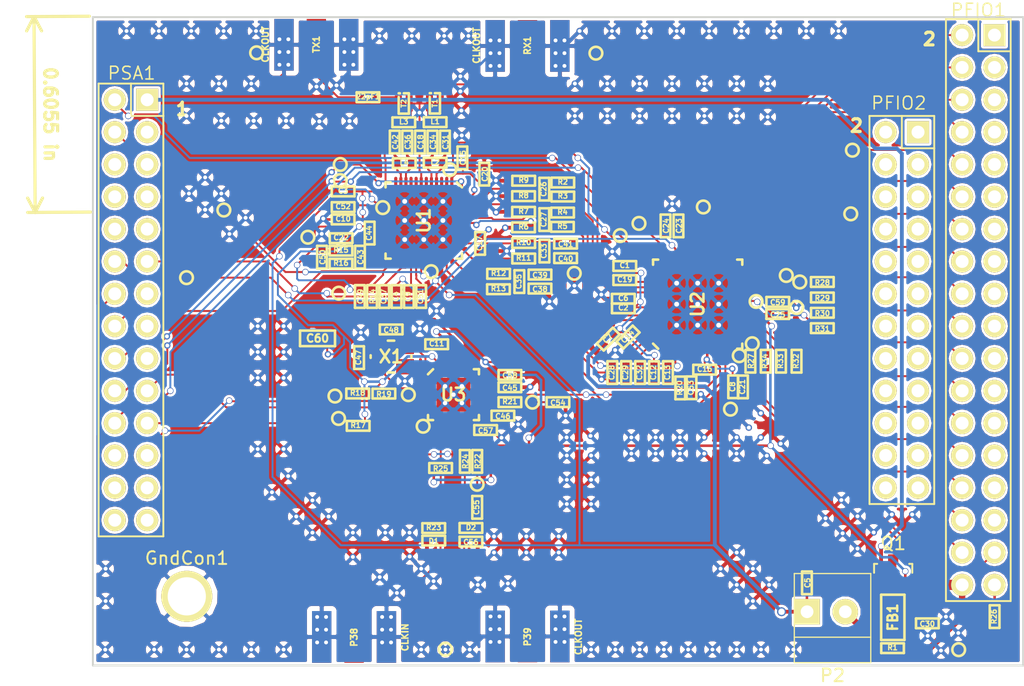
<source format=kicad_pcb>
(kicad_pcb (version 4) (host pcbnew 4.0.0-rc1-stable)
  (layers (0 F.Cu signal) (1 Inner2.Cu power hide) (2 Inner1.Cu mixed hide) (31 B.Cu signal) (34 B.Paste user) (35 F.Paste user) (36 B.SilkS user) (37 F.SilkS user) (38 B.Mask user) (39 F.Mask user) (44 Edge.Cuts user))
  (net 0 "")
  (net 1 GND)
  (net 2 TX_IF)
  (net 3 "Net-(22pF1-Pad2)")
  (net 4 VAA)
  (net 5 VCC)
  (net 6 /TXBBQ-)
  (net 7 /TXBBQ+)
  (net 8 /TXBBI+)
  (net 9 /TXBBI-)
  (net 10 /COM)
  (net 11 /REFN)
  (net 12 "Net-(C30-Pad1)")
  (net 13 "Net-(C31-Pad1)")
  (net 14 "Net-(C31-Pad2)")
  (net 15 /REFP)
  (net 16 /IA+)
  (net 17 /IA-)
  (net 18 "Net-(C34-Pad1)")
  (net 19 "Net-(C34-Pad2)")
  (net 20 /QA-)
  (net 21 /QA+)
  (net 22 "Net-(C36-Pad1)")
  (net 23 "Net-(C36-Pad2)")
  (net 24 "Net-(C37-Pad1)")
  (net 25 "Net-(C42-Pad1)")
  (net 26 "Net-(C42-Pad2)")
  (net 27 /CPOUT-)
  (net 28 /CPOUT+)
  (net 29 /XB)
  (net 30 /XA)
  (net 31 /CLK5)
  (net 32 /XTAL2)
  (net 33 "Net-(C50-Pad1)")
  (net 34 "Net-(C50-Pad2)")
  (net 35 SSP1_MISO)
  (net 36 GCK1)
  (net 37 GCK2)
  (net 38 SGPIO_CLK)
  (net 39 CLKOUT)
  (net 40 CLKIN)
  (net 41 "Net-(FB1-Pad1)")
  (net 42 SCL)
  (net 43 SDA)
  (net 44 SSP1_SCK)
  (net 45 SSP1_MOSI)
  (net 46 CS_XCVR)
  (net 47 CS_AD)
  (net 48 TXENABLE)
  (net 49 RXENABLE)
  (net 50 DA0)
  (net 51 DA4)
  (net 52 DA7)
  (net 53 DD0)
  (net 54 DD5)
  (net 55 DD9)
  (net 56 RSSI)
  (net 57 /XCVR_CLKOUT)
  (net 58 /INTR)
  (net 59 "Net-(PFIO1-Pad3)")
  (net 60 DD1)
  (net 61 "Net-(PFIO1-Pad5)")
  (net 62 DD2)
  (net 63 "Net-(PFIO1-Pad7)")
  (net 64 DD3)
  (net 65 "Net-(PFIO1-Pad9)")
  (net 66 DD4)
  (net 67 "Net-(PFIO1-Pad11)")
  (net 68 "Net-(PFIO1-Pad13)")
  (net 69 DD6)
  (net 70 "Net-(PFIO1-Pad15)")
  (net 71 DD7)
  (net 72 "Net-(PFIO1-Pad17)")
  (net 73 DD8)
  (net 74 "Net-(PFIO1-Pad19)")
  (net 75 "Net-(PFIO1-Pad21)")
  (net 76 "Net-(PFIO1-Pad23)")
  (net 77 DA6)
  (net 78 "Net-(PFIO1-Pad25)")
  (net 79 DA5)
  (net 80 "Net-(PFIO1-Pad27)")
  (net 81 "Net-(PFIO1-Pad29)")
  (net 82 DA3)
  (net 83 "Net-(PFIO1-Pad31)")
  (net 84 DA2)
  (net 85 "Net-(PFIO1-Pad33)")
  (net 86 DA1)
  (net 87 "Net-(PFIO1-Pad35)")
  (net 88 "Net-(PFIO2-Pad1)")
  (net 89 "Net-(PFIO2-Pad2)")
  (net 90 "Net-(PFIO2-Pad3)")
  (net 91 "Net-(PFIO2-Pad4)")
  (net 92 "Net-(PFIO2-Pad5)")
  (net 93 "Net-(PFIO2-Pad6)")
  (net 94 "Net-(PFIO2-Pad7)")
  (net 95 "Net-(PFIO2-Pad8)")
  (net 96 "Net-(PFIO2-Pad9)")
  (net 97 "Net-(PFIO2-Pad10)")
  (net 98 "Net-(PFIO2-Pad11)")
  (net 99 "Net-(PFIO2-Pad12)")
  (net 100 "Net-(PFIO2-Pad13)")
  (net 101 "Net-(PFIO2-Pad14)")
  (net 102 "Net-(PFIO2-Pad15)")
  (net 103 "Net-(PFIO2-Pad16)")
  (net 104 "Net-(PFIO2-Pad17)")
  (net 105 "Net-(PFIO2-Pad18)")
  (net 106 "Net-(PFIO2-Pad19)")
  (net 107 "Net-(PFIO2-Pad20)")
  (net 108 "Net-(PFIO2-Pad21)")
  (net 109 "Net-(PFIO2-Pad22)")
  (net 110 "Net-(PFIO2-Pad23)")
  (net 111 "Net-(PFIO2-Pad24)")
  (net 112 !VAA_ENABLE)
  (net 113 "Net-(PSA1-Pad3)")
  (net 114 "Net-(PSA1-Pad5)")
  (net 115 "Net-(PSA1-Pad6)")
  (net 116 "Net-(PSA1-Pad7)")
  (net 117 "Net-(PSA1-Pad8)")
  (net 118 "Net-(PSA1-Pad9)")
  (net 119 "Net-(PSA1-Pad10)")
  (net 120 "Net-(PSA1-Pad13)")
  (net 121 "Net-(PSA1-Pad15)")
  (net 122 XCVR_EN)
  (net 123 "Net-(PSA1-Pad17)")
  (net 124 OEB)
  (net 125 "Net-(PSA1-Pad23)")
  (net 126 "Net-(PSA1-Pad24)")
  (net 127 "Net-(PSA1-Pad25)")
  (net 128 "Net-(PSA1-Pad26)")
  (net 129 "Net-(PSA1-Pad27)")
  (net 130 "Net-(PSA1-Pad28)")
  (net 131 /QD+)
  (net 132 /QD-)
  (net 133 /ID-)
  (net 134 /ID+)
  (net 135 /RXBBI+)
  (net 136 /RXBBI-)
  (net 137 /RXBBQ+)
  (net 138 /RXBBQ-)
  (net 139 /CLK0)
  (net 140 /CLK1)
  (net 141 /CLK2)
  (net 142 /CLK3)
  (net 143 RX_IF)
  (net 144 "Net-(U1-Pad3)")
  (net 145 "Net-(U1-Pad6)")
  (net 146 "Net-(U1-Pad8)")
  (net 147 "Net-(U1-Pad9)")
  (net 148 "Net-(U1-Pad12)")
  (net 149 "Net-(U1-Pad14)")
  (net 150 "Net-(U1-Pad18)")
  (net 151 "Net-(U1-Pad33)")
  (net 152 "Net-(U1-Pad34)")
  (net 153 "Net-(U1-Pad40)")
  (net 154 "Net-(U2-Pad38)")
  (net 155 MCU_CLK)
  (net 156 CLK6)
  (net 157 MIX_CLK)
  (net 158 "Net-(PFIO1-Pad1)")
  (net 159 "Net-(PFIO1-Pad22)")
  (net 160 "Net-(PFIO1-Pad24)")
  (net 161 "Net-(PFIO1-Pad26)")
  (net 162 "Net-(PFIO1-Pad28)")
  (net 163 "Net-(PFIO1-Pad30)")
  (net 164 "Net-(PFIO1-Pad32)")
  (net 165 "Net-(PFIO1-Pad34)")
  (module opendous:1Pin_12mil_VIA (layer F.Cu) (at 46.05 110.6)
    (fp_text reference TH34 hide)
    (fp_text value CONN_1 hide)
    (pad 1 thru_hole circle (at 0 0) (size 0.508 0.508) (drill 0.3048) (layers *.Cu) (net 1 GND))
  )
  (module opendous:1Pin_12mil_VIA (layer F.Cu) (at 51.67 82.84)
    (fp_text reference TH41 hide)
    (fp_text value CONN_1 hide)
    (pad 1 thru_hole circle (at 0 0) (size 0.508 0.508) (drill 0.3048) (layers *.Cu) (net 1 GND))
  )
  (module opendous:1Pin_12mil_VIA (layer F.Cu) (at 55.14 88.63)
    (fp_text reference TH41 hide)
    (fp_text value CONN_1 hide)
    (pad 1 thru_hole circle (at 0 0) (size 0.508 0.508) (drill 0.3048) (layers *.Cu) (net 1 GND))
  )
  (module opendous:1Pin_12mil_VIA (layer F.Cu) (at 57.1 87.39)
    (fp_text reference TH41 hide)
    (fp_text value CONN_1 hide)
    (pad 1 thru_hole circle (at 0 0) (size 0.508 0.508) (drill 0.3048) (layers *.Cu) (net 1 GND))
  )
  (module opendous:1Pin_12mil_VIA (layer F.Cu) (at 52.69 98.28)
    (fp_text reference TH1 hide)
    (fp_text value CONN_1 hide)
    (pad 1 thru_hole circle (at 0 0) (size 0.508 0.508) (drill 0.3048) (layers *.Cu) (net 1 GND))
  )
  (module opendous:1Pin_12mil_VIA (layer F.Cu) (at 37.39 82.12)
    (fp_text reference TH26 hide)
    (fp_text value CONN_1 hide)
    (pad 1 thru_hole circle (at 0 0) (size 0.508 0.508) (drill 0.3048) (layers *.Cu) (net 1 GND))
  )
  (module opendous:1Pin_12mil_VIA (layer F.Cu) (at 67.02 95.915)
    (fp_text reference TH18 hide)
    (fp_text value CONN_1 hide)
    (pad 1 thru_hole circle (at 0 0) (size 0.508 0.508) (drill 0.3048) (layers *.Cu) (net 1 GND))
  )
  (module opendous:1Pin_12mil_VIA (layer F.Cu) (at 43.8 94.89)
    (fp_text reference TH40 hide)
    (fp_text value CONN_1 hide)
    (pad 1 thru_hole circle (at 0 0) (size 0.508 0.508) (drill 0.3048) (layers *.Cu) (net 1 GND))
  )
  (module opendous:1Pin_12mil_VIA (layer F.Cu) (at 44.97 90.77)
    (fp_text reference TH25 hide)
    (fp_text value CONN_1 hide)
    (pad 1 thru_hole circle (at 0 0) (size 0.508 0.508) (drill 0.3048) (layers *.Cu) (net 1 GND))
  )
  (module opendous:1Pin_12mil_VIA (layer F.Cu) (at 46.88 67.775)
    (fp_text reference TH23 hide)
    (fp_text value CONN_1 hide)
    (pad 1 thru_hole circle (at 0 0) (size 0.508 0.508) (drill 0.3048) (layers *.Cu) (net 1 GND))
  )
  (module opendous:1Pin_12mil_VIA (layer F.Cu) (at 44.34 67.775)
    (fp_text reference TH23 hide)
    (fp_text value CONN_1 hide)
    (pad 1 thru_hole circle (at 0 0) (size 0.508 0.508) (drill 0.3048) (layers *.Cu) (net 1 GND))
  )
  (module opendous:1Pin_12mil_VIA (layer F.Cu) (at 41.8 67.775)
    (fp_text reference TH23 hide)
    (fp_text value CONN_1 hide)
    (pad 1 thru_hole circle (at 0 0) (size 0.508 0.508) (drill 0.3048) (layers *.Cu) (net 1 GND))
  )
  (module opendous:1Pin_12mil_VIA (layer F.Cu) (at 48.785 67.775)
    (fp_text reference TH23 hide)
    (fp_text value CONN_1 hide)
    (pad 1 thru_hole circle (at 0 0) (size 0.508 0.508) (drill 0.3048) (layers *.Cu) (net 1 GND))
  )
  (module opendous:1Pin_12mil_VIA (layer F.Cu) (at 45.075 109.62)
    (fp_text reference TH34 hide)
    (fp_text value CONN_1 hide)
    (pad 1 thru_hole circle (at 0 0) (size 0.508 0.508) (drill 0.3048) (layers *.Cu) (net 1 GND))
  )
  (module opendous:1Pin_12mil_VIA (layer F.Cu) (at 41.82 110.28)
    (fp_text reference TH34 hide)
    (fp_text value CONN_1 hide)
    (pad 1 thru_hole circle (at 0 0) (size 0.508 0.508) (drill 0.3048) (layers *.Cu) (net 1 GND))
  )
  (module opendous:1Pin_12mil_VIA (layer F.Cu) (at 43.17 111.525)
    (fp_text reference TH34 hide)
    (fp_text value CONN_1 hide)
    (pad 1 thru_hole circle (at 0 0) (size 0.508 0.508) (drill 0.3048) (layers *.Cu) (net 1 GND))
  )
  (module opendous:1Pin_12mil_VIA (layer F.Cu) (at 49.52 110.89)
    (fp_text reference TH34 hide)
    (fp_text value CONN_1 hide)
    (pad 1 thru_hole circle (at 0 0) (size 0.508 0.508) (drill 0.3048) (layers *.Cu) (net 1 GND))
  )
  (module opendous:1Pin_12mil_VIA (layer F.Cu) (at 51.88 110.78)
    (fp_text reference TH34 hide)
    (fp_text value CONN_1 hide)
    (pad 1 thru_hole circle (at 0 0) (size 0.508 0.508) (drill 0.3048) (layers *.Cu) (net 1 GND))
  )
  (module opendous:1Pin_12mil_VIA (layer F.Cu) (at 33.365 103.615)
    (fp_text reference TH18 hide)
    (fp_text value CONN_1 hide)
    (pad 1 thru_hole circle (at 0 0) (size 0.508 0.508) (drill 0.3048) (layers *.Cu) (net 1 GND))
  )
  (module opendous:1Pin_12mil_VIA (layer F.Cu) (at 34.635 102.345)
    (fp_text reference TH18 hide)
    (fp_text value CONN_1 hide)
    (pad 1 thru_hole circle (at 0 0) (size 0.508 0.508) (drill 0.3048) (layers *.Cu) (net 1 GND))
  )
  (module opendous:1Pin_12mil_VIA (layer F.Cu) (at 35.27 105.52)
    (fp_text reference TH18 hide)
    (fp_text value CONN_1 hide)
    (pad 1 thru_hole circle (at 0 0) (size 0.508 0.508) (drill 0.3048) (layers *.Cu) (net 1 GND))
  )
  (module opendous:1Pin_12mil_VIA (layer F.Cu) (at 36.54 104.25)
    (fp_text reference TH18 hide)
    (fp_text value CONN_1 hide)
    (pad 1 thru_hole circle (at 0 0) (size 0.508 0.508) (drill 0.3048) (layers *.Cu) (net 1 GND))
  )
  (module opendous:1Pin_12mil_VIA (layer F.Cu) (at 36.54 106.79)
    (fp_text reference TH18 hide)
    (fp_text value CONN_1 hide)
    (pad 1 thru_hole circle (at 0 0) (size 0.508 0.508) (drill 0.3048) (layers *.Cu) (net 1 GND))
  )
  (module opendous:1Pin_12mil_VIA (layer F.Cu) (at 37.81 105.52)
    (fp_text reference TH18 hide)
    (fp_text value CONN_1 hide)
    (pad 1 thru_hole circle (at 0 0) (size 0.508 0.508) (drill 0.3048) (layers *.Cu) (net 1 GND))
  )
  (module opendous:1Pin_12mil_VIA (layer F.Cu) (at 39.715 108.695)
    (fp_text reference TH18 hide)
    (fp_text value CONN_1 hide)
    (pad 1 thru_hole circle (at 0 0) (size 0.508 0.508) (drill 0.3048) (layers *.Cu) (net 1 GND))
  )
  (module opendous:1Pin_12mil_VIA (layer F.Cu) (at 39.715 106.79)
    (fp_text reference TH18 hide)
    (fp_text value CONN_1 hide)
    (pad 1 thru_hole circle (at 0 0) (size 0.508 0.508) (drill 0.3048) (layers *.Cu) (net 1 GND))
  )
  (module opendous:1Pin_12mil_VIA (layer F.Cu) (at 42.255 106.79)
    (fp_text reference TH18 hide)
    (fp_text value CONN_1 hide)
    (pad 1 thru_hole circle (at 0 0) (size 0.508 0.508) (drill 0.3048) (layers *.Cu) (net 1 GND))
  )
  (module opendous:1Pin_12mil_VIA (layer F.Cu) (at 56.49 99.31)
    (fp_text reference TH18 hide)
    (fp_text value CONN_1 hide)
    (pad 1 thru_hole circle (at 0 0) (size 0.508 0.508) (drill 0.3048) (layers *.Cu) (net 1 GND))
  )
  (module opendous:1Pin_12mil_VIA (layer F.Cu) (at 61.57 100.58)
    (fp_text reference TH18 hide)
    (fp_text value CONN_1 hide)
    (pad 1 thru_hole circle (at 0 0) (size 0.508 0.508) (drill 0.3048) (layers *.Cu) (net 1 GND))
  )
  (module opendous:1Pin_12mil_VIA (layer F.Cu) (at 61.57 99.31)
    (fp_text reference TH18 hide)
    (fp_text value CONN_1 hide)
    (pad 1 thru_hole circle (at 0 0) (size 0.508 0.508) (drill 0.3048) (layers *.Cu) (net 1 GND))
  )
  (module opendous:1Pin_12mil_VIA (layer F.Cu) (at 63.475 100.58)
    (fp_text reference TH18 hide)
    (fp_text value CONN_1 hide)
    (pad 1 thru_hole circle (at 0 0) (size 0.508 0.508) (drill 0.3048) (layers *.Cu) (net 1 GND))
  )
  (module opendous:1Pin_12mil_VIA (layer F.Cu) (at 63.475 99.31)
    (fp_text reference TH18 hide)
    (fp_text value CONN_1 hide)
    (pad 1 thru_hole circle (at 0 0) (size 0.508 0.508) (drill 0.3048) (layers *.Cu) (net 1 GND))
  )
  (module opendous:1Pin_12mil_VIA (layer F.Cu) (at 65.38 100.58)
    (fp_text reference TH18 hide)
    (fp_text value CONN_1 hide)
    (pad 1 thru_hole circle (at 0 0) (size 0.508 0.508) (drill 0.3048) (layers *.Cu) (net 1 GND))
  )
  (module opendous:1Pin_12mil_VIA (layer F.Cu) (at 65.38 99.31)
    (fp_text reference TH18 hide)
    (fp_text value CONN_1 hide)
    (pad 1 thru_hole circle (at 0 0) (size 0.508 0.508) (drill 0.3048) (layers *.Cu) (net 1 GND))
  )
  (module opendous:1Pin_12mil_VIA (layer F.Cu) (at 67.285 100.58)
    (fp_text reference TH18 hide)
    (fp_text value CONN_1 hide)
    (pad 1 thru_hole circle (at 0 0) (size 0.508 0.508) (drill 0.3048) (layers *.Cu) (net 1 GND))
  )
  (module opendous:1Pin_12mil_VIA (layer F.Cu) (at 69.825 100.58)
    (fp_text reference TH18 hide)
    (fp_text value CONN_1 hide)
    (pad 1 thru_hole circle (at 0 0) (size 0.508 0.508) (drill 0.3048) (layers *.Cu) (net 1 GND))
  )
  (module opendous:1Pin_12mil_VIA (layer F.Cu) (at 67.285 99.31)
    (fp_text reference TH18 hide)
    (fp_text value CONN_1 hide)
    (pad 1 thru_hole circle (at 0 0) (size 0.508 0.508) (drill 0.3048) (layers *.Cu) (net 1 GND))
  )
  (module opendous:1Pin_12mil_VIA (layer F.Cu) (at 69.825 99.31)
    (fp_text reference TH18 hide)
    (fp_text value CONN_1 hide)
    (pad 1 thru_hole circle (at 0 0) (size 0.508 0.508) (drill 0.3048) (layers *.Cu) (net 1 GND))
  )
  (module opendous:1Pin_12mil_VIA (layer F.Cu) (at 71.73 97.405)
    (fp_text reference TH18 hide)
    (fp_text value CONN_1 hide)
    (pad 1 thru_hole circle (at 0 0) (size 0.508 0.508) (drill 0.3048) (layers *.Cu) (net 1 GND))
  )
  (module opendous:1Pin_12mil_VIA (layer F.Cu) (at 71.73 99.31)
    (fp_text reference TH18 hide)
    (fp_text value CONN_1 hide)
    (pad 1 thru_hole circle (at 0 0) (size 0.508 0.508) (drill 0.3048) (layers *.Cu) (net 1 GND))
  )
  (module opendous:1Pin_12mil_VIA (layer F.Cu) (at 78.05 104.23)
    (fp_text reference TH18 hide)
    (fp_text value CONN_1 hide)
    (pad 1 thru_hole circle (at 0 0) (size 0.508 0.508) (drill 0.3048) (layers *.Cu) (net 1 GND))
  )
  (module opendous:1Pin_12mil_VIA (layer F.Cu) (at 79.32 105.5)
    (fp_text reference TH18 hide)
    (fp_text value CONN_1 hide)
    (pad 1 thru_hole circle (at 0 0) (size 0.508 0.508) (drill 0.3048) (layers *.Cu) (net 1 GND))
  )
  (module opendous:1Pin_12mil_VIA (layer F.Cu) (at 80.59 106.77)
    (fp_text reference TH18 hide)
    (fp_text value CONN_1 hide)
    (pad 1 thru_hole circle (at 0 0) (size 0.508 0.508) (drill 0.3048) (layers *.Cu) (net 1 GND))
  )
  (module opendous:1Pin_12mil_VIA (layer F.Cu) (at 34.28 100.222)
    (fp_text reference TH13 hide)
    (fp_text value CONN_1 hide)
    (pad 1 thru_hole circle (at 0 0) (size 0.508 0.508) (drill 0.3048) (layers *.Cu) (net 1 GND))
  )
  (module opendous:1Pin_12mil_VIA (layer F.Cu) (at 32.248 100.222)
    (fp_text reference TH13 hide)
    (fp_text value CONN_1 hide)
    (pad 1 thru_hole circle (at 0 0) (size 0.508 0.508) (drill 0.3048) (layers *.Cu) (net 1 GND))
  )
  (module opendous:1Pin_12mil_VIA (layer F.Cu) (at 32.248 94.634)
    (fp_text reference TH13 hide)
    (fp_text value CONN_1 hide)
    (pad 1 thru_hole circle (at 0 0) (size 0.508 0.508) (drill 0.3048) (layers *.Cu) (net 1 GND))
  )
  (module opendous:1Pin_12mil_VIA (layer F.Cu) (at 34.28 94.634)
    (fp_text reference TH13 hide)
    (fp_text value CONN_1 hide)
    (pad 1 thru_hole circle (at 0 0) (size 0.508 0.508) (drill 0.3048) (layers *.Cu) (net 1 GND))
  )
  (module opendous:1Pin_12mil_VIA (layer F.Cu) (at 34.28 92.602)
    (fp_text reference TH13 hide)
    (fp_text value CONN_1 hide)
    (pad 1 thru_hole circle (at 0 0) (size 0.508 0.508) (drill 0.3048) (layers *.Cu) (net 1 GND))
  )
  (module opendous:1Pin_12mil_VIA (layer F.Cu) (at 32.248 92.602)
    (fp_text reference TH13 hide)
    (fp_text value CONN_1 hide)
    (pad 1 thru_hole circle (at 0 0) (size 0.508 0.508) (drill 0.3048) (layers *.Cu) (net 1 GND))
  )
  (module opendous:1Pin_12mil_VIA (layer F.Cu) (at 44.175 108.665)
    (fp_text reference TH45 hide)
    (fp_text value CONN_1 hide)
    (pad 1 thru_hole circle (at 0 0) (size 0.508 0.508) (drill 0.3048) (layers *.Cu) (net 1 GND))
  )
  (module opendous:1Pin_12mil_VIA (layer F.Cu) (at 30.025 83.33)
    (fp_text reference TH28 hide)
    (fp_text value CONN_1 hide)
    (pad 1 thru_hole circle (at 0 0) (size 0.508 0.508) (drill 0.3048) (layers *.Cu) (net 1 GND))
  )
  (module opendous:1Pin_12mil_VIA (layer F.Cu) (at 28.12 81.425)
    (fp_text reference TH28 hide)
    (fp_text value CONN_1 hide)
    (pad 1 thru_hole circle (at 0 0) (size 0.508 0.508) (drill 0.3048) (layers *.Cu) (net 1 GND))
  )
  (module opendous:1Pin_12mil_VIA (layer F.Cu) (at 31.295 82.06)
    (fp_text reference TH28 hide)
    (fp_text value CONN_1 hide)
    (pad 1 thru_hole circle (at 0 0) (size 0.508 0.508) (drill 0.3048) (layers *.Cu) (net 1 GND))
  )
  (module opendous:1Pin_12mil_VIA (layer F.Cu) (at 29.39 80.155)
    (fp_text reference TH28 hide)
    (fp_text value CONN_1 hide)
    (pad 1 thru_hole circle (at 0 0) (size 0.508 0.508) (drill 0.3048) (layers *.Cu) (net 1 GND))
  )
  (module opendous:1Pin_12mil_VIA (layer F.Cu) (at 28.12 81.425)
    (fp_text reference TH28 hide)
    (fp_text value CONN_1 hide)
    (pad 1 thru_hole circle (at 0 0) (size 0.508 0.508) (drill 0.3048) (layers *.Cu) (net 1 GND))
  )
  (module opendous:1Pin_12mil_VIA (layer F.Cu) (at 26.85 80.155)
    (fp_text reference TH28 hide)
    (fp_text value CONN_1 hide)
    (pad 1 thru_hole circle (at 0 0) (size 0.508 0.508) (drill 0.3048) (layers *.Cu) (net 1 GND))
  )
  (module opendous:1Pin_12mil_VIA (layer F.Cu) (at 28.12 78.885)
    (fp_text reference TH28 hide)
    (fp_text value CONN_1 hide)
    (pad 1 thru_hole circle (at 0 0) (size 0.508 0.508) (drill 0.3048) (layers *.Cu) (net 1 GND))
  )
  (module opendous:1Pin_12mil_VIA (layer F.Cu) (at 48.15 70.95)
    (fp_text reference TH23 hide)
    (fp_text value CONN_1 hide)
    (pad 1 thru_hole circle (at 0 0) (size 0.508 0.508) (drill 0.3048) (layers *.Cu) (net 1 GND))
  )
  (module opendous:1Pin_12mil_VIA (layer F.Cu) (at 48.15 72.13)
    (fp_text reference TH23 hide)
    (fp_text value CONN_1 hide)
    (pad 1 thru_hole circle (at 0 0) (size 0.508 0.508) (drill 0.3048) (layers *.Cu) (net 1 GND))
  )
  (module opendous:1Pin_12mil_VIA (layer F.Cu) (at 48.23 73.64)
    (fp_text reference TH23 hide)
    (fp_text value CONN_1 hide)
    (pad 1 thru_hole circle (at 0 0) (size 0.508 0.508) (drill 0.3048) (layers *.Cu) (net 1 GND))
  )
  (module opendous:1Pin_12mil_VIA (layer F.Cu) (at 38.43 71.66)
    (fp_text reference TH30 hide)
    (fp_text value CONN_1 hide)
    (pad 1 thru_hole circle (at 0 0) (size 0.508 0.508) (drill 0.3048) (layers *.Cu) (net 1 GND))
  )
  (module opendous:1Pin_12mil_VIA (layer F.Cu) (at 36.86 71.76)
    (fp_text reference TH30 hide)
    (fp_text value CONN_1 hide)
    (pad 1 thru_hole circle (at 0 0) (size 0.508 0.508) (drill 0.3048) (layers *.Cu) (net 1 GND))
  )
  (module opendous:1Pin_12mil_VIA (layer F.Cu) (at 72.27 74.14)
    (fp_text reference TH151 hide)
    (fp_text value CONN_1 hide)
    (pad 1 thru_hole circle (at 0 0) (size 0.508 0.508) (drill 0.3048) (layers *.Cu) (net 1 GND))
  )
  (module opendous:1Pin_12mil_VIA (layer F.Cu) (at 72.27 71.52)
    (fp_text reference TH151 hide)
    (fp_text value CONN_1 hide)
    (pad 1 thru_hole circle (at 0 0) (size 0.508 0.508) (drill 0.3048) (layers *.Cu) (net 1 GND))
  )
  (module opendous:1Pin_12mil_VIA (layer F.Cu) (at 58.37 99.19)
    (fp_text reference TH34 hide)
    (fp_text value CONN_1 hide)
    (pad 1 thru_hole circle (at 0 0) (size 0.508 0.508) (drill 0.3048) (layers *.Cu) (net 1 GND))
  )
  (module opendous:1Pin_12mil_VIA (layer F.Cu) (at 73.29 99.8)
    (fp_text reference TH18 hide)
    (fp_text value CONN_1 hide)
    (pad 1 thru_hole circle (at 0 0) (size 0.508 0.508) (drill 0.3048) (layers *.Cu) (net 1 GND))
  )
  (module opendous:1Pin_12mil_VIA (layer F.Cu) (at 72.2 100.75)
    (fp_text reference TH18 hide)
    (fp_text value CONN_1 hide)
    (pad 1 thru_hole circle (at 0 0) (size 0.508 0.508) (drill 0.3048) (layers *.Cu) (net 1 GND))
  )
  (module opendous:1Pin_12mil_VIA (layer F.Cu) (at 76.81 105.66)
    (fp_text reference TH18 hide)
    (fp_text value CONN_1 hide)
    (pad 1 thru_hole circle (at 0 0) (size 0.508 0.508) (drill 0.3048) (layers *.Cu) (net 1 GND))
  )
  (module opendous:1Pin_12mil_VIA (layer F.Cu) (at 78.15 106.84)
    (fp_text reference TH18 hide)
    (fp_text value CONN_1 hide)
    (pad 1 thru_hole circle (at 0 0) (size 0.508 0.508) (drill 0.3048) (layers *.Cu) (net 1 GND))
  )
  (module opendous:1Pin_12mil_VIA (layer F.Cu) (at 86.26 113.39)
    (fp_text reference TH18 hide)
    (fp_text value CONN_1 hide)
    (pad 1 thru_hole circle (at 0 0) (size 0.508 0.508) (drill 0.3048) (layers *.Cu) (net 1 GND))
  )
  (module opendous:1Pin_12mil_VIA (layer F.Cu) (at 84.83 114.89)
    (fp_text reference TH18 hide)
    (fp_text value CONN_1 hide)
    (pad 1 thru_hole circle (at 0 0) (size 0.508 0.508) (drill 0.3048) (layers *.Cu) (net 1 GND))
  )
  (module opendous:1Pin_12mil_VIA (layer F.Cu) (at 85.87 116.05)
    (fp_text reference TH18 hide)
    (fp_text value CONN_1 hide)
    (pad 1 thru_hole circle (at 0 0) (size 0.508 0.508) (drill 0.3048) (layers *.Cu) (net 1 GND))
  )
  (module opendous:1Pin_12mil_VIA (layer F.Cu) (at 87.23 114.67)
    (fp_text reference TH18 hide)
    (fp_text value CONN_1 hide)
    (pad 1 thru_hole circle (at 0 0) (size 0.508 0.508) (drill 0.3048) (layers *.Cu) (net 1 GND))
  )
  (module opendous:1Pin_12mil_VIA (layer F.Cu) (at 82.01 105.36)
    (fp_text reference TH18 hide)
    (fp_text value CONN_1 hide)
    (pad 1 thru_hole circle (at 0 0) (size 0.508 0.508) (drill 0.3048) (layers *.Cu) (net 1 GND))
  )
  (module opendous:1Pin_12mil_VIA (layer F.Cu) (at 83.61 105.36)
    (fp_text reference TH18 hide)
    (fp_text value CONN_1 hide)
    (pad 1 thru_hole circle (at 0 0) (size 0.508 0.508) (drill 0.3048) (layers *.Cu) (net 1 GND))
  )
  (module opendous:1Pin_12mil_VIA (layer F.Cu) (at 34.28 90.57)
    (fp_text reference TH40 hide)
    (fp_text value CONN_1 hide)
    (pad 1 thru_hole circle (at 0 0) (size 0.508 0.508) (drill 0.3048) (layers *.Cu) (net 1 GND))
  )
  (module opendous:1Pin_12mil_VIA (layer F.Cu) (at 56.505 100.73)
    (fp_text reference TH34 hide)
    (fp_text value CONN_1 hide)
    (pad 1 thru_hole circle (at 0 0) (size 0.508 0.508) (drill 0.3048) (layers *.Cu) (net 1 GND))
  )
  (module opendous:1Pin_12mil_VIA (layer F.Cu) (at 58.41 100.73)
    (fp_text reference TH34 hide)
    (fp_text value CONN_1 hide)
    (pad 1 thru_hole circle (at 0 0) (size 0.508 0.508) (drill 0.3048) (layers *.Cu) (net 1 GND))
  )
  (module opendous:1Pin_12mil_VIA (layer F.Cu) (at 56.505 102.635)
    (fp_text reference TH34 hide)
    (fp_text value CONN_1 hide)
    (pad 1 thru_hole circle (at 0 0) (size 0.508 0.508) (drill 0.3048) (layers *.Cu) (net 1 GND))
  )
  (module opendous:1Pin_12mil_VIA (layer F.Cu) (at 58.41 102.635)
    (fp_text reference TH34 hide)
    (fp_text value CONN_1 hide)
    (pad 1 thru_hole circle (at 0 0) (size 0.508 0.508) (drill 0.3048) (layers *.Cu) (net 1 GND))
  )
  (module opendous:1Pin_12mil_VIA (layer F.Cu) (at 58.41 104.54)
    (fp_text reference TH34 hide)
    (fp_text value CONN_1 hide)
    (pad 1 thru_hole circle (at 0 0) (size 0.508 0.508) (drill 0.3048) (layers *.Cu) (net 1 GND))
  )
  (module opendous:1Pin_12mil_VIA (layer F.Cu) (at 56.505 104.54)
    (fp_text reference TH34 hide)
    (fp_text value CONN_1 hide)
    (pad 1 thru_hole circle (at 0 0) (size 0.508 0.508) (drill 0.3048) (layers *.Cu) (net 1 GND))
  )
  (module opendous:1Pin_12mil_VIA (layer F.Cu) (at 55.87 107.08)
    (fp_text reference TH34 hide)
    (fp_text value CONN_1 hide)
    (pad 1 thru_hole circle (at 0 0) (size 0.508 0.508) (drill 0.3048) (layers *.Cu) (net 1 GND))
  )
  (module opendous:1Pin_12mil_VIA (layer F.Cu) (at 53.33 107.08)
    (fp_text reference TH34 hide)
    (fp_text value CONN_1 hide)
    (pad 1 thru_hole circle (at 0 0) (size 0.508 0.508) (drill 0.3048) (layers *.Cu) (net 1 GND))
  )
  (module opendous:1Pin_12mil_VIA (layer F.Cu) (at 50.79 107.08)
    (fp_text reference TH34 hide)
    (fp_text value CONN_1 hide)
    (pad 1 thru_hole circle (at 0 0) (size 0.508 0.508) (drill 0.3048) (layers *.Cu) (net 1 GND))
  )
  (module opendous:1Pin_12mil_VIA (layer F.Cu) (at 55.87 108.35)
    (fp_text reference TH34 hide)
    (fp_text value CONN_1 hide)
    (pad 1 thru_hole circle (at 0 0) (size 0.508 0.508) (drill 0.3048) (layers *.Cu) (net 1 GND))
  )
  (module opendous:1Pin_12mil_VIA (layer F.Cu) (at 53.33 108.35)
    (fp_text reference TH34 hide)
    (fp_text value CONN_1 hide)
    (pad 1 thru_hole circle (at 0 0) (size 0.508 0.508) (drill 0.3048) (layers *.Cu) (net 1 GND))
  )
  (module opendous:1Pin_12mil_VIA (layer F.Cu) (at 50.79 108.35)
    (fp_text reference TH34 hide)
    (fp_text value CONN_1 hide)
    (pad 1 thru_hole circle (at 0 0) (size 0.508 0.508) (drill 0.3048) (layers *.Cu) (net 1 GND))
  )
  (module opendous:1Pin_12mil_VIA (layer F.Cu) (at 69.84 108.35)
    (fp_text reference TH34 hide)
    (fp_text value CONN_1 hide)
    (pad 1 thru_hole circle (at 0 0) (size 0.508 0.508) (drill 0.3048) (layers *.Cu) (net 1 GND))
  )
  (module opendous:1Pin_12mil_VIA (layer F.Cu) (at 71.11 109.62)
    (fp_text reference TH34 hide)
    (fp_text value CONN_1 hide)
    (pad 1 thru_hole circle (at 0 0) (size 0.508 0.508) (drill 0.3048) (layers *.Cu) (net 1 GND))
  )
  (module opendous:1Pin_12mil_VIA (layer F.Cu) (at 72.38 110.89)
    (fp_text reference TH34 hide)
    (fp_text value CONN_1 hide)
    (pad 1 thru_hole circle (at 0 0) (size 0.508 0.508) (drill 0.3048) (layers *.Cu) (net 1 GND))
  )
  (module opendous:1Pin_12mil_VIA (layer F.Cu) (at 69.84 110.89)
    (fp_text reference TH34 hide)
    (fp_text value CONN_1 hide)
    (pad 1 thru_hole circle (at 0 0) (size 0.508 0.508) (drill 0.3048) (layers *.Cu) (net 1 GND))
  )
  (module opendous:1Pin_12mil_VIA (layer F.Cu) (at 68.57 109.62)
    (fp_text reference TH34 hide)
    (fp_text value CONN_1 hide)
    (pad 1 thru_hole circle (at 0 0) (size 0.508 0.508) (drill 0.3048) (layers *.Cu) (net 1 GND))
  )
  (module opendous:1Pin_12mil_VIA (layer F.Cu) (at 71.11 112.16)
    (fp_text reference TH34 hide)
    (fp_text value CONN_1 hide)
    (pad 1 thru_hole circle (at 0 0) (size 0.508 0.508) (drill 0.3048) (layers *.Cu) (net 1 GND))
  )
  (module opendous:1Pin_12mil_VIA (layer F.Cu) (at 20.28 115.98)
    (fp_text reference TH45 hide)
    (fp_text value CONN_1 hide)
    (pad 1 thru_hole circle (at 0 0) (size 0.508 0.508) (drill 0.3048) (layers *.Cu) (net 1 GND))
  )
  (module opendous:1Pin_12mil_VIA (layer F.Cu) (at 69.84 74.06)
    (fp_text reference TH151 hide)
    (fp_text value CONN_1 hide)
    (pad 1 thru_hole circle (at 0 0) (size 0.508 0.508) (drill 0.3048) (layers *.Cu) (net 1 GND))
  )
  (module opendous:1Pin_12mil_VIA (layer F.Cu) (at 69.84 71.52)
    (fp_text reference TH151 hide)
    (fp_text value CONN_1 hide)
    (pad 1 thru_hole circle (at 0 0) (size 0.508 0.508) (drill 0.3048) (layers *.Cu) (net 1 GND))
  )
  (module opendous:1Pin_12mil_VIA (layer F.Cu) (at 67.3 74.06)
    (fp_text reference TH151 hide)
    (fp_text value CONN_1 hide)
    (pad 1 thru_hole circle (at 0 0) (size 0.508 0.508) (drill 0.3048) (layers *.Cu) (net 1 GND))
  )
  (module opendous:1Pin_12mil_VIA (layer F.Cu) (at 67.3 71.52)
    (fp_text reference TH151 hide)
    (fp_text value CONN_1 hide)
    (pad 1 thru_hole circle (at 0 0) (size 0.508 0.508) (drill 0.3048) (layers *.Cu) (net 1 GND))
  )
  (module opendous:1Pin_12mil_VIA (layer F.Cu) (at 64.76 74.06)
    (fp_text reference TH151 hide)
    (fp_text value CONN_1 hide)
    (pad 1 thru_hole circle (at 0 0) (size 0.508 0.508) (drill 0.3048) (layers *.Cu) (net 1 GND))
  )
  (module opendous:1Pin_12mil_VIA (layer F.Cu) (at 64.76 71.52)
    (fp_text reference TH151 hide)
    (fp_text value CONN_1 hide)
    (pad 1 thru_hole circle (at 0 0) (size 0.508 0.508) (drill 0.3048) (layers *.Cu) (net 1 GND))
  )
  (module opendous:1Pin_12mil_VIA (layer F.Cu) (at 56.41 97.59)
    (fp_text reference TH1 hide)
    (fp_text value CONN_1 hide)
    (pad 1 thru_hole circle (at 0 0) (size 0.508 0.508) (drill 0.3048) (layers *.Cu) (net 1 GND))
  )
  (module opendous:1Pin_12mil_VIA (layer F.Cu) (at 59.23 94.75)
    (fp_text reference TH41 hide)
    (fp_text value CONN_1 hide)
    (pad 1 thru_hole circle (at 0 0) (size 0.508 0.508) (drill 0.3048) (layers *.Cu) (net 1 GND))
  )
  (module opendous:1Pin_12mil_VIA (layer F.Cu) (at 79.32 108.04)
    (fp_text reference TH18 hide)
    (fp_text value CONN_1 hide)
    (pad 1 thru_hole circle (at 0 0) (size 0.508 0.508) (drill 0.3048) (layers *.Cu) (net 1 GND))
  )
  (module opendous:1Pin_12mil_VIA (layer F.Cu) (at 59.68 71.52)
    (fp_text reference TH41 hide)
    (fp_text value CONN_1 hide)
    (pad 1 thru_hole circle (at 0 0) (size 0.508 0.508) (drill 0.3048) (layers *.Cu) (net 1 GND))
  )
  (module opendous:1Pin_12mil_VIA (layer F.Cu) (at 31.93 74.44)
    (fp_text reference TH40 hide)
    (fp_text value CONN_1 hide)
    (pad 1 thru_hole circle (at 0 0) (size 0.508 0.508) (drill 0.3048) (layers *.Cu) (net 1 GND))
  )
  (module opendous:1Pin_12mil_VIA (layer F.Cu) (at 29.39 74.44)
    (fp_text reference TH28 hide)
    (fp_text value CONN_1 hide)
    (pad 1 thru_hole circle (at 0 0) (size 0.508 0.508) (drill 0.3048) (layers *.Cu) (net 1 GND))
  )
  (module opendous:1Pin_12mil_VIA (layer F.Cu) (at 26.66 71.52)
    (fp_text reference TH17 hide)
    (fp_text value CONN_1 hide)
    (pad 1 thru_hole circle (at 0 0) (size 0.508 0.508) (drill 0.3048) (layers *.Cu) (net 1 GND))
  )
  (module opendous:1Pin_12mil_VIA (layer F.Cu) (at 39.45 74.46)
    (fp_text reference TH17 hide)
    (fp_text value CONN_1 hide)
    (pad 1 thru_hole circle (at 0 0) (size 0.508 0.508) (drill 0.3048) (layers *.Cu) (net 1 GND))
  )
  (module opendous:1Pin_12mil_VIA (layer F.Cu) (at 39.45 74.46)
    (fp_text reference TH17 hide)
    (fp_text value CONN_1 hide)
    (pad 1 thru_hole circle (at 0 0) (size 0.508 0.508) (drill 0.3048) (layers *.Cu) (net 1 GND))
  )
  (module opendous:1Pin_12mil_VIA (layer F.Cu) (at 26.66 74.06)
    (fp_text reference TH17 hide)
    (fp_text value CONN_1 hide)
    (pad 1 thru_hole circle (at 0 0) (size 0.508 0.508) (drill 0.3048) (layers *.Cu) (net 1 GND))
  )
  (module opendous:1Pin_12mil_VIA (layer F.Cu) (at 29.39 74.44)
    (fp_text reference TH28 hide)
    (fp_text value CONN_1 hide)
    (pad 1 thru_hole circle (at 0 0) (size 0.508 0.508) (drill 0.3048) (layers *.Cu) (net 1 GND))
  )
  (module opendous:1Pin_12mil_VIA (layer F.Cu) (at 31.93 74.44)
    (fp_text reference TH40 hide)
    (fp_text value CONN_1 hide)
    (pad 1 thru_hole circle (at 0 0) (size 0.508 0.508) (drill 0.3048) (layers *.Cu) (net 1 GND))
  )
  (module opendous:1Pin_12mil_VIA (layer F.Cu) (at 34.47 74.44)
    (fp_text reference TH41 hide)
    (fp_text value CONN_1 hide)
    (pad 1 thru_hole circle (at 0 0) (size 0.508 0.508) (drill 0.3048) (layers *.Cu) (net 1 GND))
  )
  (module opendous:1Pin_12mil_VIA (layer F.Cu) (at 34.47 74.44)
    (fp_text reference TH41 hide)
    (fp_text value CONN_1 hide)
    (pad 1 thru_hole circle (at 0 0) (size 0.508 0.508) (drill 0.3048) (layers *.Cu) (net 1 GND))
  )
  (module opendous:1Pin_12mil_VIA (layer F.Cu) (at 31.93 74.44)
    (fp_text reference TH40 hide)
    (fp_text value CONN_1 hide)
    (pad 1 thru_hole circle (at 0 0) (size 0.508 0.508) (drill 0.3048) (layers *.Cu) (net 1 GND))
  )
  (module opendous:1Pin_12mil_VIA (layer F.Cu) (at 29.39 74.44)
    (fp_text reference TH28 hide)
    (fp_text value CONN_1 hide)
    (pad 1 thru_hole circle (at 0 0) (size 0.508 0.508) (drill 0.3048) (layers *.Cu) (net 1 GND))
  )
  (module opendous:1Pin_12mil_VIA (layer F.Cu) (at 37.08 74.49)
    (fp_text reference TH17 hide)
    (fp_text value CONN_1 hide)
    (pad 1 thru_hole circle (at 0 0) (size 0.508 0.508) (drill 0.3048) (layers *.Cu) (net 1 GND))
  )
  (module opendous:1Pin_12mil_VIA (layer F.Cu) (at 39.45 74.46)
    (fp_text reference TH17 hide)
    (fp_text value CONN_1 hide)
    (pad 1 thru_hole circle (at 0 0) (size 0.508 0.508) (drill 0.3048) (layers *.Cu) (net 1 GND))
  )
  (module opendous:1Pin_12mil_VIA (layer F.Cu) (at 62.22 71.52)
    (fp_text reference TH151 hide)
    (fp_text value CONN_1 hide)
    (pad 1 thru_hole circle (at 0 0) (size 0.508 0.508) (drill 0.3048) (layers *.Cu) (net 1 GND))
  )
  (module opendous:1Pin_12mil_VIA (layer F.Cu) (at 62.22 74.06)
    (fp_text reference TH141 hide)
    (fp_text value CONN_1 hide)
    (pad 1 thru_hole circle (at 0 0) (size 0.508 0.508) (drill 0.3048) (layers *.Cu) (net 1 GND))
  )
  (module opendous:1Pin_12mil_VIA (layer F.Cu) (at 59.68 74.06)
    (fp_text reference TH131 hide)
    (fp_text value CONN_1 hide)
    (pad 1 thru_hole circle (at 0 0) (size 0.508 0.508) (drill 0.3048) (layers *.Cu) (net 1 GND))
  )
  (module opendous:1Pin_12mil_VIA (layer F.Cu) (at 57.14 74.06)
    (fp_text reference TH121 hide)
    (fp_text value CONN_1 hide)
    (pad 1 thru_hole circle (at 0 0) (size 0.508 0.508) (drill 0.3048) (layers *.Cu) (net 1 GND))
  )
  (module opendous:1Pin_12mil_VIA (layer F.Cu) (at 57.14 71.52)
    (fp_text reference TH111 hide)
    (fp_text value CONN_1 hide)
    (pad 1 thru_hole circle (at 0 0) (size 0.508 0.508) (drill 0.3048) (layers *.Cu) (net 1 GND))
  )
  (module opendous:1Pin_12mil_VIA (layer F.Cu) (at 39.45 74.46)
    (fp_text reference TH17 hide)
    (fp_text value CONN_1 hide)
    (pad 1 thru_hole circle (at 0 0) (size 0.508 0.508) (drill 0.3048) (layers *.Cu) (net 1 GND))
  )
  (module opendous:1Pin_12mil_VIA (layer F.Cu) (at 53.63 95.34)
    (fp_text reference TH41 hide)
    (fp_text value CONN_1 hide)
    (pad 1 thru_hole circle (at 0 0) (size 0.508 0.508) (drill 0.3048) (layers *.Cu) (net 1 GND))
  )
  (module opendous:1Pin_12mil_VIA (layer F.Cu) (at 51.79 84.67)
    (fp_text reference TH41 hide)
    (fp_text value CONN_1 hide)
    (pad 1 thru_hole circle (at 0 0) (size 0.508 0.508) (drill 0.3048) (layers *.Cu) (net 1 GND))
  )
  (module opendous:1Pin_12mil_VIA (layer F.Cu) (at 70.79 98.54)
    (fp_text reference TH40 hide)
    (fp_text value CONN_1 hide)
    (pad 1 thru_hole circle (at 0 0) (size 0.508 0.508) (drill 0.3048) (layers *.Cu) (net 1 GND))
  )
  (module opendous:1Pin_12mil_VIA (layer F.Cu) (at 50.95 81.63)
    (fp_text reference TH25 hide)
    (fp_text value CONN_1 hide)
    (pad 1 thru_hole circle (at 0 0) (size 0.508 0.508) (drill 0.3048) (layers *.Cu) (net 1 GND))
  )
  (module opendous:1Pin_12mil_VIA (layer F.Cu) (at 50.94 79.13)
    (fp_text reference TH23 hide)
    (fp_text value CONN_1 hide)
    (pad 1 thru_hole circle (at 0 0) (size 0.508 0.508) (drill 0.3048) (layers *.Cu) (net 1 GND))
  )
  (module opendous:1Pin_12mil_VIA (layer F.Cu) (at 50.95 80.35)
    (fp_text reference TH23 hide)
    (fp_text value CONN_1 hide)
    (pad 1 thru_hole circle (at 0 0) (size 0.508 0.508) (drill 0.3048) (layers *.Cu) (net 1 GND))
  )
  (module opendous:1Pin_12mil_VIA (layer F.Cu) (at 46.28 89.38)
    (fp_text reference TH25 hide)
    (fp_text value CONN_1 hide)
    (pad 1 thru_hole circle (at 0 0) (size 0.508 0.508) (drill 0.3048) (layers *.Cu) (net 1 GND))
  )
  (module opendous:1Pin_12mil_VIA (layer F.Cu) (at 60.07 84.71)
    (fp_text reference TH40 hide)
    (fp_text value CONN_1 hide)
    (pad 1 thru_hole circle (at 0 0) (size 0.508 0.508) (drill 0.3048) (layers *.Cu) (net 1 GND))
  )
  (module opendous:1Pin_12mil_VIA (layer F.Cu) (at 59.21 88.09)
    (fp_text reference TH41 hide)
    (fp_text value CONN_1 hide)
    (pad 1 thru_hole circle (at 0 0) (size 0.508 0.508) (drill 0.3048) (layers *.Cu) (net 1 GND))
  )
  (module opendous:1Pin_12mil_VIA (layer F.Cu) (at 60.3 92.45)
    (fp_text reference TH41 hide)
    (fp_text value CONN_1 hide)
    (pad 1 thru_hole circle (at 0 0) (size 0.508 0.508) (drill 0.3048) (layers *.Cu) (net 1 GND))
  )
  (module opendous:1Pin_12mil_VIA (layer F.Cu) (at 40.34 91.07)
    (fp_text reference TH40 hide)
    (fp_text value CONN_1 hide)
    (pad 1 thru_hole circle (at 0 0) (size 0.508 0.508) (drill 0.3048) (layers *.Cu) (net 1 GND))
  )
  (module opendous:1Pin_12mil_VIA (layer F.Cu) (at 44.948 73.806)
    (fp_text reference TH25 hide)
    (fp_text value CONN_1 hide)
    (pad 1 thru_hole circle (at 0 0) (size 0.508 0.508) (drill 0.3048) (layers *.Cu) (net 1 GND))
  )
  (module opendous:1Pin_12mil_VIA (layer F.Cu) (at 74.51 89.14)
    (fp_text reference TH23 hide)
    (fp_text value CONN_1 hide)
    (pad 1 thru_hole circle (at 0 0) (size 0.508 0.508) (drill 0.3048) (layers *.Cu) (net 1 GND))
  )
  (module Socket_Strips:Socket_Strip_Straight_2x18 (layer F.Cu) (at 88.8 89.3 90)
    (fp_text reference PFIO1 (at 23.55 0.01 180) (layer F.SilkS) (effects (font (thickness 0.12))))
    (fp_text value CONN_02X18 hide)
    (pad 1 thru_hole rect (at 21.59 1.27 270) (size 1.7272 1.7272) (drill 1.016) (layers *.Cu *.Mask F.SilkS) (net 158 "Net-(PFIO1-Pad1)"))
    (pad 2 thru_hole oval (at 21.59 -1.27 270) (size 1.7272 1.7272) (drill 1.016) (layers *.Cu *.Mask F.SilkS) (net 55 DD9))
    (pad 3 thru_hole oval (at 19.05 1.27 270) (size 1.7272 1.7272) (drill 1.016) (layers *.Cu *.Mask F.SilkS) (net 59 "Net-(PFIO1-Pad3)"))
    (pad 4 thru_hole oval (at 19.05 -1.27 270) (size 1.7272 1.7272) (drill 1.016) (layers *.Cu *.Mask F.SilkS) (net 73 DD8))
    (pad 5 thru_hole oval (at 16.51 1.27 270) (size 1.7272 1.7272) (drill 1.016) (layers *.Cu *.Mask F.SilkS) (net 61 "Net-(PFIO1-Pad5)"))
    (pad 6 thru_hole oval (at 16.51 -1.27 270) (size 1.7272 1.7272) (drill 1.016) (layers *.Cu *.Mask F.SilkS) (net 71 DD7))
    (pad 7 thru_hole oval (at 13.97 1.27 270) (size 1.7272 1.7272) (drill 1.016) (layers *.Cu *.Mask F.SilkS) (net 63 "Net-(PFIO1-Pad7)"))
    (pad 8 thru_hole oval (at 13.97 -1.27 270) (size 1.7272 1.7272) (drill 1.016) (layers *.Cu *.Mask F.SilkS) (net 69 DD6))
    (pad 9 thru_hole oval (at 11.43 1.27 270) (size 1.7272 1.7272) (drill 1.016) (layers *.Cu *.Mask F.SilkS) (net 65 "Net-(PFIO1-Pad9)"))
    (pad 10 thru_hole oval (at 11.43 -1.27 270) (size 1.7272 1.7272) (drill 1.016) (layers *.Cu *.Mask F.SilkS) (net 54 DD5))
    (pad 11 thru_hole oval (at 8.89 1.27 270) (size 1.7272 1.7272) (drill 1.016) (layers *.Cu *.Mask F.SilkS) (net 67 "Net-(PFIO1-Pad11)"))
    (pad 12 thru_hole oval (at 8.89 -1.27 270) (size 1.7272 1.7272) (drill 1.016) (layers *.Cu *.Mask F.SilkS) (net 66 DD4))
    (pad 13 thru_hole oval (at 6.35 1.27 270) (size 1.7272 1.7272) (drill 1.016) (layers *.Cu *.Mask F.SilkS) (net 68 "Net-(PFIO1-Pad13)"))
    (pad 14 thru_hole oval (at 6.35 -1.27 270) (size 1.7272 1.7272) (drill 1.016) (layers *.Cu *.Mask F.SilkS) (net 64 DD3))
    (pad 15 thru_hole oval (at 3.81 1.27 270) (size 1.7272 1.7272) (drill 1.016) (layers *.Cu *.Mask F.SilkS) (net 70 "Net-(PFIO1-Pad15)"))
    (pad 16 thru_hole oval (at 3.81 -1.27 270) (size 1.7272 1.7272) (drill 1.016) (layers *.Cu *.Mask F.SilkS) (net 62 DD2))
    (pad 17 thru_hole oval (at 1.27 1.27 270) (size 1.7272 1.7272) (drill 1.016) (layers *.Cu *.Mask F.SilkS) (net 72 "Net-(PFIO1-Pad17)"))
    (pad 18 thru_hole oval (at 1.27 -1.27 270) (size 1.7272 1.7272) (drill 1.016) (layers *.Cu *.Mask F.SilkS) (net 60 DD1))
    (pad 19 thru_hole oval (at -1.27 1.27 270) (size 1.7272 1.7272) (drill 1.016) (layers *.Cu *.Mask F.SilkS) (net 74 "Net-(PFIO1-Pad19)"))
    (pad 20 thru_hole oval (at -1.27 -1.27 270) (size 1.7272 1.7272) (drill 1.016) (layers *.Cu *.Mask F.SilkS) (net 53 DD0))
    (pad 21 thru_hole oval (at -3.81 1.27 270) (size 1.7272 1.7272) (drill 1.016) (layers *.Cu *.Mask F.SilkS) (net 75 "Net-(PFIO1-Pad21)"))
    (pad 22 thru_hole oval (at -3.81 -1.27 270) (size 1.7272 1.7272) (drill 1.016) (layers *.Cu *.Mask F.SilkS) (net 159 "Net-(PFIO1-Pad22)"))
    (pad 23 thru_hole oval (at -6.35 1.27 270) (size 1.7272 1.7272) (drill 1.016) (layers *.Cu *.Mask F.SilkS) (net 76 "Net-(PFIO1-Pad23)"))
    (pad 24 thru_hole oval (at -6.35 -1.27 270) (size 1.7272 1.7272) (drill 1.016) (layers *.Cu *.Mask F.SilkS) (net 160 "Net-(PFIO1-Pad24)"))
    (pad 25 thru_hole oval (at -8.89 1.27 270) (size 1.7272 1.7272) (drill 1.016) (layers *.Cu *.Mask F.SilkS) (net 78 "Net-(PFIO1-Pad25)"))
    (pad 26 thru_hole oval (at -8.89 -1.27 270) (size 1.7272 1.7272) (drill 1.016) (layers *.Cu *.Mask F.SilkS) (net 161 "Net-(PFIO1-Pad26)"))
    (pad 27 thru_hole oval (at -11.43 1.27 270) (size 1.7272 1.7272) (drill 1.016) (layers *.Cu *.Mask F.SilkS) (net 80 "Net-(PFIO1-Pad27)"))
    (pad 28 thru_hole oval (at -11.43 -1.27 270) (size 1.7272 1.7272) (drill 1.016) (layers *.Cu *.Mask F.SilkS) (net 162 "Net-(PFIO1-Pad28)"))
    (pad 29 thru_hole oval (at -13.97 1.27 270) (size 1.7272 1.7272) (drill 1.016) (layers *.Cu *.Mask F.SilkS) (net 81 "Net-(PFIO1-Pad29)"))
    (pad 30 thru_hole oval (at -13.97 -1.27 270) (size 1.7272 1.7272) (drill 1.016) (layers *.Cu *.Mask F.SilkS) (net 163 "Net-(PFIO1-Pad30)"))
    (pad 31 thru_hole oval (at -16.51 1.27 270) (size 1.7272 1.7272) (drill 1.016) (layers *.Cu *.Mask F.SilkS) (net 83 "Net-(PFIO1-Pad31)"))
    (pad 32 thru_hole oval (at -16.51 -1.27 270) (size 1.7272 1.7272) (drill 1.016) (layers *.Cu *.Mask F.SilkS) (net 164 "Net-(PFIO1-Pad32)"))
    (pad 33 thru_hole oval (at -19.05 1.27 270) (size 1.7272 1.7272) (drill 1.016) (layers *.Cu *.Mask F.SilkS) (net 85 "Net-(PFIO1-Pad33)"))
    (pad 34 thru_hole oval (at -19.05 -1.27 270) (size 1.7272 1.7272) (drill 1.016) (layers *.Cu *.Mask F.SilkS) (net 165 "Net-(PFIO1-Pad34)"))
    (pad 35 thru_hole oval (at -21.59 1.27 270) (size 1.7272 1.7272) (drill 1.016) (layers *.Cu *.Mask F.SilkS) (net 87 "Net-(PFIO1-Pad35)"))
    (pad 36 thru_hole oval (at -21.59 -1.27 270) (size 1.7272 1.7272) (drill 1.016) (layers *.Cu *.Mask F.SilkS) (net 5 VCC))
  )
  (module Socket_Strips:Socket_Strip_Straight_2x12 (layer F.Cu) (at 82.8 89.3 90)
    (fp_text reference PFIO2 (at 16.25 -0.24 180) (layer F.SilkS) (effects (font (thickness 0.12))))
    (fp_text value CONN_02X12 hide)
    (pad 1 thru_hole rect (at 13.97 1.27 270) (size 1.7272 1.7272) (drill 1.016) (layers *.Cu *.Mask F.SilkS) (net 88 "Net-(PFIO2-Pad1)"))
    (pad 2 thru_hole oval (at 13.97 -1.27 270) (size 1.7272 1.7272) (drill 1.016) (layers *.Cu *.Mask F.SilkS) (net 89 "Net-(PFIO2-Pad2)"))
    (pad 3 thru_hole oval (at 11.43 1.27 270) (size 1.7272 1.7272) (drill 1.016) (layers *.Cu *.Mask F.SilkS) (net 90 "Net-(PFIO2-Pad3)"))
    (pad 4 thru_hole oval (at 11.43 -1.27 270) (size 1.7272 1.7272) (drill 1.016) (layers *.Cu *.Mask F.SilkS) (net 91 "Net-(PFIO2-Pad4)"))
    (pad 5 thru_hole oval (at 8.89 1.27 270) (size 1.7272 1.7272) (drill 1.016) (layers *.Cu *.Mask F.SilkS) (net 92 "Net-(PFIO2-Pad5)"))
    (pad 6 thru_hole oval (at 8.89 -1.27 270) (size 1.7272 1.7272) (drill 1.016) (layers *.Cu *.Mask F.SilkS) (net 93 "Net-(PFIO2-Pad6)"))
    (pad 7 thru_hole oval (at 6.35 1.27 270) (size 1.7272 1.7272) (drill 1.016) (layers *.Cu *.Mask F.SilkS) (net 94 "Net-(PFIO2-Pad7)"))
    (pad 8 thru_hole oval (at 6.35 -1.27 270) (size 1.7272 1.7272) (drill 1.016) (layers *.Cu *.Mask F.SilkS) (net 95 "Net-(PFIO2-Pad8)"))
    (pad 9 thru_hole oval (at 3.81 1.27 270) (size 1.7272 1.7272) (drill 1.016) (layers *.Cu *.Mask F.SilkS) (net 96 "Net-(PFIO2-Pad9)"))
    (pad 10 thru_hole oval (at 3.81 -1.27 270) (size 1.7272 1.7272) (drill 1.016) (layers *.Cu *.Mask F.SilkS) (net 97 "Net-(PFIO2-Pad10)"))
    (pad 11 thru_hole oval (at 1.27 1.27 270) (size 1.7272 1.7272) (drill 1.016) (layers *.Cu *.Mask F.SilkS) (net 98 "Net-(PFIO2-Pad11)"))
    (pad 12 thru_hole oval (at 1.27 -1.27 270) (size 1.7272 1.7272) (drill 1.016) (layers *.Cu *.Mask F.SilkS) (net 99 "Net-(PFIO2-Pad12)"))
    (pad 13 thru_hole oval (at -1.27 1.27 270) (size 1.7272 1.7272) (drill 1.016) (layers *.Cu *.Mask F.SilkS) (net 100 "Net-(PFIO2-Pad13)"))
    (pad 14 thru_hole oval (at -1.27 -1.27 270) (size 1.7272 1.7272) (drill 1.016) (layers *.Cu *.Mask F.SilkS) (net 101 "Net-(PFIO2-Pad14)"))
    (pad 15 thru_hole oval (at -3.81 1.27 270) (size 1.7272 1.7272) (drill 1.016) (layers *.Cu *.Mask F.SilkS) (net 102 "Net-(PFIO2-Pad15)"))
    (pad 16 thru_hole oval (at -3.81 -1.27 270) (size 1.7272 1.7272) (drill 1.016) (layers *.Cu *.Mask F.SilkS) (net 103 "Net-(PFIO2-Pad16)"))
    (pad 17 thru_hole oval (at -6.35 1.27 270) (size 1.7272 1.7272) (drill 1.016) (layers *.Cu *.Mask F.SilkS) (net 104 "Net-(PFIO2-Pad17)"))
    (pad 18 thru_hole oval (at -6.35 -1.27 270) (size 1.7272 1.7272) (drill 1.016) (layers *.Cu *.Mask F.SilkS) (net 105 "Net-(PFIO2-Pad18)"))
    (pad 19 thru_hole oval (at -8.89 1.27 270) (size 1.7272 1.7272) (drill 1.016) (layers *.Cu *.Mask F.SilkS) (net 106 "Net-(PFIO2-Pad19)"))
    (pad 20 thru_hole oval (at -8.89 -1.27 270) (size 1.7272 1.7272) (drill 1.016) (layers *.Cu *.Mask F.SilkS) (net 107 "Net-(PFIO2-Pad20)"))
    (pad 21 thru_hole oval (at -11.43 1.27 270) (size 1.7272 1.7272) (drill 1.016) (layers *.Cu *.Mask F.SilkS) (net 108 "Net-(PFIO2-Pad21)"))
    (pad 22 thru_hole oval (at -11.43 -1.27 270) (size 1.7272 1.7272) (drill 1.016) (layers *.Cu *.Mask F.SilkS) (net 109 "Net-(PFIO2-Pad22)"))
    (pad 23 thru_hole oval (at -13.97 1.27 270) (size 1.7272 1.7272) (drill 1.016) (layers *.Cu *.Mask F.SilkS) (net 110 "Net-(PFIO2-Pad23)"))
    (pad 24 thru_hole oval (at -13.97 -1.27 270) (size 1.7272 1.7272) (drill 1.016) (layers *.Cu *.Mask F.SilkS) (net 111 "Net-(PFIO2-Pad24)"))
  )
  (module Socket_Strips:Socket_Strip_Straight_2x14 (layer F.Cu) (at 22.3 89.3 90)
    (fp_text reference PSA1 (at 18.6 0.05 180) (layer F.SilkS) (effects (font (thickness 0.12))))
    (fp_text value CONN_02X14 hide)
    (pad 1 thru_hole rect (at 16.51 1.27 270) (size 1.7272 1.7272) (drill 1.016) (layers *.Cu *.Mask F.SilkS) (net 112 !VAA_ENABLE))
    (pad 2 thru_hole oval (at 16.51 -1.27 270) (size 1.7272 1.7272) (drill 1.016) (layers *.Cu *.Mask F.SilkS) (net 47 CS_AD))
    (pad 3 thru_hole oval (at 13.97 1.27 270) (size 1.7272 1.7272) (drill 1.016) (layers *.Cu *.Mask F.SilkS) (net 113 "Net-(PSA1-Pad3)"))
    (pad 4 thru_hole oval (at 13.97 -1.27 270) (size 1.7272 1.7272) (drill 1.016) (layers *.Cu *.Mask F.SilkS) (net 46 CS_XCVR))
    (pad 5 thru_hole oval (at 11.43 1.27 270) (size 1.7272 1.7272) (drill 1.016) (layers *.Cu *.Mask F.SilkS) (net 114 "Net-(PSA1-Pad5)"))
    (pad 6 thru_hole oval (at 11.43 -1.27 270) (size 1.7272 1.7272) (drill 1.016) (layers *.Cu *.Mask F.SilkS) (net 115 "Net-(PSA1-Pad6)"))
    (pad 7 thru_hole oval (at 8.89 1.27 270) (size 1.7272 1.7272) (drill 1.016) (layers *.Cu *.Mask F.SilkS) (net 116 "Net-(PSA1-Pad7)"))
    (pad 8 thru_hole oval (at 8.89 -1.27 270) (size 1.7272 1.7272) (drill 1.016) (layers *.Cu *.Mask F.SilkS) (net 117 "Net-(PSA1-Pad8)"))
    (pad 9 thru_hole oval (at 6.35 1.27 270) (size 1.7272 1.7272) (drill 1.016) (layers *.Cu *.Mask F.SilkS) (net 118 "Net-(PSA1-Pad9)"))
    (pad 10 thru_hole oval (at 6.35 -1.27 270) (size 1.7272 1.7272) (drill 1.016) (layers *.Cu *.Mask F.SilkS) (net 119 "Net-(PSA1-Pad10)"))
    (pad 11 thru_hole oval (at 3.81 1.27 270) (size 1.7272 1.7272) (drill 1.016) (layers *.Cu *.Mask F.SilkS) (net 35 SSP1_MISO))
    (pad 12 thru_hole oval (at 3.81 -1.27 270) (size 1.7272 1.7272) (drill 1.016) (layers *.Cu *.Mask F.SilkS) (net 45 SSP1_MOSI))
    (pad 13 thru_hole oval (at 1.27 1.27 270) (size 1.7272 1.7272) (drill 1.016) (layers *.Cu *.Mask F.SilkS) (net 120 "Net-(PSA1-Pad13)"))
    (pad 14 thru_hole oval (at 1.27 -1.27 270) (size 1.7272 1.7272) (drill 1.016) (layers *.Cu *.Mask F.SilkS) (net 42 SCL))
    (pad 15 thru_hole oval (at -1.27 1.27 270) (size 1.7272 1.7272) (drill 1.016) (layers *.Cu *.Mask F.SilkS) (net 121 "Net-(PSA1-Pad15)"))
    (pad 16 thru_hole oval (at -1.27 -1.27 270) (size 1.7272 1.7272) (drill 1.016) (layers *.Cu *.Mask F.SilkS) (net 122 XCVR_EN))
    (pad 17 thru_hole oval (at -3.81 1.27 270) (size 1.7272 1.7272) (drill 1.016) (layers *.Cu *.Mask F.SilkS) (net 123 "Net-(PSA1-Pad17)"))
    (pad 18 thru_hole oval (at -3.81 -1.27 270) (size 1.7272 1.7272) (drill 1.016) (layers *.Cu *.Mask F.SilkS) (net 49 RXENABLE))
    (pad 19 thru_hole oval (at -6.35 1.27 270) (size 1.7272 1.7272) (drill 1.016) (layers *.Cu *.Mask F.SilkS) (net 43 SDA))
    (pad 20 thru_hole oval (at -6.35 -1.27 270) (size 1.7272 1.7272) (drill 1.016) (layers *.Cu *.Mask F.SilkS) (net 48 TXENABLE))
    (pad 21 thru_hole oval (at -8.89 1.27 270) (size 1.7272 1.7272) (drill 1.016) (layers *.Cu *.Mask F.SilkS) (net 124 OEB))
    (pad 22 thru_hole oval (at -8.89 -1.27 270) (size 1.7272 1.7272) (drill 1.016) (layers *.Cu *.Mask F.SilkS) (net 44 SSP1_SCK))
    (pad 23 thru_hole oval (at -11.43 1.27 270) (size 1.7272 1.7272) (drill 1.016) (layers *.Cu *.Mask F.SilkS) (net 125 "Net-(PSA1-Pad23)"))
    (pad 24 thru_hole oval (at -11.43 -1.27 270) (size 1.7272 1.7272) (drill 1.016) (layers *.Cu *.Mask F.SilkS) (net 126 "Net-(PSA1-Pad24)"))
    (pad 25 thru_hole oval (at -13.97 1.27 270) (size 1.7272 1.7272) (drill 1.016) (layers *.Cu *.Mask F.SilkS) (net 127 "Net-(PSA1-Pad25)"))
    (pad 26 thru_hole oval (at -13.97 -1.27 270) (size 1.7272 1.7272) (drill 1.016) (layers *.Cu *.Mask F.SilkS) (net 128 "Net-(PSA1-Pad26)"))
    (pad 27 thru_hole oval (at -16.51 1.27 270) (size 1.7272 1.7272) (drill 1.016) (layers *.Cu *.Mask F.SilkS) (net 129 "Net-(PSA1-Pad27)"))
    (pad 28 thru_hole oval (at -16.51 -1.27 270) (size 1.7272 1.7272) (drill 1.016) (layers *.Cu *.Mask F.SilkS) (net 130 "Net-(PSA1-Pad28)"))
  )
  (module opendous:1Pin_12mil_VIA (layer F.Cu) (at 51.38 99.33)
    (fp_text reference TH1 hide)
    (fp_text value CONN_1 hide)
    (pad 1 thru_hole circle (at 0 0) (size 0.508 0.508) (drill 0.3048) (layers *.Cu) (net 1 GND))
  )
  (module opendous:1Pin_12mil_VIA (layer F.Cu) (at 71.745 115.97)
    (fp_text reference TH2 hide)
    (fp_text value CONN_1 hide)
    (pad 1 thru_hole circle (at 0 0) (size 0.508 0.508) (drill 0.3048) (layers *.Cu) (net 1 GND))
  )
  (module opendous:1Pin_12mil_VIA (layer F.Cu) (at 60.315 115.97)
    (fp_text reference TH3 hide)
    (fp_text value CONN_1 hide)
    (pad 1 thru_hole circle (at 0 0) (size 0.508 0.508) (drill 0.3048) (layers *.Cu) (net 1 GND))
  )
  (module opendous:1Pin_12mil_VIA (layer F.Cu) (at 45.075 115.97)
    (fp_text reference TH4 hide)
    (fp_text value CONN_1 hide)
    (pad 1 thru_hole circle (at 0 0) (size 0.508 0.508) (drill 0.3048) (layers *.Cu) (net 1 GND))
  )
  (module opendous:1Pin_12mil_VIA (layer F.Cu) (at 66.03 115.97)
    (fp_text reference TH5 hide)
    (fp_text value CONN_1 hide)
    (pad 1 thru_hole circle (at 0 0) (size 0.508 0.508) (drill 0.3048) (layers *.Cu) (net 1 GND))
  )
  (module opendous:1Pin_12mil_VIA (layer F.Cu) (at 29.2 115.97)
    (fp_text reference TH6 hide)
    (fp_text value CONN_1 hide)
    (pad 1 thru_hole circle (at 0 0) (size 0.508 0.508) (drill 0.3048) (layers *.Cu) (net 1 GND))
  )
  (module opendous:1Pin_12mil_VIA (layer F.Cu) (at 48.885 115.97)
    (fp_text reference TH7 hide)
    (fp_text value CONN_1 hide)
    (pad 1 thru_hole circle (at 0 0) (size 0.508 0.508) (drill 0.3048) (layers *.Cu) (net 1 GND))
  )
  (module opendous:1Pin_12mil_VIA (layer F.Cu) (at 20.31 109.62)
    (fp_text reference TH8 hide)
    (fp_text value CONN_1 hide)
    (pad 1 thru_hole circle (at 0 0) (size 0.508 0.508) (drill 0.3048) (layers *.Cu) (net 1 GND))
  )
  (module opendous:1Pin_12mil_VIA (layer F.Cu) (at 64.125 115.97)
    (fp_text reference TH9 hide)
    (fp_text value CONN_1 hide)
    (pad 1 thru_hole circle (at 0 0) (size 0.508 0.508) (drill 0.3048) (layers *.Cu) (net 1 GND))
  )
  (module opendous:1Pin_12mil_VIA (layer F.Cu) (at 67.935 115.97)
    (fp_text reference TH10 hide)
    (fp_text value CONN_1 hide)
    (pad 1 thru_hole circle (at 0 0) (size 0.508 0.508) (drill 0.3048) (layers *.Cu) (net 1 GND))
  )
  (module opendous:1Pin_12mil_VIA (layer F.Cu) (at 34.28 115.97)
    (fp_text reference TH11 hide)
    (fp_text value CONN_1 hide)
    (pad 1 thru_hole circle (at 0 0) (size 0.508 0.508) (drill 0.3048) (layers *.Cu) (net 1 GND))
  )
  (module opendous:1Pin_12mil_VIA (layer F.Cu) (at 24.12 115.97)
    (fp_text reference TH12 hide)
    (fp_text value CONN_1 hide)
    (pad 1 thru_hole circle (at 0 0) (size 0.508 0.508) (drill 0.3048) (layers *.Cu) (net 1 GND))
  )
  (module opendous:1Pin_12mil_VIA (layer F.Cu) (at 32.248 90.57)
    (fp_text reference TH13 hide)
    (fp_text value CONN_1 hide)
    (pad 1 thru_hole circle (at 0 0) (size 0.508 0.508) (drill 0.3048) (layers *.Cu) (net 1 GND))
  )
  (module opendous:1Pin_12mil_VIA (layer F.Cu) (at 62.22 115.97)
    (fp_text reference TH14 hide)
    (fp_text value CONN_1 hide)
    (pad 1 thru_hole circle (at 0 0) (size 0.508 0.508) (drill 0.3048) (layers *.Cu) (net 1 GND))
  )
  (module opendous:1Pin_12mil_VIA (layer F.Cu) (at 26.66 115.97)
    (fp_text reference TH15 hide)
    (fp_text value CONN_1 hide)
    (pad 1 thru_hole circle (at 0 0) (size 0.508 0.508) (drill 0.3048) (layers *.Cu) (net 1 GND))
  )
  (module opendous:1Pin_12mil_VIA (layer F.Cu) (at 46.98 115.97)
    (fp_text reference TH16 hide)
    (fp_text value CONN_1 hide)
    (pad 1 thru_hole circle (at 0 0) (size 0.508 0.508) (drill 0.3048) (layers *.Cu) (net 1 GND))
  )
  (module opendous:1Pin_12mil_VIA (layer F.Cu) (at 37.08 74.49)
    (fp_text reference TH17 hide)
    (fp_text value CONN_1 hide)
    (pad 1 thru_hole circle (at 0 0) (size 0.508 0.508) (drill 0.3048) (layers *.Cu) (net 1 GND))
  )
  (module opendous:1Pin_12mil_VIA (layer F.Cu) (at 44.16 106.79)
    (fp_text reference TH18 hide)
    (fp_text value CONN_1 hide)
    (pad 1 thru_hole circle (at 0 0) (size 0.508 0.508) (drill 0.3048) (layers *.Cu) (net 1 GND))
  )
  (module opendous:1Pin_12mil_VIA (layer F.Cu) (at 31.74 115.97)
    (fp_text reference TH19 hide)
    (fp_text value CONN_1 hide)
    (pad 1 thru_hole circle (at 0 0) (size 0.508 0.508) (drill 0.3048) (layers *.Cu) (net 1 GND))
  )
  (module opendous:1Pin_12mil_VIA (layer F.Cu) (at 74.285 115.97)
    (fp_text reference TH20 hide)
    (fp_text value CONN_1 hide)
    (pad 1 thru_hole circle (at 0 0) (size 0.508 0.508) (drill 0.3048) (layers *.Cu) (net 1 GND))
  )
  (module opendous:1Pin_12mil_VIA (layer F.Cu) (at 21.95 67.39)
    (fp_text reference TH21 hide)
    (fp_text value CONN_1 hide)
    (pad 1 thru_hole circle (at 0 0) (size 0.508 0.508) (drill 0.3048) (layers *.Cu) (net 1 GND))
  )
  (module opendous:1Pin_12mil_VIA (layer F.Cu) (at 27.03 67.39)
    (fp_text reference TH22 hide)
    (fp_text value CONN_1 hide)
    (pad 1 thru_hole circle (at 0 0) (size 0.508 0.508) (drill 0.3048) (layers *.Cu) (net 1 GND))
  )
  (module opendous:1Pin_12mil_VIA (layer F.Cu) (at 48.26 75.59)
    (fp_text reference TH23 hide)
    (fp_text value CONN_1 hide)
    (pad 1 thru_hole circle (at 0 0) (size 0.508 0.508) (drill 0.3048) (layers *.Cu) (net 1 GND))
  )
  (module opendous:1Pin_12mil_VIA (layer F.Cu) (at 29.57 67.39)
    (fp_text reference TH24 hide)
    (fp_text value CONN_1 hide)
    (pad 1 thru_hole circle (at 0 0) (size 0.508 0.508) (drill 0.3048) (layers *.Cu) (net 1 GND))
  )
  (module opendous:1Pin_12mil_VIA (layer F.Cu) (at 64.77 80.95)
    (fp_text reference TH25 hide)
    (fp_text value CONN_1 hide)
    (pad 1 thru_hole circle (at 0 0) (size 0.508 0.508) (drill 0.3048) (layers *.Cu) (net 1 GND))
  )
  (module opendous:1Pin_12mil_VIA (layer F.Cu) (at 37.27 83.32)
    (fp_text reference TH26 hide)
    (fp_text value CONN_1 hide)
    (pad 1 thru_hole circle (at 0 0) (size 0.508 0.508) (drill 0.3048) (layers *.Cu) (net 1 GND))
  )
  (module opendous:1Pin_12mil_VIA (layer F.Cu) (at 32.11 67.39)
    (fp_text reference TH27 hide)
    (fp_text value CONN_1 hide)
    (pad 1 thru_hole circle (at 0 0) (size 0.508 0.508) (drill 0.3048) (layers *.Cu) (net 1 GND))
  )
  (module opendous:1Pin_12mil_VIA (layer F.Cu) (at 29.39 74.44)
    (fp_text reference TH28 hide)
    (fp_text value CONN_1 hide)
    (pad 1 thru_hole circle (at 0 0) (size 0.508 0.508) (drill 0.3048) (layers *.Cu) (net 1 GND))
  )
  (module opendous:1Pin_12mil_VIA (layer F.Cu) (at 31.74 71.52)
    (fp_text reference TH29 hide)
    (fp_text value CONN_1 hide)
    (pad 1 thru_hole circle (at 0 0) (size 0.508 0.508) (drill 0.3048) (layers *.Cu) (net 1 GND))
  )
  (module opendous:1Pin_12mil_VIA (layer F.Cu) (at 58.41 115.97)
    (fp_text reference TH33 hide)
    (fp_text value CONN_1 hide)
    (pad 1 thru_hole circle (at 0 0) (size 0.508 0.508) (drill 0.3048) (layers *.Cu) (net 1 GND))
  )
  (module opendous:1Pin_12mil_VIA (layer F.Cu) (at 69.84 115.97)
    (fp_text reference TH34 hide)
    (fp_text value CONN_1 hide)
    (pad 1 thru_hole circle (at 0 0) (size 0.508 0.508) (drill 0.3048) (layers *.Cu) (net 1 GND))
  )
  (module opendous:1Pin_12mil_VIA (layer F.Cu) (at 20.31 112.16)
    (fp_text reference TH35 hide)
    (fp_text value CONN_1 hide)
    (pad 1 thru_hole circle (at 0 0) (size 0.508 0.508) (drill 0.3048) (layers *.Cu) (net 1 GND))
  )
  (module opendous:1Pin_12mil_VIA (layer F.Cu) (at 29.2 71.52)
    (fp_text reference TH38 hide)
    (fp_text value CONN_1 hide)
    (pad 1 thru_hole circle (at 0 0) (size 0.508 0.508) (drill 0.3048) (layers *.Cu) (net 1 GND))
  )
  (module opendous:1Pin_12mil_VIA (layer F.Cu) (at 24.49 67.39)
    (fp_text reference TH39 hide)
    (fp_text value CONN_1 hide)
    (pad 1 thru_hole circle (at 0 0) (size 0.508 0.508) (drill 0.3048) (layers *.Cu) (net 1 GND))
  )
  (module opendous:1Pin_12mil_VIA (layer F.Cu) (at 31.93 74.44)
    (fp_text reference TH40 hide)
    (fp_text value CONN_1 hide)
    (pad 1 thru_hole circle (at 0 0) (size 0.508 0.508) (drill 0.3048) (layers *.Cu) (net 1 GND))
  )
  (module opendous:1Pin_12mil_VIA (layer F.Cu) (at 34.47 74.44)
    (fp_text reference TH41 hide)
    (fp_text value CONN_1 hide)
    (pad 1 thru_hole circle (at 0 0) (size 0.508 0.508) (drill 0.3048) (layers *.Cu) (net 1 GND))
  )
  (module opendous:1Pin_12mil_VIA (layer F.Cu) (at 57.51 67.39)
    (fp_text reference TH42 hide)
    (fp_text value CONN_1 hide)
    (pad 1 thru_hole circle (at 0 0) (size 0.508 0.508) (drill 0.3048) (layers *.Cu) (net 1 GND))
  )
  (module opendous:1Pin_12mil_VIA (layer F.Cu) (at 60.05 67.39)
    (fp_text reference TH43 hide)
    (fp_text value CONN_1 hide)
    (pad 1 thru_hole circle (at 0 0) (size 0.508 0.508) (drill 0.3048) (layers *.Cu) (net 1 GND))
  )
  (module opendous:1Pin_12mil_VIA (layer F.Cu) (at 65.13 67.39)
    (fp_text reference TH44 hide)
    (fp_text value CONN_1 hide)
    (pad 1 thru_hole circle (at 0 0) (size 0.508 0.508) (drill 0.3048) (layers *.Cu) (net 1 GND))
  )
  (module opendous:1Pin_12mil_VIA (layer F.Cu) (at 62.59 67.39)
    (fp_text reference TH45 hide)
    (fp_text value CONN_1 hide)
    (pad 1 thru_hole circle (at 0 0) (size 0.508 0.508) (drill 0.3048) (layers *.Cu) (net 1 GND))
  )
  (module opendous:1Pin_12mil_VIA (layer F.Cu) (at 67.67 67.39)
    (fp_text reference TH46 hide)
    (fp_text value CONN_1 hide)
    (pad 1 thru_hole circle (at 0 0) (size 0.508 0.508) (drill 0.3048) (layers *.Cu) (net 1 GND))
  )
  (module opendous:1Pin_12mil_VIA (layer F.Cu) (at 70.21 67.39)
    (fp_text reference TH47 hide)
    (fp_text value CONN_1 hide)
    (pad 1 thru_hole circle (at 0 0) (size 0.508 0.508) (drill 0.3048) (layers *.Cu) (net 1 GND))
  )
  (module opendous:1Pin_12mil_VIA (layer F.Cu) (at 75.29 67.39)
    (fp_text reference TH48 hide)
    (fp_text value CONN_1 hide)
    (pad 1 thru_hole circle (at 0 0) (size 0.508 0.508) (drill 0.3048) (layers *.Cu) (net 1 GND))
  )
  (module opendous:1Pin_12mil_VIA (layer F.Cu) (at 72.75 67.39)
    (fp_text reference TH49 hide)
    (fp_text value CONN_1 hide)
    (pad 1 thru_hole circle (at 0 0) (size 0.508 0.508) (drill 0.3048) (layers *.Cu) (net 1 GND))
  )
  (module opendous:1Pin_12mil_VIA (layer F.Cu) (at 77.83 67.39)
    (fp_text reference TH50 hide)
    (fp_text value CONN_1 hide)
    (pad 1 thru_hole circle (at 0 0) (size 0.508 0.508) (drill 0.3048) (layers *.Cu) (net 1 GND))
  )
  (module kicad1:SOT-23mos (layer F.Cu) (at 82.12 109.89)
    (fp_text reference Q1 (at 0 -2.25) (layer F.SilkS))
    (fp_text value MOSFET_P)
    (pad G smd rect (at -0.95 1.00076) (size 0.8001 0.8001) (layers F.Cu F.Paste F.Mask) (net 112 !VAA_ENABLE))
    (pad S smd rect (at 0.95 1.00076) (size 0.8001 0.8001) (layers F.Cu F.Paste F.Mask) (net 5 VCC))
    (pad D smd rect (at 0 -0.99822) (size 0.8001 0.8001) (layers F.Cu F.Paste F.Mask) (net 41 "Net-(FB1-Pad1)"))
  )
  (module hackrf1:GSG-SMA-EDGE (layer F.Cu) (at 53.42 66.53 270)
    (fp_text reference RX1 (at 1.99898 0 270) (layer F.SilkS) (effects (font (size 0.50038 0.50038) (thickness 0.12446))))
    (fp_text value CLKOUT (at 1.99898 4.0005 270) (layer F.SilkS) (effects (font (size 0.50038 0.50038) (thickness 0.12446))))
    (pad 1 smd rect (at 2.032 0 270) (size 4.064 1.524) (layers F.Cu F.Mask) (net 143 RX_IF))
    (pad 2 smd rect (at 2.032 -2.54 270) (size 4.064 1.524) (layers F.Cu F.Mask) (net 1 GND))
    (pad 2 smd rect (at 2.032 2.54 270) (size 4.064 1.524) (layers B.Cu B.Mask) (net 1 GND))
    (pad 2 smd rect (at 2.032 -2.54 270) (size 4.064 1.524) (layers B.Cu B.Mask) (net 1 GND))
    (pad 2 smd rect (at 2.032 2.54 270) (size 4.064 1.524) (layers F.Cu F.Mask) (net 1 GND))
    (pad 2 thru_hole circle (at 3.6 -2.2 270) (size 0.762 0.762) (drill 0.3048) (layers *.Cu *.Mask) (net 1 GND))
    (pad 2 thru_hole circle (at 3.6 -2.9 270) (size 0.762 0.762) (drill 0.3048) (layers *.Cu *.Mask) (net 1 GND))
    (pad 2 thru_hole circle (at 2.6 -2.2 270) (size 0.762 0.762) (drill 0.3048) (layers *.Cu *.Mask) (net 1 GND))
    (pad 2 thru_hole circle (at 1.6 -2.2 270) (size 0.762 0.762) (drill 0.3048) (layers *.Cu *.Mask) (net 1 GND))
    (pad 2 thru_hole circle (at 1.6 -2.9 270) (size 0.762 0.762) (drill 0.3048) (layers *.Cu *.Mask) (net 1 GND))
    (pad 2 thru_hole circle (at 2.6 -2.9 270) (size 0.762 0.762) (drill 0.3048) (layers *.Cu *.Mask) (net 1 GND))
    (pad 2 thru_hole circle (at 3.6 2.2 270) (size 0.762 0.762) (drill 0.3048) (layers *.Cu *.Mask) (net 1 GND))
    (pad 2 thru_hole circle (at 2.6 2.2 270) (size 0.762 0.762) (drill 0.3048) (layers *.Cu *.Mask) (net 1 GND))
    (pad 2 thru_hole circle (at 1.6 2.2 270) (size 0.762 0.762) (drill 0.3048) (layers *.Cu *.Mask) (net 1 GND))
    (pad 2 thru_hole circle (at 1.6 2.9 270) (size 0.762 0.762) (drill 0.3048) (layers *.Cu *.Mask) (net 1 GND))
    (pad 2 thru_hole circle (at 2.6 2.9 270) (size 0.762 0.762) (drill 0.3048) (layers *.Cu *.Mask) (net 1 GND))
    (pad 2 thru_hole circle (at 3.6 2.9 270) (size 0.762 0.762) (drill 0.3048) (layers *.Cu *.Mask) (net 1 GND))
  )
  (module hackrf1:GSG-2500BL14M100 (layer F.Cu) (at 46.15 73.07 270)
    (fp_text reference T1 (at 0 0 270) (layer F.SilkS) (effects (font (size 0.381 0.381) (thickness 0.09652))))
    (fp_text value RX_BALUN hide)
    (pad 1 smd rect (at -0.50038 0.42418 270) (size 0.24892 0.55118) (layers F.Cu F.Paste F.Mask) (net 143 RX_IF))
    (pad 2 smd rect (at 0 0.42418 270) (size 0.24892 0.55118) (layers F.Cu F.Paste F.Mask) (net 1 GND))
    (pad 3 smd rect (at 0.50038 0.42418 270) (size 0.24892 0.55118) (layers F.Cu F.Paste F.Mask) (net 19 "Net-(C34-Pad2)"))
    (pad 4 smd rect (at 0.50038 -0.42418 270) (size 0.24892 0.55118) (layers F.Cu F.Paste F.Mask) (net 14 "Net-(C31-Pad2)"))
    (pad 5 smd rect (at 0 -0.42418 270) (size 0.24892 0.55118) (layers F.Cu F.Paste F.Mask) (net 1 GND))
    (pad 6 smd rect (at -0.50038 -0.42418 270) (size 0.24892 0.55118) (layers F.Cu F.Paste F.Mask))
  )
  (module hackrf1:GSG-2500BL14M100 (layer F.Cu) (at 43.71 73.08 270)
    (fp_text reference T2 (at 0 0 270) (layer F.SilkS) (effects (font (size 0.381 0.381) (thickness 0.09652))))
    (fp_text value TX_BALUN hide)
    (pad 1 smd rect (at -0.50038 0.42418 270) (size 0.24892 0.55118) (layers F.Cu F.Paste F.Mask) (net 2 TX_IF))
    (pad 2 smd rect (at 0 0.42418 270) (size 0.24892 0.55118) (layers F.Cu F.Paste F.Mask) (net 1 GND))
    (pad 3 smd rect (at 0.50038 0.42418 270) (size 0.24892 0.55118) (layers F.Cu F.Paste F.Mask) (net 26 "Net-(C42-Pad2)"))
    (pad 4 smd rect (at 0.50038 -0.42418 270) (size 0.24892 0.55118) (layers F.Cu F.Paste F.Mask) (net 23 "Net-(C36-Pad2)"))
    (pad 5 smd rect (at 0 -0.42418 270) (size 0.24892 0.55118) (layers F.Cu F.Paste F.Mask) (net 1 GND))
    (pad 6 smd rect (at -0.50038 -0.42418 270) (size 0.24892 0.55118) (layers F.Cu F.Paste F.Mask))
  )
  (module hackrf1:GSG-SMA-EDGE (layer F.Cu) (at 36.85 66.44 270)
    (fp_text reference TX1 (at 1.99898 0 270) (layer F.SilkS) (effects (font (size 0.50038 0.50038) (thickness 0.12446))))
    (fp_text value CLKOUT (at 1.99898 4.0005 270) (layer F.SilkS) (effects (font (size 0.50038 0.50038) (thickness 0.12446))))
    (pad 1 smd rect (at 2.032 0 270) (size 4.064 1.524) (layers F.Cu F.Mask) (net 3 "Net-(22pF1-Pad2)"))
    (pad 2 smd rect (at 2.032 -2.54 270) (size 4.064 1.524) (layers F.Cu F.Mask) (net 1 GND))
    (pad 2 smd rect (at 2.032 2.54 270) (size 4.064 1.524) (layers B.Cu B.Mask) (net 1 GND))
    (pad 2 smd rect (at 2.032 -2.54 270) (size 4.064 1.524) (layers B.Cu B.Mask) (net 1 GND))
    (pad 2 smd rect (at 2.032 2.54 270) (size 4.064 1.524) (layers F.Cu F.Mask) (net 1 GND))
    (pad 2 thru_hole circle (at 3.6 -2.2 270) (size 0.762 0.762) (drill 0.3048) (layers *.Cu *.Mask) (net 1 GND))
    (pad 2 thru_hole circle (at 3.6 -2.9 270) (size 0.762 0.762) (drill 0.3048) (layers *.Cu *.Mask) (net 1 GND))
    (pad 2 thru_hole circle (at 2.6 -2.2 270) (size 0.762 0.762) (drill 0.3048) (layers *.Cu *.Mask) (net 1 GND))
    (pad 2 thru_hole circle (at 1.6 -2.2 270) (size 0.762 0.762) (drill 0.3048) (layers *.Cu *.Mask) (net 1 GND))
    (pad 2 thru_hole circle (at 1.6 -2.9 270) (size 0.762 0.762) (drill 0.3048) (layers *.Cu *.Mask) (net 1 GND))
    (pad 2 thru_hole circle (at 2.6 -2.9 270) (size 0.762 0.762) (drill 0.3048) (layers *.Cu *.Mask) (net 1 GND))
    (pad 2 thru_hole circle (at 3.6 2.2 270) (size 0.762 0.762) (drill 0.3048) (layers *.Cu *.Mask) (net 1 GND))
    (pad 2 thru_hole circle (at 2.6 2.2 270) (size 0.762 0.762) (drill 0.3048) (layers *.Cu *.Mask) (net 1 GND))
    (pad 2 thru_hole circle (at 1.6 2.2 270) (size 0.762 0.762) (drill 0.3048) (layers *.Cu *.Mask) (net 1 GND))
    (pad 2 thru_hole circle (at 1.6 2.9 270) (size 0.762 0.762) (drill 0.3048) (layers *.Cu *.Mask) (net 1 GND))
    (pad 2 thru_hole circle (at 2.6 2.9 270) (size 0.762 0.762) (drill 0.3048) (layers *.Cu *.Mask) (net 1 GND))
    (pad 2 thru_hole circle (at 3.6 2.9 270) (size 0.762 0.762) (drill 0.3048) (layers *.Cu *.Mask) (net 1 GND))
  )
  (module hackrf1:GSG-QFN48-6 (layer F.Cu) (at 45.28 82.27 270)
    (fp_text reference U1 (at 0 0 270) (layer F.SilkS) (effects (font (size 1.00076 1.00076) (thickness 0.2032))))
    (fp_text value MAX2837 hide)
    (pad 1 smd oval (at -3 -2.2 270) (size 0.87 0.245) (layers F.Cu F.Paste F.Mask) (net 4 VAA))
    (pad 2 smd oval (at -3 -1.8 270) (size 0.87 0.245) (layers F.Cu F.Paste F.Mask) (net 1 GND))
    (pad 3 smd oval (at -3 -1.4 270) (size 0.87 0.245) (layers F.Cu F.Paste F.Mask) (net 144 "Net-(U1-Pad3)"))
    (pad 4 smd oval (at -3 -1 270) (size 0.87 0.245) (layers F.Cu F.Paste F.Mask) (net 13 "Net-(C31-Pad1)"))
    (pad 5 smd oval (at -3 -0.6 270) (size 0.87 0.245) (layers F.Cu F.Paste F.Mask) (net 18 "Net-(C34-Pad1)"))
    (pad 6 smd oval (at -3 -0.2 270) (size 0.87 0.245) (layers F.Cu F.Paste F.Mask) (net 145 "Net-(U1-Pad6)"))
    (pad 7 smd oval (at -3 0.2 270) (size 0.87 0.245) (layers F.Cu F.Paste F.Mask) (net 4 VAA))
    (pad 8 smd oval (at -3 0.6 270) (size 0.87 0.245) (layers F.Cu F.Paste F.Mask) (net 146 "Net-(U1-Pad8)"))
    (pad 9 smd oval (at -3 1 270) (size 0.87 0.245) (layers F.Cu F.Paste F.Mask) (net 147 "Net-(U1-Pad9)"))
    (pad 10 smd oval (at -3 1.4 270) (size 0.87 0.245) (layers F.Cu F.Paste F.Mask) (net 22 "Net-(C36-Pad1)"))
    (pad 11 smd oval (at -3 1.8 270) (size 0.87 0.245) (layers F.Cu F.Paste F.Mask) (net 25 "Net-(C42-Pad1)"))
    (pad 12 smd oval (at -3 2.2 270) (size 0.87 0.245) (layers F.Cu F.Paste F.Mask) (net 148 "Net-(U1-Pad12)"))
    (pad 13 smd oval (at -2.2 3) (size 0.87 0.245) (layers F.Cu F.Paste F.Mask) (net 4 VAA))
    (pad 14 smd oval (at -1.8 3) (size 0.87 0.245) (layers F.Cu F.Paste F.Mask) (net 149 "Net-(U1-Pad14)"))
    (pad 15 smd oval (at -1.4 3) (size 0.87 0.245) (layers F.Cu F.Paste F.Mask) (net 44 SSP1_SCK))
    (pad 16 smd oval (at -1 3) (size 0.87 0.245) (layers F.Cu F.Paste F.Mask) (net 57 /XCVR_CLKOUT))
    (pad 17 smd oval (at -0.6 3) (size 0.87 0.245) (layers F.Cu F.Paste F.Mask) (net 32 /XTAL2))
    (pad 18 smd oval (at -0.2 3) (size 0.87 0.245) (layers F.Cu F.Paste F.Mask) (net 150 "Net-(U1-Pad18)"))
    (pad 19 smd oval (at 0.2 3) (size 0.87 0.245) (layers F.Cu F.Paste F.Mask) (net 4 VAA))
    (pad 20 smd oval (at 0.6 3) (size 0.87 0.245) (layers F.Cu F.Paste F.Mask) (net 5 VCC))
    (pad 21 smd oval (at 1 3) (size 0.87 0.245) (layers F.Cu F.Paste F.Mask) (net 4 VAA))
    (pad 22 smd oval (at 1.4 3) (size 0.87 0.245) (layers F.Cu F.Paste F.Mask) (net 1 GND))
    (pad 23 smd oval (at 1.8 3) (size 0.87 0.245) (layers F.Cu F.Paste F.Mask) (net 28 /CPOUT+))
    (pad 24 smd oval (at 2.2 3) (size 0.87 0.245) (layers F.Cu F.Paste F.Mask) (net 27 /CPOUT-))
    (pad 25 smd oval (at 3 2.2 270) (size 0.87 0.245) (layers F.Cu F.Paste F.Mask) (net 122 XCVR_EN))
    (pad 26 smd oval (at 3 1.8 270) (size 0.87 0.245) (layers F.Cu F.Paste F.Mask) (net 1 GND))
    (pad 27 smd oval (at 3 1.4 270) (size 0.87 0.245) (layers F.Cu F.Paste F.Mask) (net 24 "Net-(C37-Pad1)"))
    (pad 28 smd oval (at 3 1 270) (size 0.87 0.245) (layers F.Cu F.Paste F.Mask) (net 4 VAA))
    (pad 29 smd oval (at 3 0.6 270) (size 0.87 0.245) (layers F.Cu F.Paste F.Mask) (net 35 SSP1_MISO))
    (pad 30 smd oval (at 3 0.2 270) (size 0.87 0.245) (layers F.Cu F.Paste F.Mask) (net 46 CS_XCVR))
    (pad 31 smd oval (at 3 -0.2 270) (size 0.87 0.245) (layers F.Cu F.Paste F.Mask) (net 45 SSP1_MOSI))
    (pad 32 smd oval (at 3 -0.6 270) (size 0.87 0.245) (layers F.Cu F.Paste F.Mask) (net 56 RSSI))
    (pad 33 smd oval (at 3 -1 270) (size 0.87 0.245) (layers F.Cu F.Paste F.Mask) (net 151 "Net-(U1-Pad33)"))
    (pad 34 smd oval (at 3 -1.4 270) (size 0.87 0.245) (layers F.Cu F.Paste F.Mask) (net 152 "Net-(U1-Pad34)"))
    (pad 35 smd oval (at 3 -1.8 270) (size 0.87 0.245) (layers F.Cu F.Paste F.Mask) (net 138 /RXBBQ-))
    (pad 36 smd oval (at 3 -2.2 270) (size 0.87 0.245) (layers F.Cu F.Paste F.Mask) (net 137 /RXBBQ+))
    (pad 37 smd oval (at 2.2 -3) (size 0.87 0.245) (layers F.Cu F.Paste F.Mask) (net 136 /RXBBI-))
    (pad 38 smd oval (at 1.8 -3) (size 0.87 0.245) (layers F.Cu F.Paste F.Mask) (net 135 /RXBBI+))
    (pad 39 smd oval (at 1.4 -3) (size 0.87 0.245) (layers F.Cu F.Paste F.Mask) (net 4 VAA))
    (pad 40 smd oval (at 1 -3) (size 0.87 0.245) (layers F.Cu F.Paste F.Mask) (net 153 "Net-(U1-Pad40)"))
    (pad 41 smd oval (at 0.6 -3) (size 0.87 0.245) (layers F.Cu F.Paste F.Mask) (net 4 VAA))
    (pad 42 smd oval (at 0.2 -3) (size 0.87 0.245) (layers F.Cu F.Paste F.Mask) (net 9 /TXBBI-))
    (pad 43 smd oval (at -0.2 -3) (size 0.87 0.245) (layers F.Cu F.Paste F.Mask) (net 8 /TXBBI+))
    (pad 44 smd oval (at -0.6 -3) (size 0.87 0.245) (layers F.Cu F.Paste F.Mask) (net 7 /TXBBQ+))
    (pad 45 smd oval (at -1 -3) (size 0.87 0.245) (layers F.Cu F.Paste F.Mask) (net 6 /TXBBQ-))
    (pad 46 smd oval (at -1.4 -3) (size 0.87 0.245) (layers F.Cu F.Paste F.Mask) (net 4 VAA))
    (pad 47 smd oval (at -1.8 -3) (size 0.87 0.245) (layers F.Cu F.Paste F.Mask) (net 48 TXENABLE))
    (pad 48 smd oval (at -2.2 -3) (size 0.87 0.245) (layers F.Cu F.Paste F.Mask) (net 49 RXENABLE))
    (pad 0 smd rect (at 0 0 270) (size 4.525 4.525) (layers F.Cu F.Mask) (net 1 GND))
    (pad 0 thru_hole circle (at 0 0 270) (size 0.635 0.635) (drill 0.381) (layers *.Cu B.Mask) (net 1 GND))
    (pad 0 thru_hole circle (at -1.5 0 270) (size 0.635 0.635) (drill 0.381) (layers *.Cu B.Mask) (net 1 GND))
    (pad 0 thru_hole circle (at -1.5 -1.5 270) (size 0.635 0.635) (drill 0.381) (layers *.Cu B.Mask) (net 1 GND))
    (pad 0 thru_hole circle (at 0 -1.5 270) (size 0.635 0.635) (drill 0.381) (layers *.Cu B.Mask) (net 1 GND))
    (pad 0 thru_hole circle (at 1.5 -1.5 270) (size 0.635 0.635) (drill 0.381) (layers *.Cu B.Mask) (net 1 GND))
    (pad 0 thru_hole circle (at 1.5 0 270) (size 0.635 0.635) (drill 0.381) (layers *.Cu B.Mask) (net 1 GND))
    (pad 0 thru_hole circle (at 1.5 1.5 270) (size 0.635 0.635) (drill 0.381) (layers *.Cu B.Mask) (net 1 GND))
    (pad 0 thru_hole circle (at 0 1.5 270) (size 0.635 0.635) (drill 0.381) (layers *.Cu B.Mask) (net 1 GND))
    (pad 0 thru_hole circle (at -1.5 1.5 270) (size 0.635 0.635) (drill 0.381) (layers *.Cu B.Mask) (net 1 GND))
    (pad 0 smd rect (at -1.5 -1.5 270) (size 1.5 1.5) (layers F.Cu F.Paste) (net 1 GND))
    (pad 0 smd rect (at 0 -1.5 270) (size 1.5 1.5) (layers F.Cu F.Paste) (net 1 GND))
    (pad 0 smd rect (at 1.5 -1.5 270) (size 1.5 1.5) (layers F.Cu F.Paste) (net 1 GND))
    (pad 0 smd rect (at -1.5 0 270) (size 1.5 1.5) (layers F.Cu F.Paste) (net 1 GND))
    (pad 0 smd rect (at 0 0 270) (size 1.5 1.5) (layers F.Cu F.Paste) (net 1 GND))
    (pad 0 smd rect (at 1.5 0 270) (size 1.5 1.5) (layers F.Cu F.Paste) (net 1 GND))
    (pad 0 smd rect (at -1.5 1.5 270) (size 1.5 1.5) (layers F.Cu F.Paste) (net 1 GND))
    (pad 0 smd rect (at 0 1.5 270) (size 1.5 1.5) (layers F.Cu F.Paste) (net 1 GND))
    (pad 0 smd rect (at 1.5 1.5 270) (size 1.5 1.5) (layers F.Cu F.Paste) (net 1 GND))
  )
  (module hackrf1:GSG-QFN48-7 (layer F.Cu) (at 66.775 88.845 90)
    (fp_text reference U2 (at 0 0 90) (layer F.SilkS) (effects (font (size 1.00076 1.00076) (thickness 0.2032))))
    (fp_text value MAX5864 hide)
    (pad 1 smd oval (at -3.45 -2.75 90) (size 0.9 0.28) (layers F.Cu F.Paste F.Mask) (net 15 /REFP))
    (pad 2 smd oval (at -3.45 -2.25 90) (size 0.9 0.28) (layers F.Cu F.Paste F.Mask) (net 4 VAA))
    (pad 3 smd oval (at -3.45 -1.75 90) (size 0.9 0.28) (layers F.Cu F.Paste F.Mask) (net 16 /IA+))
    (pad 4 smd oval (at -3.45 -1.25 90) (size 0.9 0.28) (layers F.Cu F.Paste F.Mask) (net 17 /IA-))
    (pad 5 smd oval (at -3.45 -0.75 90) (size 0.9 0.28) (layers F.Cu F.Paste F.Mask) (net 1 GND))
    (pad 6 smd oval (at -3.45 -0.25 90) (size 0.9 0.28) (layers F.Cu F.Paste F.Mask) (net 36 GCK1))
    (pad 7 smd oval (at -3.45 0.25 90) (size 0.9 0.28) (layers F.Cu F.Paste F.Mask) (net 1 GND))
    (pad 8 smd oval (at -3.45 0.75 90) (size 0.9 0.28) (layers F.Cu F.Paste F.Mask) (net 4 VAA))
    (pad 9 smd oval (at -3.45 1.25 90) (size 0.9 0.28) (layers F.Cu F.Paste F.Mask) (net 20 /QA-))
    (pad 10 smd oval (at -3.45 1.75 90) (size 0.9 0.28) (layers F.Cu F.Paste F.Mask) (net 21 /QA+))
    (pad 11 smd oval (at -3.45 2.25 90) (size 0.9 0.28) (layers F.Cu F.Paste F.Mask) (net 4 VAA))
    (pad 12 smd oval (at -3.45 2.75 90) (size 0.9 0.28) (layers F.Cu F.Paste F.Mask) (net 1 GND))
    (pad 13 smd oval (at -2.75 3.45 180) (size 0.9 0.28) (layers F.Cu F.Paste F.Mask) (net 50 DA0))
    (pad 14 smd oval (at -2.25 3.45 180) (size 0.9 0.28) (layers F.Cu F.Paste F.Mask) (net 86 DA1))
    (pad 15 smd oval (at -1.75 3.45 180) (size 0.9 0.28) (layers F.Cu F.Paste F.Mask) (net 84 DA2))
    (pad 16 smd oval (at -1.25 3.45 180) (size 0.9 0.28) (layers F.Cu F.Paste F.Mask) (net 82 DA3))
    (pad 17 smd oval (at -0.75 3.45 180) (size 0.9 0.28) (layers F.Cu F.Paste F.Mask) (net 1 GND))
    (pad 18 smd oval (at -0.25 3.45 180) (size 0.9 0.28) (layers F.Cu F.Paste F.Mask) (net 5 VCC))
    (pad 19 smd oval (at 0.25 3.45 180) (size 0.9 0.28) (layers F.Cu F.Paste F.Mask) (net 51 DA4))
    (pad 20 smd oval (at 0.75 3.45 180) (size 0.9 0.28) (layers F.Cu F.Paste F.Mask) (net 79 DA5))
    (pad 21 smd oval (at 1.25 3.45 180) (size 0.9 0.28) (layers F.Cu F.Paste F.Mask) (net 77 DA6))
    (pad 22 smd oval (at 1.75 3.45 180) (size 0.9 0.28) (layers F.Cu F.Paste F.Mask) (net 52 DA7))
    (pad 23 smd oval (at 2.25 3.45 180) (size 0.9 0.28) (layers F.Cu F.Paste F.Mask) (net 53 DD0))
    (pad 24 smd oval (at 2.75 3.45 180) (size 0.9 0.28) (layers F.Cu F.Paste F.Mask) (net 60 DD1))
    (pad 25 smd oval (at 3.45 2.75 90) (size 0.9 0.28) (layers F.Cu F.Paste F.Mask) (net 62 DD2))
    (pad 26 smd oval (at 3.45 2.25 90) (size 0.9 0.28) (layers F.Cu F.Paste F.Mask) (net 64 DD3))
    (pad 27 smd oval (at 3.45 1.75 90) (size 0.9 0.28) (layers F.Cu F.Paste F.Mask) (net 66 DD4))
    (pad 28 smd oval (at 3.45 1.25 90) (size 0.9 0.28) (layers F.Cu F.Paste F.Mask) (net 54 DD5))
    (pad 29 smd oval (at 3.45 0.75 90) (size 0.9 0.28) (layers F.Cu F.Paste F.Mask) (net 69 DD6))
    (pad 30 smd oval (at 3.45 0.25 90) (size 0.9 0.28) (layers F.Cu F.Paste F.Mask) (net 71 DD7))
    (pad 31 smd oval (at 3.45 -0.25 90) (size 0.9 0.28) (layers F.Cu F.Paste F.Mask) (net 73 DD8))
    (pad 32 smd oval (at 3.45 -0.75 90) (size 0.9 0.28) (layers F.Cu F.Paste F.Mask) (net 55 DD9))
    (pad 33 smd oval (at 3.45 -1.25 90) (size 0.9 0.28) (layers F.Cu F.Paste F.Mask) (net 4 VAA))
    (pad 34 smd oval (at 3.45 -1.75 90) (size 0.9 0.28) (layers F.Cu F.Paste F.Mask) (net 45 SSP1_MOSI))
    (pad 35 smd oval (at 3.45 -2.25 90) (size 0.9 0.28) (layers F.Cu F.Paste F.Mask) (net 44 SSP1_SCK))
    (pad 36 smd oval (at 3.45 -2.75 90) (size 0.9 0.28) (layers F.Cu F.Paste F.Mask) (net 47 CS_AD))
    (pad 37 smd oval (at 2.75 -3.45 180) (size 0.9 0.28) (layers F.Cu F.Paste F.Mask) (net 1 GND))
    (pad 38 smd oval (at 2.25 -3.45 180) (size 0.9 0.28) (layers F.Cu F.Paste F.Mask) (net 154 "Net-(U2-Pad38)"))
    (pad 39 smd oval (at 1.75 -3.45 180) (size 0.9 0.28) (layers F.Cu F.Paste F.Mask) (net 4 VAA))
    (pad 40 smd oval (at 1.25 -3.45 180) (size 0.9 0.28) (layers F.Cu F.Paste F.Mask) (net 131 /QD+))
    (pad 41 smd oval (at 0.75 -3.45 180) (size 0.9 0.28) (layers F.Cu F.Paste F.Mask) (net 132 /QD-))
    (pad 42 smd oval (at 0.25 -3.45 180) (size 0.9 0.28) (layers F.Cu F.Paste F.Mask) (net 1 GND))
    (pad 43 smd oval (at -0.25 -3.45 180) (size 0.9 0.28) (layers F.Cu F.Paste F.Mask) (net 4 VAA))
    (pad 44 smd oval (at -0.75 -3.45 180) (size 0.9 0.28) (layers F.Cu F.Paste F.Mask) (net 133 /ID-))
    (pad 45 smd oval (at -1.25 -3.45 180) (size 0.9 0.28) (layers F.Cu F.Paste F.Mask) (net 134 /ID+))
    (pad 46 smd oval (at -1.75 -3.45 180) (size 0.9 0.28) (layers F.Cu F.Paste F.Mask) (net 4 VAA))
    (pad 47 smd oval (at -2.25 -3.45 180) (size 0.9 0.28) (layers F.Cu F.Paste F.Mask) (net 10 /COM))
    (pad 48 smd oval (at -2.75 -3.45 180) (size 0.9 0.28) (layers F.Cu F.Paste F.Mask) (net 11 /REFN))
    (pad 0 smd rect (at 0 0 90) (size 5.3 5.3) (layers F.Cu F.Mask) (net 1 GND))
    (pad 0 thru_hole circle (at 0 0 90) (size 0.635 0.635) (drill 0.381) (layers *.Cu B.Mask) (net 1 GND))
    (pad 0 thru_hole circle (at -1.65 0 90) (size 0.635 0.635) (drill 0.381) (layers *.Cu B.Mask) (net 1 GND))
    (pad 0 thru_hole circle (at -1.65 -1.65 90) (size 0.635 0.635) (drill 0.381) (layers *.Cu B.Mask) (net 1 GND))
    (pad 0 thru_hole circle (at 0 -1.65 90) (size 0.635 0.635) (drill 0.381) (layers *.Cu B.Mask) (net 1 GND))
    (pad 0 thru_hole circle (at 1.65 -1.65 90) (size 0.635 0.635) (drill 0.381) (layers *.Cu B.Mask) (net 1 GND))
    (pad 0 thru_hole circle (at 1.65 0 90) (size 0.635 0.635) (drill 0.381) (layers *.Cu B.Mask) (net 1 GND))
    (pad 0 thru_hole circle (at 1.65 1.65 90) (size 0.635 0.635) (drill 0.381) (layers *.Cu B.Mask) (net 1 GND))
    (pad 0 thru_hole circle (at 0 1.65 90) (size 0.635 0.635) (drill 0.381) (layers *.Cu B.Mask) (net 1 GND))
    (pad 0 thru_hole circle (at -1.65 1.65 90) (size 0.635 0.635) (drill 0.381) (layers *.Cu B.Mask) (net 1 GND))
    (pad 0 smd rect (at -1.65 -1.65 90) (size 1.65 1.65) (layers F.Cu F.Paste) (net 1 GND))
    (pad 0 smd rect (at 0 -1.65 90) (size 1.65 1.65) (layers F.Cu F.Paste) (net 1 GND))
    (pad 0 smd rect (at 1.65 -1.65 90) (size 1.65 1.65) (layers F.Cu F.Paste) (net 1 GND))
    (pad 0 smd rect (at -1.65 0 90) (size 1.65 1.65) (layers F.Cu F.Paste) (net 1 GND))
    (pad 0 smd rect (at 0 0 90) (size 1.65 1.65) (layers F.Cu F.Paste) (net 1 GND))
    (pad 0 smd rect (at 1.65 0 90) (size 1.65 1.65) (layers F.Cu F.Paste) (net 1 GND))
    (pad 0 smd rect (at -1.65 1.65 90) (size 1.65 1.65) (layers F.Cu F.Paste) (net 1 GND))
    (pad 0 smd rect (at 0 1.65 90) (size 1.65 1.65) (layers F.Cu F.Paste) (net 1 GND))
    (pad 0 smd rect (at 1.65 1.65 90) (size 1.65 1.65) (layers F.Cu F.Paste) (net 1 GND))
  )
  (module hackrf1:GSG-QFN20-4 (layer F.Cu) (at 47.61 95.95)
    (fp_text reference U3 (at 0 0) (layer F.SilkS) (effects (font (size 1.00076 1.00076) (thickness 0.2032))))
    (fp_text value SI5351C hide)
    (pad 1 smd oval (at -2.2 -1) (size 1.2 0.32) (layers F.Cu F.Paste F.Mask) (net 30 /XA))
    (pad 2 smd oval (at -2.2 -0.5) (size 1.2 0.32) (layers F.Cu F.Paste F.Mask) (net 29 /XB))
    (pad 3 smd oval (at -2.2 0) (size 1.2 0.32) (layers F.Cu F.Paste F.Mask) (net 58 /INTR))
    (pad 4 smd oval (at -2.2 0.5) (size 1.2 0.32) (layers F.Cu F.Paste F.Mask) (net 42 SCL))
    (pad 5 smd oval (at -2.2 1) (size 1.2 0.32) (layers F.Cu F.Paste F.Mask) (net 43 SDA))
    (pad 6 smd oval (at -1 2.2 90) (size 1.2 0.32) (layers F.Cu F.Paste F.Mask) (net 40 CLKIN))
    (pad 7 smd oval (at -0.5 2.2 90) (size 1.2 0.32) (layers F.Cu F.Paste F.Mask) (net 124 OEB))
    (pad 8 smd oval (at 0 2.2 90) (size 1.2 0.32) (layers F.Cu F.Paste F.Mask) (net 142 /CLK3))
    (pad 9 smd oval (at 0.5 2.2 90) (size 1.2 0.32) (layers F.Cu F.Paste F.Mask) (net 141 /CLK2))
    (pad 10 smd oval (at 1 2.2 90) (size 1.2 0.32) (layers F.Cu F.Paste F.Mask) (net 5 VCC))
    (pad 11 smd oval (at 2.2 1) (size 1.2 0.32) (layers F.Cu F.Paste F.Mask) (net 5 VCC))
    (pad 12 smd oval (at 2.2 0.5) (size 1.2 0.32) (layers F.Cu F.Paste F.Mask) (net 140 /CLK1))
    (pad 13 smd oval (at 2.2 0) (size 1.2 0.32) (layers F.Cu F.Paste F.Mask) (net 139 /CLK0))
    (pad 14 smd oval (at 2.2 -0.5) (size 1.2 0.32) (layers F.Cu F.Paste F.Mask) (net 5 VCC))
    (pad 15 smd oval (at 2.2 -1) (size 1.2 0.32) (layers F.Cu F.Paste F.Mask) (net 155 MCU_CLK))
    (pad 16 smd oval (at 1 -2.2 90) (size 1.2 0.32) (layers F.Cu F.Paste F.Mask) (net 156 CLK6))
    (pad 17 smd oval (at 0.5 -2.2 90) (size 1.2 0.32) (layers F.Cu F.Paste F.Mask) (net 31 /CLK5))
    (pad 18 smd oval (at 0 -2.2 90) (size 1.2 0.32) (layers F.Cu F.Paste F.Mask) (net 5 VCC))
    (pad 19 smd oval (at -0.5 -2.2 90) (size 1.2 0.32) (layers F.Cu F.Paste F.Mask) (net 157 MIX_CLK))
    (pad 20 smd oval (at -1 -2.2 90) (size 1.2 0.32) (layers F.Cu F.Paste F.Mask) (net 5 VCC))
    (pad 0 smd rect (at 0 0) (size 2.65 2.65) (layers F.Cu F.Mask) (net 1 GND))
    (pad 0 thru_hole circle (at 0 0) (size 0.6 0.6) (drill 0.35) (layers *.Cu B.Mask) (net 1 GND))
    (pad 0 thru_hole circle (at -0.66 -0.66) (size 0.6 0.6) (drill 0.35) (layers *.Cu B.Mask) (net 1 GND))
    (pad 0 thru_hole circle (at 0.66 -0.66) (size 0.6 0.6) (drill 0.35) (layers *.Cu B.Mask) (net 1 GND))
    (pad 0 thru_hole circle (at 0.66 0.66) (size 0.6 0.6) (drill 0.35) (layers *.Cu B.Mask) (net 1 GND))
    (pad 0 thru_hole circle (at -0.66 0.66) (size 0.6 0.6) (drill 0.35) (layers *.Cu B.Mask) (net 1 GND))
    (pad 0 smd rect (at -0.66 -0.66) (size 1.32 1.32) (layers F.Cu F.Paste) (net 1 GND))
    (pad 0 smd rect (at 0.66 -0.66) (size 1.32 1.32) (layers F.Cu F.Paste) (net 1 GND))
    (pad 0 smd rect (at -0.66 0.66) (size 1.32 1.32) (layers F.Cu F.Paste) (net 1 GND))
    (pad 0 smd rect (at 0.66 0.66) (size 1.32 1.32) (layers F.Cu F.Paste) (net 1 GND))
  )
  (module hackrf1:GSG-XTAL3.2x2.5mm (layer F.Cu) (at 42.71 92.96)
    (fp_text reference X1 (at 0 0) (layer F.SilkS) (effects (font (size 1.00076 1.00076) (thickness 0.2032))))
    (fp_text value GSG-XTAL4PIN hide)
    (pad 1 smd rect (at -1.09982 0.8001) (size 1.39954 1.19888) (layers F.Cu F.Paste F.Mask) (net 29 /XB))
    (pad 3 smd rect (at 1.09982 -0.8001) (size 1.39954 1.19888) (layers F.Cu F.Paste F.Mask) (net 30 /XA))
    (pad 2 smd rect (at 1.09982 0.8001) (size 1.39954 1.19888) (layers F.Cu F.Paste F.Mask) (net 1 GND))
    (pad 4 smd rect (at -1.09982 -0.8001) (size 1.39954 1.19888) (layers F.Cu F.Paste F.Mask) (net 1 GND))
  )
  (module Connect:1pin (layer F.Cu) (at 26.68 111.79)
    (fp_text reference GndCon1 (at 0 -3) (layer F.SilkS))
    (fp_text value GND)
    (pad 1 thru_hole circle (at 0 0) (size 4 4) (drill 3) (layers *.Cu *.Mask F.SilkS) (net 1 GND))
  )
  (module Pin_Headers:Pin_Header_Straight_1x02_Pitch3.96mm_Friction_Lock (layer F.Cu) (at 75.36 113)
    (fp_text reference P2 (at 2 5) (layer F.SilkS))
    (fp_text value VAA)
    (pad 1 thru_hole rect (at 0 0) (size 2 2) (drill 1) (layers *.Cu *.Mask F.SilkS) (net 4 VAA))
    (pad 2 thru_hole circle (at 3 0) (size 2 2) (drill 1) (layers *.Cu *.Mask F.SilkS) (net 12 "Net-(C30-Pad1)"))
  )
  (module hackrf1:GSG-0402 (layer F.Cu) (at 70.915 93.325 90)
    (fp_text reference R27 (at 0 0.0508 90) (layer F.SilkS) (effects (font (size 0.4064 0.4064) (thickness 0.1016))))
    (fp_text value 0 hide)
    (pad 2 smd rect (at 0.5334 0 90) (size 0.508 0.5588) (layers F.Cu F.Paste F.Mask) (net 50 DA0))
    (pad 1 smd rect (at -0.5334 0 90) (size 0.508 0.5588) (layers F.Cu F.Paste F.Mask) (net 85 "Net-(PFIO1-Pad33)"))
  )
  (module hackrf1:GSG-0402 (layer F.Cu) (at 76.56 87.1)
    (fp_text reference R28 (at 0 0.0508) (layer F.SilkS) (effects (font (size 0.4064 0.4064) (thickness 0.1016))))
    (fp_text value R hide)
    (pad 2 smd rect (at 0.5334 0) (size 0.508 0.5588) (layers F.Cu F.Paste F.Mask) (net 159 "Net-(PFIO1-Pad22)"))
    (pad 1 smd rect (at -0.5334 0) (size 0.508 0.5588) (layers F.Cu F.Paste F.Mask) (net 52 DA7))
  )
  (module hackrf1:GSG-0402 (layer F.Cu) (at 76.56 88.32)
    (fp_text reference R29 (at 0 0.0508) (layer F.SilkS) (effects (font (size 0.4064 0.4064) (thickness 0.1016))))
    (fp_text value R hide)
    (pad 2 smd rect (at 0.5334 0) (size 0.508 0.5588) (layers F.Cu F.Paste F.Mask) (net 160 "Net-(PFIO1-Pad24)"))
    (pad 1 smd rect (at -0.5334 0) (size 0.508 0.5588) (layers F.Cu F.Paste F.Mask) (net 77 DA6))
  )
  (module hackrf1:GSG-0402 (layer F.Cu) (at 76.56 89.52)
    (fp_text reference R30 (at 0 0.0508) (layer F.SilkS) (effects (font (size 0.4064 0.4064) (thickness 0.1016))))
    (fp_text value R hide)
    (pad 2 smd rect (at 0.5334 0) (size 0.508 0.5588) (layers F.Cu F.Paste F.Mask) (net 161 "Net-(PFIO1-Pad26)"))
    (pad 1 smd rect (at -0.5334 0) (size 0.508 0.5588) (layers F.Cu F.Paste F.Mask) (net 79 DA5))
  )
  (module hackrf1:GSG-0402 (layer F.Cu) (at 76.56 90.73)
    (fp_text reference R31 (at 0 0.0508) (layer F.SilkS) (effects (font (size 0.4064 0.4064) (thickness 0.1016))))
    (fp_text value R hide)
    (pad 2 smd rect (at 0.5334 0) (size 0.508 0.5588) (layers F.Cu F.Paste F.Mask) (net 162 "Net-(PFIO1-Pad28)"))
    (pad 1 smd rect (at -0.5334 0) (size 0.508 0.5588) (layers F.Cu F.Paste F.Mask) (net 51 DA4))
  )
  (module hackrf1:GSG-0402 (layer F.Cu) (at 74.535 93.325 270)
    (fp_text reference R32 (at 0 0.0508 270) (layer F.SilkS) (effects (font (size 0.4064 0.4064) (thickness 0.1016))))
    (fp_text value R hide)
    (pad 2 smd rect (at 0.5334 0 270) (size 0.508 0.5588) (layers F.Cu F.Paste F.Mask) (net 163 "Net-(PFIO1-Pad30)"))
    (pad 1 smd rect (at -0.5334 0 270) (size 0.508 0.5588) (layers F.Cu F.Paste F.Mask) (net 82 DA3))
  )
  (module hackrf1:GSG-0402 (layer F.Cu) (at 73.315 93.325 270)
    (fp_text reference R33 (at 0 0.0508 270) (layer F.SilkS) (effects (font (size 0.4064 0.4064) (thickness 0.1016))))
    (fp_text value R hide)
    (pad 2 smd rect (at 0.5334 0 270) (size 0.508 0.5588) (layers F.Cu F.Paste F.Mask) (net 164 "Net-(PFIO1-Pad32)"))
    (pad 1 smd rect (at -0.5334 0 270) (size 0.508 0.5588) (layers F.Cu F.Paste F.Mask) (net 84 DA2))
  )
  (module hackrf1:GSG-0402 (layer F.Cu) (at 72.115 93.325 270)
    (fp_text reference R34 (at 0 0.0508 270) (layer F.SilkS) (effects (font (size 0.4064 0.4064) (thickness 0.1016))))
    (fp_text value R hide)
    (pad 2 smd rect (at 0.5334 0 270) (size 0.508 0.5588) (layers F.Cu F.Paste F.Mask) (net 165 "Net-(PFIO1-Pad34)"))
    (pad 1 smd rect (at -0.5334 0 270) (size 0.508 0.5588) (layers F.Cu F.Paste F.Mask) (net 86 DA1))
  )
  (module hackrf1:GSG-0402 (layer F.Cu) (at 40.9 72.59 180)
    (fp_text reference 22pF1 (at 0 0.0508 180) (layer F.SilkS) (effects (font (size 0.4064 0.4064) (thickness 0.1016))))
    (fp_text value C_Small hide)
    (pad 2 smd rect (at 0.5334 0 180) (size 0.508 0.5588) (layers F.Cu F.Paste F.Mask) (net 3 "Net-(22pF1-Pad2)"))
    (pad 1 smd rect (at -0.5334 0 180) (size 0.508 0.5588) (layers F.Cu F.Paste F.Mask) (net 2 TX_IF))
  )
  (module hackrf1:GSG-0402 (layer F.Cu) (at 61.055 85.845 180)
    (fp_text reference C1 (at 0 0.0508 180) (layer F.SilkS) (effects (font (size 0.4064 0.4064) (thickness 0.1016))))
    (fp_text value 22pF hide)
    (pad 2 smd rect (at 0.5334 0 180) (size 0.508 0.5588) (layers F.Cu F.Paste F.Mask) (net 1 GND))
    (pad 1 smd rect (at -0.5334 0 180) (size 0.508 0.5588) (layers F.Cu F.Paste F.Mask) (net 4 VAA))
  )
  (module hackrf1:GSG-0402 (layer F.Cu) (at 60.94 89.17 180)
    (fp_text reference C2 (at 0 0.0508 180) (layer F.SilkS) (effects (font (size 0.4064 0.4064) (thickness 0.1016))))
    (fp_text value 22pF hide)
    (pad 2 smd rect (at 0.5334 0 180) (size 0.508 0.5588) (layers F.Cu F.Paste F.Mask) (net 1 GND))
    (pad 1 smd rect (at -0.5334 0 180) (size 0.508 0.5588) (layers F.Cu F.Paste F.Mask) (net 4 VAA))
  )
  (module hackrf1:GSG-0402 (layer F.Cu) (at 38.95 79.99 180)
    (fp_text reference C3 (at 0 0.0508 180) (layer F.SilkS) (effects (font (size 0.4064 0.4064) (thickness 0.1016))))
    (fp_text value 22pF hide)
    (pad 2 smd rect (at 0.5334 0 180) (size 0.508 0.5588) (layers F.Cu F.Paste F.Mask) (net 1 GND))
    (pad 1 smd rect (at -0.5334 0 180) (size 0.508 0.5588) (layers F.Cu F.Paste F.Mask) (net 4 VAA))
  )
  (module hackrf1:GSG-0402 (layer F.Cu) (at 43.14 88.24 270)
    (fp_text reference C4 (at 0 0.0508 270) (layer F.SilkS) (effects (font (size 0.4064 0.4064) (thickness 0.1016))))
    (fp_text value 10nF hide)
    (pad 2 smd rect (at 0.5334 0 270) (size 0.508 0.5588) (layers F.Cu F.Paste F.Mask) (net 1 GND))
    (pad 1 smd rect (at -0.5334 0 270) (size 0.508 0.5588) (layers F.Cu F.Paste F.Mask) (net 4 VAA))
  )
  (module hackrf1:GSG-0402 (layer F.Cu) (at 75.35 110.73 90)
    (fp_text reference C5 (at 0 0.0508 90) (layer F.SilkS) (effects (font (size 0.4064 0.4064) (thickness 0.1016))))
    (fp_text value 10nF hide)
    (pad 2 smd rect (at 0.5334 0 90) (size 0.508 0.5588) (layers F.Cu F.Paste F.Mask) (net 1 GND))
    (pad 1 smd rect (at -0.5334 0 90) (size 0.508 0.5588) (layers F.Cu F.Paste F.Mask) (net 4 VAA))
  )
  (module hackrf1:GSG-0402 (layer F.Cu) (at 60.94 88.42 180)
    (fp_text reference C6 (at 0 0.0508 180) (layer F.SilkS) (effects (font (size 0.4064 0.4064) (thickness 0.1016))))
    (fp_text value 100pF hide)
    (pad 2 smd rect (at 0.5334 0 180) (size 0.508 0.5588) (layers F.Cu F.Paste F.Mask) (net 1 GND))
    (pad 1 smd rect (at -0.5334 0 180) (size 0.508 0.5588) (layers F.Cu F.Paste F.Mask) (net 4 VAA))
  )
  (module hackrf1:GSG-0402 (layer F.Cu) (at 59.76 91.59 225)
    (fp_text reference C7 (at 0 0.0508 225) (layer F.SilkS) (effects (font (size 0.4064 0.4064) (thickness 0.1016))))
    (fp_text value 100nF hide)
    (pad 2 smd rect (at 0.5334 0 225) (size 0.508 0.5588) (layers F.Cu F.Paste F.Mask) (net 1 GND))
    (pad 1 smd rect (at -0.5334 0 225) (size 0.508 0.5588) (layers F.Cu F.Paste F.Mask) (net 4 VAA))
  )
  (module hackrf1:GSG-0402 (layer F.Cu) (at 69.56 95.33 270)
    (fp_text reference C8 (at 0 0.0508 270) (layer F.SilkS) (effects (font (size 0.4064 0.4064) (thickness 0.1016))))
    (fp_text value 10nF hide)
    (pad 2 smd rect (at 0.5334 0 270) (size 0.508 0.5588) (layers F.Cu F.Paste F.Mask) (net 1 GND))
    (pad 1 smd rect (at -0.5334 0 270) (size 0.508 0.5588) (layers F.Cu F.Paste F.Mask) (net 4 VAA))
  )
  (module hackrf1:GSG-0402 (layer F.Cu) (at 44.11 88.24 270)
    (fp_text reference C9 (at 0 0.0508 270) (layer F.SilkS) (effects (font (size 0.4064 0.4064) (thickness 0.1016))))
    (fp_text value 10nF hide)
    (pad 2 smd rect (at 0.5334 0 270) (size 0.508 0.5588) (layers F.Cu F.Paste F.Mask) (net 1 GND))
    (pad 1 smd rect (at -0.5334 0 270) (size 0.508 0.5588) (layers F.Cu F.Paste F.Mask) (net 4 VAA))
  )
  (module hackrf1:GSG-0402 (layer F.Cu) (at 38.95 82.19 180)
    (fp_text reference C10 (at 0 0.0508 180) (layer F.SilkS) (effects (font (size 0.4064 0.4064) (thickness 0.1016))))
    (fp_text value 22pF hide)
    (pad 2 smd rect (at 0.5334 0 180) (size 0.508 0.5588) (layers F.Cu F.Paste F.Mask) (net 1 GND))
    (pad 1 smd rect (at -0.5334 0 180) (size 0.508 0.5588) (layers F.Cu F.Paste F.Mask) (net 4 VAA))
  )
  (module hackrf1:GSG-0402 (layer F.Cu) (at 46.29 91.99 180)
    (fp_text reference C11 (at 0 0.0508 180) (layer F.SilkS) (effects (font (size 0.4064 0.4064) (thickness 0.1016))))
    (fp_text value 10nF hide)
    (pad 2 smd rect (at 0.5334 0 180) (size 0.508 0.5588) (layers F.Cu F.Paste F.Mask) (net 1 GND))
    (pad 1 smd rect (at -0.5334 0 180) (size 0.508 0.5588) (layers F.Cu F.Paste F.Mask) (net 5 VCC))
  )
  (module hackrf1:GSG-0402 (layer F.Cu) (at 63.345 94.215 270)
    (fp_text reference C12 (at 0 0.0508 270) (layer F.SilkS) (effects (font (size 0.4064 0.4064) (thickness 0.1016))))
    (fp_text value 100nF hide)
    (pad 2 smd rect (at 0.5334 0 270) (size 0.508 0.5588) (layers F.Cu F.Paste F.Mask) (net 1 GND))
    (pad 1 smd rect (at -0.5334 0 270) (size 0.508 0.5588) (layers F.Cu F.Paste F.Mask) (net 4 VAA))
  )
  (module hackrf1:GSG-0402 (layer F.Cu) (at 64.445 94.215 270)
    (fp_text reference C13 (at 0 0.0508 270) (layer F.SilkS) (effects (font (size 0.4064 0.4064) (thickness 0.1016))))
    (fp_text value 2.2uF hide)
    (pad 2 smd rect (at 0.5334 0 270) (size 0.508 0.5588) (layers F.Cu F.Paste F.Mask) (net 1 GND))
    (pad 1 smd rect (at -0.5334 0 270) (size 0.508 0.5588) (layers F.Cu F.Paste F.Mask) (net 4 VAA))
  )
  (module hackrf1:GSG-0402 (layer F.Cu) (at 61.315 91.425 225)
    (fp_text reference C14 (at 0 0.0508 225) (layer F.SilkS) (effects (font (size 0.4064 0.4064) (thickness 0.1016))))
    (fp_text value 100nF hide)
    (pad 2 smd rect (at 0.5334 0 225) (size 0.508 0.5588) (layers F.Cu F.Paste F.Mask) (net 1 GND))
    (pad 1 smd rect (at -0.5334 0 225) (size 0.508 0.5588) (layers F.Cu F.Paste F.Mask) (net 4 VAA))
  )
  (module hackrf1:GSG-0402 (layer F.Cu) (at 48.31 77.35 90)
    (fp_text reference C15 (at 0 0.0508 90) (layer F.SilkS) (effects (font (size 0.4064 0.4064) (thickness 0.1016))))
    (fp_text value 2.2uF hide)
    (pad 2 smd rect (at 0.5334 0 90) (size 0.508 0.5588) (layers F.Cu F.Paste F.Mask) (net 1 GND))
    (pad 1 smd rect (at -0.5334 0 90) (size 0.508 0.5588) (layers F.Cu F.Paste F.Mask) (net 4 VAA))
  )
  (module hackrf1:GSG-0402 (layer F.Cu) (at 67.32 93.99 180)
    (fp_text reference C16 (at 0 0.0508 180) (layer F.SilkS) (effects (font (size 0.4064 0.4064) (thickness 0.1016))))
    (fp_text value 100nF hide)
    (pad 2 smd rect (at 0.5334 0 180) (size 0.508 0.5588) (layers F.Cu F.Paste F.Mask) (net 1 GND))
    (pad 1 smd rect (at -0.5334 0 180) (size 0.508 0.5588) (layers F.Cu F.Paste F.Mask) (net 4 VAA))
  )
  (module hackrf1:GSG-0402 (layer F.Cu) (at 49.7 84.07 270)
    (fp_text reference C17 (at 0 0.0508 270) (layer F.SilkS) (effects (font (size 0.4064 0.4064) (thickness 0.1016))))
    (fp_text value 2.2uF hide)
    (pad 2 smd rect (at 0.5334 0 270) (size 0.508 0.5588) (layers F.Cu F.Paste F.Mask) (net 1 GND))
    (pad 1 smd rect (at -0.5334 0 270) (size 0.508 0.5588) (layers F.Cu F.Paste F.Mask) (net 4 VAA))
  )
  (module hackrf1:GSG-0402 (layer F.Cu) (at 44.98 76.11 90)
    (fp_text reference C18 (at 0 0.0508 90) (layer F.SilkS) (effects (font (size 0.4064 0.4064) (thickness 0.1016))))
    (fp_text value 100nF hide)
    (pad 2 smd rect (at 0.5334 0 90) (size 0.508 0.5588) (layers F.Cu F.Paste F.Mask) (net 1 GND))
    (pad 1 smd rect (at -0.5334 0 90) (size 0.508 0.5588) (layers F.Cu F.Paste F.Mask) (net 4 VAA))
  )
  (module hackrf1:GSG-0402 (layer F.Cu) (at 61.055 86.955 180)
    (fp_text reference C19 (at 0 0.0508 180) (layer F.SilkS) (effects (font (size 0.4064 0.4064) (thickness 0.1016))))
    (fp_text value 2.2uF hide)
    (pad 2 smd rect (at 0.5334 0 180) (size 0.508 0.5588) (layers F.Cu F.Paste F.Mask) (net 1 GND))
    (pad 1 smd rect (at -0.5334 0 180) (size 0.508 0.5588) (layers F.Cu F.Paste F.Mask) (net 4 VAA))
  )
  (module hackrf1:GSG-0402 (layer F.Cu) (at 50.028 78.632 90)
    (fp_text reference C20 (at 0 0.0508 90) (layer F.SilkS) (effects (font (size 0.4064 0.4064) (thickness 0.1016))))
    (fp_text value 100nF hide)
    (pad 2 smd rect (at 0.5334 0 90) (size 0.508 0.5588) (layers F.Cu F.Paste F.Mask) (net 1 GND))
    (pad 1 smd rect (at -0.5334 0 90) (size 0.508 0.5588) (layers F.Cu F.Paste F.Mask) (net 4 VAA))
  )
  (module hackrf1:GSG-0402 (layer F.Cu) (at 70.33 95.34 270)
    (fp_text reference C21 (at 0 0.0508 270) (layer F.SilkS) (effects (font (size 0.4064 0.4064) (thickness 0.1016))))
    (fp_text value 2.2uF hide)
    (pad 2 smd rect (at 0.5334 0 270) (size 0.508 0.5588) (layers F.Cu F.Paste F.Mask) (net 1 GND))
    (pad 1 smd rect (at -0.5334 0 270) (size 0.508 0.5588) (layers F.Cu F.Paste F.Mask) (net 4 VAA))
  )
  (module hackrf1:GSG-0402 (layer F.Cu) (at 38.79 83.66 180)
    (fp_text reference C22 (at 0 0.0508 180) (layer F.SilkS) (effects (font (size 0.4064 0.4064) (thickness 0.1016))))
    (fp_text value 100nF hide)
    (pad 2 smd rect (at 0.5334 0 180) (size 0.508 0.5588) (layers F.Cu F.Paste F.Mask) (net 1 GND))
    (pad 1 smd rect (at -0.5334 0 180) (size 0.508 0.5588) (layers F.Cu F.Paste F.Mask) (net 4 VAA))
  )
  (module hackrf1:GSG-0402 (layer F.Cu) (at 65.268 82.696 90)
    (fp_text reference C23 (at 0 0.0508 90) (layer F.SilkS) (effects (font (size 0.4064 0.4064) (thickness 0.1016))))
    (fp_text value 2.2uF hide)
    (pad 2 smd rect (at 0.5334 0 90) (size 0.508 0.5588) (layers F.Cu F.Paste F.Mask) (net 1 GND))
    (pad 1 smd rect (at -0.5334 0 90) (size 0.508 0.5588) (layers F.Cu F.Paste F.Mask) (net 4 VAA))
  )
  (module hackrf1:GSG-0402 (layer F.Cu) (at 64.252 82.696 90)
    (fp_text reference C24 (at 0 0.0508 90) (layer F.SilkS) (effects (font (size 0.4064 0.4064) (thickness 0.1016))))
    (fp_text value 100nF hide)
    (pad 2 smd rect (at 0.5334 0 90) (size 0.508 0.5588) (layers F.Cu F.Paste F.Mask) (net 1 GND))
    (pad 1 smd rect (at -0.5334 0 90) (size 0.508 0.5588) (layers F.Cu F.Paste F.Mask) (net 4 VAA))
  )
  (module hackrf1:GSG-0402 (layer F.Cu) (at 73.06 89.62)
    (fp_text reference C25 (at 0 0.0508) (layer F.SilkS) (effects (font (size 0.4064 0.4064) (thickness 0.1016))))
    (fp_text value 100nF hide)
    (pad 2 smd rect (at 0.5334 0) (size 0.508 0.5588) (layers F.Cu F.Paste F.Mask) (net 1 GND))
    (pad 1 smd rect (at -0.5334 0) (size 0.508 0.5588) (layers F.Cu F.Paste F.Mask) (net 5 VCC))
  )
  (module hackrf1:GSG-0402 (layer F.Cu) (at 54.74 79.81 270)
    (fp_text reference C26 (at 0 0.0508 270) (layer F.SilkS) (effects (font (size 0.4064 0.4064) (thickness 0.1016))))
    (fp_text value 22pF hide)
    (pad 2 smd rect (at 0.5334 0 270) (size 0.508 0.5588) (layers F.Cu F.Paste F.Mask) (net 7 /TXBBQ+))
    (pad 1 smd rect (at -0.5334 0 270) (size 0.508 0.5588) (layers F.Cu F.Paste F.Mask) (net 6 /TXBBQ-))
  )
  (module hackrf1:GSG-0402 (layer F.Cu) (at 54.74 82.2 270)
    (fp_text reference C27 (at 0 0.0508 270) (layer F.SilkS) (effects (font (size 0.4064 0.4064) (thickness 0.1016))))
    (fp_text value 22pF hide)
    (pad 2 smd rect (at 0.5334 0 270) (size 0.508 0.5588) (layers F.Cu F.Paste F.Mask) (net 9 /TXBBI-))
    (pad 1 smd rect (at -0.5334 0 270) (size 0.508 0.5588) (layers F.Cu F.Paste F.Mask) (net 8 /TXBBI+))
  )
  (module hackrf1:GSG-0402 (layer F.Cu) (at 60.075 94.215 270)
    (fp_text reference C28 (at 0 0.0508 270) (layer F.SilkS) (effects (font (size 0.4064 0.4064) (thickness 0.1016))))
    (fp_text value 330nF hide)
    (pad 2 smd rect (at 0.5334 0 270) (size 0.508 0.5588) (layers F.Cu F.Paste F.Mask) (net 1 GND))
    (pad 1 smd rect (at -0.5334 0 270) (size 0.508 0.5588) (layers F.Cu F.Paste F.Mask) (net 10 /COM))
  )
  (module hackrf1:GSG-0402 (layer F.Cu) (at 61.155 94.215 270)
    (fp_text reference C29 (at 0 0.0508 270) (layer F.SilkS) (effects (font (size 0.4064 0.4064) (thickness 0.1016))))
    (fp_text value 330nF hide)
    (pad 2 smd rect (at 0.5334 0 270) (size 0.508 0.5588) (layers F.Cu F.Paste F.Mask) (net 1 GND))
    (pad 1 smd rect (at -0.5334 0 270) (size 0.508 0.5588) (layers F.Cu F.Paste F.Mask) (net 11 /REFN))
  )
  (module hackrf1:GSG-0402 (layer F.Cu) (at 84.8 113.91)
    (fp_text reference C30 (at 0 0.0508) (layer F.SilkS) (effects (font (size 0.4064 0.4064) (thickness 0.1016))))
    (fp_text value 10uF hide)
    (pad 2 smd rect (at 0.5334 0) (size 0.508 0.5588) (layers F.Cu F.Paste F.Mask) (net 1 GND))
    (pad 1 smd rect (at -0.5334 0) (size 0.508 0.5588) (layers F.Cu F.Paste F.Mask) (net 12 "Net-(C30-Pad1)"))
  )
  (module hackrf1:GSG-0402 (layer F.Cu) (at 46.94 76.11 90)
    (fp_text reference C31 (at 0 0.0508 90) (layer F.SilkS) (effects (font (size 0.4064 0.4064) (thickness 0.1016))))
    (fp_text value 22pF hide)
    (pad 2 smd rect (at 0.5334 0 90) (size 0.508 0.5588) (layers F.Cu F.Paste F.Mask) (net 14 "Net-(C31-Pad2)"))
    (pad 1 smd rect (at -0.5334 0 90) (size 0.508 0.5588) (layers F.Cu F.Paste F.Mask) (net 13 "Net-(C31-Pad1)"))
  )
  (module hackrf1:GSG-0402 (layer F.Cu) (at 62.255 94.215 270)
    (fp_text reference C32 (at 0 0.0508 270) (layer F.SilkS) (effects (font (size 0.4064 0.4064) (thickness 0.1016))))
    (fp_text value 330nF hide)
    (pad 2 smd rect (at 0.5334 0 270) (size 0.508 0.5588) (layers F.Cu F.Paste F.Mask) (net 1 GND))
    (pad 1 smd rect (at -0.5334 0 270) (size 0.508 0.5588) (layers F.Cu F.Paste F.Mask) (net 15 /REFP))
  )
  (module hackrf1:GSG-0402 (layer F.Cu) (at 54.75 84.67 270)
    (fp_text reference C33 (at 0 0.0508 270) (layer F.SilkS) (effects (font (size 0.4064 0.4064) (thickness 0.1016))))
    (fp_text value 22pF hide)
    (pad 2 smd rect (at 0.5334 0 270) (size 0.508 0.5588) (layers F.Cu F.Paste F.Mask) (net 17 /IA-))
    (pad 1 smd rect (at -0.5334 0 270) (size 0.508 0.5588) (layers F.Cu F.Paste F.Mask) (net 16 /IA+))
  )
  (module hackrf1:GSG-0402 (layer F.Cu) (at 45.96 76.11 90)
    (fp_text reference C34 (at 0 0.0508 90) (layer F.SilkS) (effects (font (size 0.4064 0.4064) (thickness 0.1016))))
    (fp_text value 22pF hide)
    (pad 2 smd rect (at 0.5334 0 90) (size 0.508 0.5588) (layers F.Cu F.Paste F.Mask) (net 19 "Net-(C34-Pad2)"))
    (pad 1 smd rect (at -0.5334 0 90) (size 0.508 0.5588) (layers F.Cu F.Paste F.Mask) (net 18 "Net-(C34-Pad1)"))
  )
  (module hackrf1:GSG-0402 (layer F.Cu) (at 52.78 87.07 270)
    (fp_text reference C35 (at 0 0.0508 270) (layer F.SilkS) (effects (font (size 0.4064 0.4064) (thickness 0.1016))))
    (fp_text value 22pF hide)
    (pad 2 smd rect (at 0.5334 0 270) (size 0.508 0.5588) (layers F.Cu F.Paste F.Mask) (net 21 /QA+))
    (pad 1 smd rect (at -0.5334 0 270) (size 0.508 0.5588) (layers F.Cu F.Paste F.Mask) (net 20 /QA-))
  )
  (module hackrf1:GSG-0402 (layer F.Cu) (at 43.98 76.11 90)
    (fp_text reference C36 (at 0 0.0508 90) (layer F.SilkS) (effects (font (size 0.4064 0.4064) (thickness 0.1016))))
    (fp_text value 3pF hide)
    (pad 2 smd rect (at 0.5334 0 90) (size 0.508 0.5588) (layers F.Cu F.Paste F.Mask) (net 23 "Net-(C36-Pad2)"))
    (pad 1 smd rect (at -0.5334 0 90) (size 0.508 0.5588) (layers F.Cu F.Paste F.Mask) (net 22 "Net-(C36-Pad1)"))
  )
  (module hackrf1:GSG-0402 (layer F.Cu) (at 42.18 88.24 270)
    (fp_text reference C37 (at 0 0.0508 270) (layer F.SilkS) (effects (font (size 0.4064 0.4064) (thickness 0.1016))))
    (fp_text value 1uF hide)
    (pad 2 smd rect (at 0.5334 0 270) (size 0.508 0.5588) (layers F.Cu F.Paste F.Mask) (net 1 GND))
    (pad 1 smd rect (at -0.5334 0 270) (size 0.508 0.5588) (layers F.Cu F.Paste F.Mask) (net 24 "Net-(C37-Pad1)"))
  )
  (module hackrf1:GSG-0402 (layer F.Cu) (at 54.4 87.62)
    (fp_text reference C38 (at 0 0.0508) (layer F.SilkS) (effects (font (size 0.4064 0.4064) (thickness 0.1016))))
    (fp_text value 22pF hide)
    (pad 2 smd rect (at 0.5334 0) (size 0.508 0.5588) (layers F.Cu F.Paste F.Mask) (net 1 GND))
    (pad 1 smd rect (at -0.5334 0) (size 0.508 0.5588) (layers F.Cu F.Paste F.Mask) (net 21 /QA+))
  )
  (module hackrf1:GSG-0402 (layer F.Cu) (at 54.4 86.52)
    (fp_text reference C39 (at 0 0.0508) (layer F.SilkS) (effects (font (size 0.4064 0.4064) (thickness 0.1016))))
    (fp_text value 22pF hide)
    (pad 2 smd rect (at 0.5334 0) (size 0.508 0.5588) (layers F.Cu F.Paste F.Mask) (net 1 GND))
    (pad 1 smd rect (at -0.5334 0) (size 0.508 0.5588) (layers F.Cu F.Paste F.Mask) (net 20 /QA-))
  )
  (module hackrf1:GSG-0402 (layer F.Cu) (at 56.41 85.23)
    (fp_text reference C40 (at 0 0.0508) (layer F.SilkS) (effects (font (size 0.4064 0.4064) (thickness 0.1016))))
    (fp_text value 22pF hide)
    (pad 2 smd rect (at 0.5334 0) (size 0.508 0.5588) (layers F.Cu F.Paste F.Mask) (net 1 GND))
    (pad 1 smd rect (at -0.5334 0) (size 0.508 0.5588) (layers F.Cu F.Paste F.Mask) (net 17 /IA-))
  )
  (module hackrf1:GSG-0402 (layer F.Cu) (at 56.41 84.09)
    (fp_text reference C41 (at 0 0.0508) (layer F.SilkS) (effects (font (size 0.4064 0.4064) (thickness 0.1016))))
    (fp_text value 22pF hide)
    (pad 2 smd rect (at 0.5334 0) (size 0.508 0.5588) (layers F.Cu F.Paste F.Mask) (net 1 GND))
    (pad 1 smd rect (at -0.5334 0) (size 0.508 0.5588) (layers F.Cu F.Paste F.Mask) (net 16 /IA+))
  )
  (module hackrf1:GSG-0402 (layer F.Cu) (at 43 76.11 90)
    (fp_text reference C42 (at 0 0.0508 90) (layer F.SilkS) (effects (font (size 0.4064 0.4064) (thickness 0.1016))))
    (fp_text value 3pF hide)
    (pad 2 smd rect (at 0.5334 0 90) (size 0.508 0.5588) (layers F.Cu F.Paste F.Mask) (net 26 "Net-(C42-Pad2)"))
    (pad 1 smd rect (at -0.5334 0 90) (size 0.508 0.5588) (layers F.Cu F.Paste F.Mask) (net 25 "Net-(C42-Pad1)"))
  )
  (module hackrf1:GSG-0402 (layer F.Cu) (at 40.27 85.15 90)
    (fp_text reference C43 (at 0 0.0508 90) (layer F.SilkS) (effects (font (size 0.4064 0.4064) (thickness 0.1016))))
    (fp_text value 180pF hide)
    (pad 2 smd rect (at 0.5334 0 90) (size 0.508 0.5588) (layers F.Cu F.Paste F.Mask) (net 28 /CPOUT+))
    (pad 1 smd rect (at -0.5334 0 90) (size 0.508 0.5588) (layers F.Cu F.Paste F.Mask) (net 27 /CPOUT-))
  )
  (module hackrf1:GSG-0402 (layer F.Cu) (at 41.03 83.26 270)
    (fp_text reference C44 (at 0 0.0508 270) (layer F.SilkS) (effects (font (size 0.4064 0.4064) (thickness 0.1016))))
    (fp_text value 100nF hide)
    (pad 2 smd rect (at 0.5334 0 270) (size 0.508 0.5588) (layers F.Cu F.Paste F.Mask) (net 1 GND))
    (pad 1 smd rect (at -0.5334 0 270) (size 0.508 0.5588) (layers F.Cu F.Paste F.Mask) (net 5 VCC))
  )
  (module hackrf1:GSG-0402 (layer F.Cu) (at 52.04 95.37)
    (fp_text reference C45 (at 0 0.0508) (layer F.SilkS) (effects (font (size 0.4064 0.4064) (thickness 0.1016))))
    (fp_text value 100nF hide)
    (pad 2 smd rect (at 0.5334 0) (size 0.508 0.5588) (layers F.Cu F.Paste F.Mask) (net 1 GND))
    (pad 1 smd rect (at -0.5334 0) (size 0.508 0.5588) (layers F.Cu F.Paste F.Mask) (net 5 VCC))
  )
  (module hackrf1:GSG-0402 (layer F.Cu) (at 51.49 97.6)
    (fp_text reference C46 (at 0 0.0508) (layer F.SilkS) (effects (font (size 0.4064 0.4064) (thickness 0.1016))))
    (fp_text value 2.2uF hide)
    (pad 2 smd rect (at 0.5334 0) (size 0.508 0.5588) (layers F.Cu F.Paste F.Mask) (net 1 GND))
    (pad 1 smd rect (at -0.5334 0) (size 0.508 0.5588) (layers F.Cu F.Paste F.Mask) (net 5 VCC))
  )
  (module hackrf1:GSG-0402 (layer F.Cu) (at 40.2 93.04 270)
    (fp_text reference C47 (at 0 0.0508 270) (layer F.SilkS) (effects (font (size 0.4064 0.4064) (thickness 0.1016))))
    (fp_text value DNP hide)
    (pad 2 smd rect (at 0.5334 0 270) (size 0.508 0.5588) (layers F.Cu F.Paste F.Mask) (net 29 /XB))
    (pad 1 smd rect (at -0.5334 0 270) (size 0.508 0.5588) (layers F.Cu F.Paste F.Mask) (net 1 GND))
  )
  (module hackrf1:GSG-0402 (layer F.Cu) (at 42.72 90.83)
    (fp_text reference C48 (at 0 0.0508) (layer F.SilkS) (effects (font (size 0.4064 0.4064) (thickness 0.1016))))
    (fp_text value DNP hide)
    (pad 2 smd rect (at 0.5334 0) (size 0.508 0.5588) (layers F.Cu F.Paste F.Mask) (net 30 /XA))
    (pad 1 smd rect (at -0.5334 0) (size 0.508 0.5588) (layers F.Cu F.Paste F.Mask) (net 1 GND))
  )
  (module hackrf1:GSG-0402 (layer F.Cu) (at 40.26 88.24 90)
    (fp_text reference C49 (at 0 0.0508 90) (layer F.SilkS) (effects (font (size 0.4064 0.4064) (thickness 0.1016))))
    (fp_text value 33pF hide)
    (pad 2 smd rect (at 0.5334 0 90) (size 0.508 0.5588) (layers F.Cu F.Paste F.Mask) (net 32 /XTAL2))
    (pad 1 smd rect (at -0.5334 0 90) (size 0.508 0.5588) (layers F.Cu F.Paste F.Mask) (net 31 /CLK5))
  )
  (module hackrf1:GSG-0402 (layer F.Cu) (at 37.29 85.15 90)
    (fp_text reference C50 (at 0 0.0508 90) (layer F.SilkS) (effects (font (size 0.4064 0.4064) (thickness 0.1016))))
    (fp_text value 3.3nF hide)
    (pad 2 smd rect (at 0.5334 0 90) (size 0.508 0.5588) (layers F.Cu F.Paste F.Mask) (net 34 "Net-(C50-Pad2)"))
    (pad 1 smd rect (at -0.5334 0 90) (size 0.508 0.5588) (layers F.Cu F.Paste F.Mask) (net 33 "Net-(C50-Pad1)"))
  )
  (module hackrf1:GSG-0402 (layer F.Cu) (at 45.07 88.24 270)
    (fp_text reference C51 (at 0 0.0508 270) (layer F.SilkS) (effects (font (size 0.4064 0.4064) (thickness 0.1016))))
    (fp_text value 100pF hide)
    (pad 2 smd rect (at 0.5334 0 270) (size 0.508 0.5588) (layers F.Cu F.Paste F.Mask) (net 1 GND))
    (pad 1 smd rect (at -0.5334 0 270) (size 0.508 0.5588) (layers F.Cu F.Paste F.Mask) (net 35 SSP1_MISO))
  )
  (module hackrf1:GSG-0402 (layer F.Cu) (at 38.95 81.22 180)
    (fp_text reference C52 (at 0 0.0508 180) (layer F.SilkS) (effects (font (size 0.4064 0.4064) (thickness 0.1016))))
    (fp_text value 47pF hide)
    (pad 2 smd rect (at 0.5334 0 180) (size 0.508 0.5588) (layers F.Cu F.Paste F.Mask) (net 1 GND))
    (pad 1 smd rect (at -0.5334 0 180) (size 0.508 0.5588) (layers F.Cu F.Paste F.Mask) (net 32 /XTAL2))
  )
  (module hackrf1:GSG-0402 (layer F.Cu) (at 66.29 95.41 270)
    (fp_text reference C53 (at 0 0.0508 270) (layer F.SilkS) (effects (font (size 0.4064 0.4064) (thickness 0.1016))))
    (fp_text value 100pF hide)
    (pad 2 smd rect (at 0.5334 0 270) (size 0.508 0.5588) (layers F.Cu F.Paste F.Mask) (net 1 GND))
    (pad 1 smd rect (at -0.5334 0 270) (size 0.508 0.5588) (layers F.Cu F.Paste F.Mask) (net 36 GCK1))
  )
  (module hackrf1:GSG-0402 (layer F.Cu) (at 55.81 96.54)
    (fp_text reference C54 (at 0 0.0508) (layer F.SilkS) (effects (font (size 0.4064 0.4064) (thickness 0.1016))))
    (fp_text value 100pF hide)
    (pad 2 smd rect (at 0.5334 0) (size 0.508 0.5588) (layers F.Cu F.Paste F.Mask) (net 1 GND))
    (pad 1 smd rect (at -0.5334 0) (size 0.508 0.5588) (layers F.Cu F.Paste F.Mask) (net 37 GCK2))
  )
  (module hackrf1:GSG-0402 (layer F.Cu) (at 49.47 104.8 270)
    (fp_text reference C55 (at 0 0.0508 270) (layer F.SilkS) (effects (font (size 0.4064 0.4064) (thickness 0.1016))))
    (fp_text value 100pF hide)
    (pad 2 smd rect (at 0.5334 0 270) (size 0.508 0.5588) (layers F.Cu F.Paste F.Mask) (net 1 GND))
    (pad 1 smd rect (at -0.5334 0 270) (size 0.508 0.5588) (layers F.Cu F.Paste F.Mask) (net 38 SGPIO_CLK))
  )
  (module hackrf1:GSG-0402 (layer F.Cu) (at 48.98 107.49)
    (fp_text reference C56 (at 0 0.0508) (layer F.SilkS) (effects (font (size 0.4064 0.4064) (thickness 0.1016))))
    (fp_text value 100pF hide)
    (pad 2 smd rect (at 0.5334 0) (size 0.508 0.5588) (layers F.Cu F.Paste F.Mask) (net 1 GND))
    (pad 1 smd rect (at -0.5334 0) (size 0.508 0.5588) (layers F.Cu F.Paste F.Mask) (net 39 CLKOUT))
  )
  (module hackrf1:GSG-0402 (layer F.Cu) (at 50.13 98.73)
    (fp_text reference C57 (at 0 0.0508) (layer F.SilkS) (effects (font (size 0.4064 0.4064) (thickness 0.1016))))
    (fp_text value 100nF hide)
    (pad 2 smd rect (at 0.5334 0) (size 0.508 0.5588) (layers F.Cu F.Paste F.Mask) (net 1 GND))
    (pad 1 smd rect (at -0.5334 0) (size 0.508 0.5588) (layers F.Cu F.Paste F.Mask) (net 5 VCC))
  )
  (module hackrf1:GSG-0402 (layer F.Cu) (at 52.04 94.4)
    (fp_text reference C58 (at 0 0.0508) (layer F.SilkS) (effects (font (size 0.4064 0.4064) (thickness 0.1016))))
    (fp_text value 100nF hide)
    (pad 2 smd rect (at 0.5334 0) (size 0.508 0.5588) (layers F.Cu F.Paste F.Mask) (net 1 GND))
    (pad 1 smd rect (at -0.5334 0) (size 0.508 0.5588) (layers F.Cu F.Paste F.Mask) (net 5 VCC))
  )
  (module hackrf1:GSG-0402 (layer F.Cu) (at 73.06 88.66)
    (fp_text reference C59 (at 0 0.0508) (layer F.SilkS) (effects (font (size 0.4064 0.4064) (thickness 0.1016))))
    (fp_text value 100nF hide)
    (pad 2 smd rect (at 0.5334 0) (size 0.508 0.5588) (layers F.Cu F.Paste F.Mask) (net 1 GND))
    (pad 1 smd rect (at -0.5334 0) (size 0.508 0.5588) (layers F.Cu F.Paste F.Mask) (net 5 VCC))
  )
  (module hackrf1:GSG-0603 (layer F.Cu) (at 36.94 91.53 180)
    (fp_text reference C60 (at 0 0 180) (layer F.SilkS) (effects (font (size 0.6096 0.6096) (thickness 0.1524))))
    (fp_text value 100nF hide)
    (pad 2 smd rect (at 0.762 0 180) (size 0.8636 0.8636) (layers F.Cu F.Paste F.Mask) (net 1 GND))
    (pad 1 smd rect (at -0.762 0 180) (size 0.8636 0.8636) (layers F.Cu F.Paste F.Mask) (net 5 VCC))
  )
  (module hackrf1:GSG-0402 (layer F.Cu) (at 46.06 107.41)
    (fp_text reference D1 (at 0 0.0508) (layer F.SilkS) (effects (font (size 0.4064 0.4064) (thickness 0.1016))))
    (fp_text value GSG-DIODE-TVS-BI hide)
    (pad 2 smd rect (at 0.5334 0) (size 0.508 0.5588) (layers F.Cu F.Paste F.Mask) (net 40 CLKIN))
    (pad 1 smd rect (at -0.5334 0) (size 0.508 0.5588) (layers F.Cu F.Paste F.Mask) (net 1 GND))
  )
  (module hackrf1:GSG-0402 (layer F.Cu) (at 48.98 106.42 180)
    (fp_text reference D2 (at 0 0.0508 180) (layer F.SilkS) (effects (font (size 0.4064 0.4064) (thickness 0.1016))))
    (fp_text value GSG-DIODE-TVS-BI hide)
    (pad 2 smd rect (at 0.5334 0 180) (size 0.508 0.5588) (layers F.Cu F.Paste F.Mask) (net 39 CLKOUT))
    (pad 1 smd rect (at -0.5334 0 180) (size 0.508 0.5588) (layers F.Cu F.Paste F.Mask) (net 1 GND))
  )
  (module hackrf1:GSG-0805 (layer F.Cu) (at 82.09 113.44 270)
    (fp_text reference FB1 (at 0 0 270) (layer F.SilkS) (effects (font (size 0.762 0.762) (thickness 0.1905))))
    (fp_text value FILTER hide)
    (pad 2 smd rect (at 1.016 0 270) (size 1.15062 1.44018) (layers F.Cu F.Paste F.Mask) (net 12 "Net-(C30-Pad1)"))
    (pad 1 smd rect (at -1.016 0 270) (size 1.15062 1.44018) (layers F.Cu F.Paste F.Mask) (net 41 "Net-(FB1-Pad1)"))
  )
  (module hackrf1:GSG-0402 (layer F.Cu) (at 46.17 74.55 180)
    (fp_text reference L1 (at 0 0.0508 180) (layer F.SilkS) (effects (font (size 0.4064 0.4064) (thickness 0.1016))))
    (fp_text value DNP hide)
    (pad 2 smd rect (at 0.5334 0 180) (size 0.508 0.5588) (layers F.Cu F.Paste F.Mask) (net 19 "Net-(C34-Pad2)"))
    (pad 1 smd rect (at -0.5334 0 180) (size 0.508 0.5588) (layers F.Cu F.Paste F.Mask) (net 14 "Net-(C31-Pad2)"))
  )
  (module hackrf1:GSG-0402 (layer F.Cu) (at 46.17 77.73 180)
    (fp_text reference L2 (at 0 0.0508 180) (layer F.SilkS) (effects (font (size 0.4064 0.4064) (thickness 0.1016))))
    (fp_text value 6.2nH hide)
    (pad 2 smd rect (at 0.5334 0 180) (size 0.508 0.5588) (layers F.Cu F.Paste F.Mask) (net 18 "Net-(C34-Pad1)"))
    (pad 1 smd rect (at -0.5334 0 180) (size 0.508 0.5588) (layers F.Cu F.Paste F.Mask) (net 13 "Net-(C31-Pad1)"))
  )
  (module hackrf1:GSG-0402 (layer F.Cu) (at 43.71 74.56 180)
    (fp_text reference L3 (at 0 0.0508 180) (layer F.SilkS) (effects (font (size 0.4064 0.4064) (thickness 0.1016))))
    (fp_text value DNP hide)
    (pad 2 smd rect (at 0.5334 0 180) (size 0.508 0.5588) (layers F.Cu F.Paste F.Mask) (net 26 "Net-(C42-Pad2)"))
    (pad 1 smd rect (at -0.5334 0 180) (size 0.508 0.5588) (layers F.Cu F.Paste F.Mask) (net 23 "Net-(C36-Pad2)"))
  )
  (module hackrf1:GSG-0402 (layer F.Cu) (at 43.75 77.77 180)
    (fp_text reference L4 (at 0 0.0508 180) (layer F.SilkS) (effects (font (size 0.4064 0.4064) (thickness 0.1016))))
    (fp_text value DNP hide)
    (pad 2 smd rect (at 0.5334 0 180) (size 0.508 0.5588) (layers F.Cu F.Paste F.Mask) (net 25 "Net-(C42-Pad1)"))
    (pad 1 smd rect (at -0.5334 0 180) (size 0.508 0.5588) (layers F.Cu F.Paste F.Mask) (net 22 "Net-(C36-Pad1)"))
  )
  (module hackrf1:GSG-0402 (layer F.Cu) (at 82.07 115.86 180)
    (fp_text reference R1 (at 0 0.0508 180) (layer F.SilkS) (effects (font (size 0.4064 0.4064) (thickness 0.1016))))
    (fp_text value 10k hide)
    (pad 2 smd rect (at 0.5334 0 180) (size 0.508 0.5588) (layers F.Cu F.Paste F.Mask) (net 112 !VAA_ENABLE))
    (pad 1 smd rect (at -0.5334 0 180) (size 0.508 0.5588) (layers F.Cu F.Paste F.Mask) (net 5 VCC))
  )
  (module hackrf1:GSG-0402 (layer F.Cu) (at 56.19 79.29 180)
    (fp_text reference R2 (at 0 0.0508 180) (layer F.SilkS) (effects (font (size 0.4064 0.4064) (thickness 0.1016))))
    (fp_text value 1k hide)
    (pad 2 smd rect (at 0.5334 0 180) (size 0.508 0.5588) (layers F.Cu F.Paste F.Mask) (net 6 /TXBBQ-))
    (pad 1 smd rect (at -0.5334 0 180) (size 0.508 0.5588) (layers F.Cu F.Paste F.Mask) (net 131 /QD+))
  )
  (module hackrf1:GSG-0402 (layer F.Cu) (at 56.19 80.39 180)
    (fp_text reference R3 (at 0 0.0508 180) (layer F.SilkS) (effects (font (size 0.4064 0.4064) (thickness 0.1016))))
    (fp_text value 1k hide)
    (pad 2 smd rect (at 0.5334 0 180) (size 0.508 0.5588) (layers F.Cu F.Paste F.Mask) (net 7 /TXBBQ+))
    (pad 1 smd rect (at -0.5334 0 180) (size 0.508 0.5588) (layers F.Cu F.Paste F.Mask) (net 132 /QD-))
  )
  (module hackrf1:GSG-0402 (layer F.Cu) (at 56.17 81.65 180)
    (fp_text reference R4 (at 0 0.0508 180) (layer F.SilkS) (effects (font (size 0.4064 0.4064) (thickness 0.1016))))
    (fp_text value 1k hide)
    (pad 2 smd rect (at 0.5334 0 180) (size 0.508 0.5588) (layers F.Cu F.Paste F.Mask) (net 8 /TXBBI+))
    (pad 1 smd rect (at -0.5334 0 180) (size 0.508 0.5588) (layers F.Cu F.Paste F.Mask) (net 133 /ID-))
  )
  (module hackrf1:GSG-0402 (layer F.Cu) (at 56.16 82.77 180)
    (fp_text reference R5 (at 0 0.0508 180) (layer F.SilkS) (effects (font (size 0.4064 0.4064) (thickness 0.1016))))
    (fp_text value 1k hide)
    (pad 2 smd rect (at 0.5334 0 180) (size 0.508 0.5588) (layers F.Cu F.Paste F.Mask) (net 9 /TXBBI-))
    (pad 1 smd rect (at -0.5334 0 180) (size 0.508 0.5588) (layers F.Cu F.Paste F.Mask) (net 134 /ID+))
  )
  (module hackrf1:GSG-0402 (layer F.Cu) (at 53.11 82.81 180)
    (fp_text reference R6 (at 0 0.0508 180) (layer F.SilkS) (effects (font (size 0.4064 0.4064) (thickness 0.1016))))
    (fp_text value 4k7 hide)
    (pad 2 smd rect (at 0.5334 0 180) (size 0.508 0.5588) (layers F.Cu F.Paste F.Mask) (net 1 GND))
    (pad 1 smd rect (at -0.5334 0 180) (size 0.508 0.5588) (layers F.Cu F.Paste F.Mask) (net 9 /TXBBI-))
  )
  (module hackrf1:GSG-0402 (layer F.Cu) (at 53.11 81.59 180)
    (fp_text reference R7 (at 0 0.0508 180) (layer F.SilkS) (effects (font (size 0.4064 0.4064) (thickness 0.1016))))
    (fp_text value 4k7 hide)
    (pad 2 smd rect (at 0.5334 0 180) (size 0.508 0.5588) (layers F.Cu F.Paste F.Mask) (net 1 GND))
    (pad 1 smd rect (at -0.5334 0 180) (size 0.508 0.5588) (layers F.Cu F.Paste F.Mask) (net 8 /TXBBI+))
  )
  (module hackrf1:GSG-0402 (layer F.Cu) (at 53.11 80.36 180)
    (fp_text reference R8 (at 0 0.0508 180) (layer F.SilkS) (effects (font (size 0.4064 0.4064) (thickness 0.1016))))
    (fp_text value 4k7 hide)
    (pad 2 smd rect (at 0.5334 0 180) (size 0.508 0.5588) (layers F.Cu F.Paste F.Mask) (net 1 GND))
    (pad 1 smd rect (at -0.5334 0 180) (size 0.508 0.5588) (layers F.Cu F.Paste F.Mask) (net 7 /TXBBQ+))
  )
  (module hackrf1:GSG-0402 (layer F.Cu) (at 53.12 79.15 180)
    (fp_text reference R9 (at 0 0.0508 180) (layer F.SilkS) (effects (font (size 0.4064 0.4064) (thickness 0.1016))))
    (fp_text value 4k7 hide)
    (pad 2 smd rect (at 0.5334 0 180) (size 0.508 0.5588) (layers F.Cu F.Paste F.Mask) (net 1 GND))
    (pad 1 smd rect (at -0.5334 0 180) (size 0.508 0.5588) (layers F.Cu F.Paste F.Mask) (net 6 /TXBBQ-))
  )
  (module hackrf1:GSG-0402 (layer F.Cu) (at 53.12 84.04 180)
    (fp_text reference R10 (at 0 0.0508 180) (layer F.SilkS) (effects (font (size 0.4064 0.4064) (thickness 0.1016))))
    (fp_text value 0 hide)
    (pad 2 smd rect (at 0.5334 0 180) (size 0.508 0.5588) (layers F.Cu F.Paste F.Mask) (net 135 /RXBBI+))
    (pad 1 smd rect (at -0.5334 0 180) (size 0.508 0.5588) (layers F.Cu F.Paste F.Mask) (net 16 /IA+))
  )
  (module hackrf1:GSG-0402 (layer F.Cu) (at 53.12 85.26 180)
    (fp_text reference R11 (at 0 0.0508 180) (layer F.SilkS) (effects (font (size 0.4064 0.4064) (thickness 0.1016))))
    (fp_text value 0 hide)
    (pad 2 smd rect (at 0.5334 0 180) (size 0.508 0.5588) (layers F.Cu F.Paste F.Mask) (net 136 /RXBBI-))
    (pad 1 smd rect (at -0.5334 0 180) (size 0.508 0.5588) (layers F.Cu F.Paste F.Mask) (net 17 /IA-))
  )
  (module hackrf1:GSG-0402 (layer F.Cu) (at 51.15 86.46 180)
    (fp_text reference R12 (at 0 0.0508 180) (layer F.SilkS) (effects (font (size 0.4064 0.4064) (thickness 0.1016))))
    (fp_text value 0 hide)
    (pad 2 smd rect (at 0.5334 0 180) (size 0.508 0.5588) (layers F.Cu F.Paste F.Mask) (net 137 /RXBBQ+))
    (pad 1 smd rect (at -0.5334 0 180) (size 0.508 0.5588) (layers F.Cu F.Paste F.Mask) (net 20 /QA-))
  )
  (module hackrf1:GSG-0402 (layer F.Cu) (at 51.14 87.67 180)
    (fp_text reference R13 (at 0 0.0508 180) (layer F.SilkS) (effects (font (size 0.4064 0.4064) (thickness 0.1016))))
    (fp_text value 0 hide)
    (pad 2 smd rect (at 0.5334 0 180) (size 0.508 0.5588) (layers F.Cu F.Paste F.Mask) (net 138 /RXBBQ-))
    (pad 1 smd rect (at -0.5334 0 180) (size 0.508 0.5588) (layers F.Cu F.Paste F.Mask) (net 21 /QA+))
  )
  (module hackrf1:GSG-0402 (layer F.Cu) (at 41.22 88.24 90)
    (fp_text reference R14 (at 0 0.0508 90) (layer F.SilkS) (effects (font (size 0.4064 0.4064) (thickness 0.1016))))
    (fp_text value 10k hide)
    (pad 2 smd rect (at 0.5334 0 90) (size 0.508 0.5588) (layers F.Cu F.Paste F.Mask) (net 122 XCVR_EN))
    (pad 1 smd rect (at -0.5334 0 90) (size 0.508 0.5588) (layers F.Cu F.Paste F.Mask) (net 1 GND))
  )
  (module hackrf1:GSG-0402 (layer F.Cu) (at 38.78 84.64 180)
    (fp_text reference R15 (at 0 0.0508 180) (layer F.SilkS) (effects (font (size 0.4064 0.4064) (thickness 0.1016))))
    (fp_text value 475 hide)
    (pad 2 smd rect (at 0.5334 0 180) (size 0.508 0.5588) (layers F.Cu F.Paste F.Mask) (net 34 "Net-(C50-Pad2)"))
    (pad 1 smd rect (at -0.5334 0 180) (size 0.508 0.5588) (layers F.Cu F.Paste F.Mask) (net 28 /CPOUT+))
  )
  (module hackrf1:GSG-0402 (layer F.Cu) (at 38.78 85.66 180)
    (fp_text reference R16 (at 0 0.0508 180) (layer F.SilkS) (effects (font (size 0.4064 0.4064) (thickness 0.1016))))
    (fp_text value 475 hide)
    (pad 2 smd rect (at 0.5334 0 180) (size 0.508 0.5588) (layers F.Cu F.Paste F.Mask) (net 33 "Net-(C50-Pad1)"))
    (pad 1 smd rect (at -0.5334 0 180) (size 0.508 0.5588) (layers F.Cu F.Paste F.Mask) (net 27 /CPOUT-))
  )
  (module hackrf1:GSG-0402 (layer F.Cu) (at 40.13 98.4 180)
    (fp_text reference R17 (at 0 0.0508 180) (layer F.SilkS) (effects (font (size 0.4064 0.4064) (thickness 0.1016))))
    (fp_text value 1k8 hide)
    (pad 2 smd rect (at 0.5334 0 180) (size 0.508 0.5588) (layers F.Cu F.Paste F.Mask) (net 43 SDA))
    (pad 1 smd rect (at -0.5334 0 180) (size 0.508 0.5588) (layers F.Cu F.Paste F.Mask) (net 5 VCC))
  )
  (module hackrf1:GSG-0402 (layer F.Cu) (at 40.09 95.86 180)
    (fp_text reference R18 (at 0 0.0508 180) (layer F.SilkS) (effects (font (size 0.4064 0.4064) (thickness 0.1016))))
    (fp_text value 1k8 hide)
    (pad 2 smd rect (at 0.5334 0 180) (size 0.508 0.5588) (layers F.Cu F.Paste F.Mask) (net 42 SCL))
    (pad 1 smd rect (at -0.5334 0 180) (size 0.508 0.5588) (layers F.Cu F.Paste F.Mask) (net 5 VCC))
  )
  (module hackrf1:GSG-0402 (layer F.Cu) (at 42.15 95.87)
    (fp_text reference R19 (at 0 0.0508) (layer F.SilkS) (effects (font (size 0.4064 0.4064) (thickness 0.1016))))
    (fp_text value 10k hide)
    (pad 2 smd rect (at 0.5334 0) (size 0.508 0.5588) (layers F.Cu F.Paste F.Mask) (net 58 /INTR))
    (pad 1 smd rect (at -0.5334 0) (size 0.508 0.5588) (layers F.Cu F.Paste F.Mask) (net 5 VCC))
  )
  (module hackrf1:GSG-0402 (layer F.Cu) (at 65.41 95.42 270)
    (fp_text reference R20 (at 0 0.0508 270) (layer F.SilkS) (effects (font (size 0.4064 0.4064) (thickness 0.1016))))
    (fp_text value 39 hide)
    (pad 2 smd rect (at 0.5334 0 270) (size 0.508 0.5588) (layers F.Cu F.Paste F.Mask) (net 139 /CLK0))
    (pad 1 smd rect (at -0.5334 0 270) (size 0.508 0.5588) (layers F.Cu F.Paste F.Mask) (net 36 GCK1))
  )
  (module hackrf1:GSG-0402 (layer F.Cu) (at 52.04 96.54 180)
    (fp_text reference R21 (at 0 0.0508 180) (layer F.SilkS) (effects (font (size 0.4064 0.4064) (thickness 0.1016))))
    (fp_text value 39 hide)
    (pad 2 smd rect (at 0.5334 0 180) (size 0.508 0.5588) (layers F.Cu F.Paste F.Mask) (net 140 /CLK1))
    (pad 1 smd rect (at -0.5334 0 180) (size 0.508 0.5588) (layers F.Cu F.Paste F.Mask) (net 37 GCK2))
  )
  (module hackrf1:GSG-0402 (layer F.Cu) (at 49.47 101.19 90)
    (fp_text reference R22 (at 0 0.0508 90) (layer F.SilkS) (effects (font (size 0.4064 0.4064) (thickness 0.1016))))
    (fp_text value 39 hide)
    (pad 2 smd rect (at 0.5334 0 90) (size 0.508 0.5588) (layers F.Cu F.Paste F.Mask) (net 141 /CLK2))
    (pad 1 smd rect (at -0.5334 0 90) (size 0.508 0.5588) (layers F.Cu F.Paste F.Mask) (net 38 SGPIO_CLK))
  )
  (module hackrf1:GSG-0402 (layer F.Cu) (at 46.06 106.43 180)
    (fp_text reference R23 (at 0 0.0508 180) (layer F.SilkS) (effects (font (size 0.4064 0.4064) (thickness 0.1016))))
    (fp_text value 10k hide)
    (pad 2 smd rect (at 0.5334 0 180) (size 0.508 0.5588) (layers F.Cu F.Paste F.Mask) (net 1 GND))
    (pad 1 smd rect (at -0.5334 0 180) (size 0.508 0.5588) (layers F.Cu F.Paste F.Mask) (net 40 CLKIN))
  )
  (module hackrf1:GSG-0402 (layer F.Cu) (at 48.5 101.19 90)
    (fp_text reference R24 (at 0 0.0508 90) (layer F.SilkS) (effects (font (size 0.4064 0.4064) (thickness 0.1016))))
    (fp_text value 39 hide)
    (pad 2 smd rect (at 0.5334 0 90) (size 0.508 0.5588) (layers F.Cu F.Paste F.Mask) (net 142 /CLK3))
    (pad 1 smd rect (at -0.5334 0 90) (size 0.508 0.5588) (layers F.Cu F.Paste F.Mask) (net 39 CLKOUT))
  )
  (module hackrf1:GSG-0402 (layer F.Cu) (at 46.6 101.71)
    (fp_text reference R25 (at 0 0.0508) (layer F.SilkS) (effects (font (size 0.4064 0.4064) (thickness 0.1016))))
    (fp_text value 10k hide)
    (pad 2 smd rect (at 0.5334 0) (size 0.508 0.5588) (layers F.Cu F.Paste F.Mask) (net 124 OEB))
    (pad 1 smd rect (at -0.5334 0) (size 0.508 0.5588) (layers F.Cu F.Paste F.Mask) (net 5 VCC))
  )
  (module hackrf1:GSG-0402 (layer F.Cu) (at 90.08 113.38 270)
    (fp_text reference R26 (at 0 0.0508 270) (layer F.SilkS) (effects (font (size 0.4064 0.4064) (thickness 0.1016))))
    (fp_text value 0 hide)
    (pad 2 smd rect (at 0.5334 0 270) (size 0.508 0.5588) (layers F.Cu F.Paste F.Mask) (net 1 GND))
    (pad 1 smd rect (at -0.5334 0 270) (size 0.508 0.5588) (layers F.Cu F.Paste F.Mask) (net 87 "Net-(PFIO1-Pad35)"))
  )
  (module kicadmos:GSG-TESTPOINT-30MIL-MASKONLY (layer F.Cu) (at 38.31 96.06)
    (fp_text reference P3 hide)
    (fp_text value SCL hide)
  )
  (module kicadmos:GSG-TESTPOINT-30MIL-MASKONLY (layer F.Cu) (at 38.59 97.82)
    (fp_text reference P4 hide)
    (fp_text value SDA hide)
  )
  (module kicadmos:GSG-TESTPOINT-30MIL-MASKONLY (layer F.Cu) (at 62.17 82.5)
    (fp_text reference P5 hide)
    (fp_text value SSP1_SCK hide)
  )
  (module kicadmos:GSG-TESTPOINT-30MIL-MASKONLY (layer F.Cu) (at 26.66 86.76)
    (fp_text reference P6 hide)
    (fp_text value SSP1_MOSI hide)
  )
  (module kicadmos:GSG-TESTPOINT-30MIL-MASKONLY (layer F.Cu) (at 38.61 87.98)
    (fp_text reference P7 hide)
    (fp_text value SSP1_MISO hide)
  )
  (module kicadmos:GSG-TESTPOINT-30MIL-MASKONLY (layer F.Cu) (at 29.59 81.45)
    (fp_text reference P8 hide)
    (fp_text value CS_XCVR hide)
  )
  (module kicadmos:GSG-TESTPOINT-30MIL-MASKONLY (layer F.Cu) (at 60.696 83.458)
    (fp_text reference P9 hide)
    (fp_text value CS_AD hide)
  )
  (module kicadmos:GSG-TESTPOINT-30MIL-MASKONLY (layer F.Cu) (at 38.725 79.14)
    (fp_text reference P10 hide)
    (fp_text value TXENABLE hide)
  )
  (module kicadmos:GSG-TESTPOINT-30MIL-MASKONLY (layer F.Cu) (at 38.725 77.87)
    (fp_text reference P11 hide)
    (fp_text value RXENABLE hide)
  )
  (module kicadmos:GSG-TESTPOINT-30MIL-MASKONLY (layer F.Cu) (at 36.185 83.585)
    (fp_text reference P12 hide)
    (fp_text value XTAL2 hide)
  )
  (module kicadmos:GSG-TESTPOINT-30MIL-MASKONLY (layer F.Cu) (at 78.79 81.75)
    (fp_text reference P13 hide)
    (fp_text value GCK1 hide)
  )
  (module kicadmos:GSG-TESTPOINT-30MIL-MASKONLY (layer F.Cu) (at 53.81 96.54)
    (fp_text reference P14 hide)
    (fp_text value GCK2 hide)
  )
  (module kicadmos:GSG-TESTPOINT-30MIL-MASKONLY (layer F.Cu) (at 49.47 102.99)
    (fp_text reference P15 hide)
    (fp_text value SGPIO_CLK hide)
  )
  (module kicadmos:GSG-TESTPOINT-30MIL-MASKONLY (layer F.Cu) (at 71.06 91.95)
    (fp_text reference P16 hide)
    (fp_text value DA0 hide)
  )
  (module kicadmos:GSG-TESTPOINT-30MIL-MASKONLY (layer F.Cu) (at 71.36 88.63)
    (fp_text reference P17 hide)
    (fp_text value DA4 hide)
  )
  (module kicadmos:GSG-TESTPOINT-30MIL-MASKONLY (layer F.Cu) (at 74.79 87.1)
    (fp_text reference P18 hide)
    (fp_text value DA7 hide)
  )
  (module kicadmos:GSG-TESTPOINT-30MIL-MASKONLY (layer F.Cu) (at 73.73 86.59)
    (fp_text reference P19 hide)
    (fp_text value DD0 hide)
  )
  (module kicadmos:GSG-TESTPOINT-30MIL-MASKONLY (layer F.Cu) (at 78.92 76.75)
    (fp_text reference P20 hide)
    (fp_text value DD5 hide)
  )
  (module kicadmos:GSG-TESTPOINT-30MIL-MASKONLY (layer F.Cu) (at 67.22 81.21)
    (fp_text reference P21 hide)
    (fp_text value DD9 hide)
  )
  (module kicadmos:GSG-TESTPOINT-30MIL-MASKONLY (layer F.Cu) (at 45.86 86.29)
    (fp_text reference P22 hide)
    (fp_text value RSSI hide)
  )
  (module kicadmos:GSG-TESTPOINT-30MIL-MASKONLY (layer F.Cu) (at 45.23 98.43)
    (fp_text reference P23 hide)
    (fp_text value GND hide)
  )
  (module kicadmos:GSG-TESTPOINT-30MIL-MASKONLY (layer F.Cu) (at 87.26 115.98)
    (fp_text reference P24 hide)
    (fp_text value GND hide)
  )
  (module kicadmos:GSG-TESTPOINT-30MIL-MASKONLY (layer F.Cu) (at 57.09 86.42)
    (fp_text reference P25 hide)
    (fp_text value GND hide)
  )
  (module kicadmos:GSG-TESTPOINT-30MIL-MASKONLY (layer F.Cu) (at 74.54 89.11)
    (fp_text reference P26 hide)
    (fp_text value GND hide)
  )
  (module kicadmos:GSG-TESTPOINT-30MIL-MASKONLY (layer F.Cu) (at 69.35 97.09)
    (fp_text reference P27 hide)
    (fp_text value GND hide)
  )
  (module kicadmos:GSG-TESTPOINT-30MIL-MASKONLY (layer F.Cu) (at 70.04 92.89)
    (fp_text reference P28 hide)
    (fp_text value GND hide)
  )
  (module kicadmos:GSG-TESTPOINT-30MIL-MASKONLY (layer F.Cu) (at 46.98 115.95)
    (fp_text reference P29 hide)
    (fp_text value GND hide)
  )
  (module kicadmos:GSG-TESTPOINT-30MIL-MASKONLY (layer F.Cu) (at 58.79 69.13)
    (fp_text reference P30 hide)
    (fp_text value GND hide)
  )
  (module kicadmos:GSG-TESTPOINT-30MIL-MASKONLY (layer F.Cu) (at 47.32 78.28)
    (fp_text reference P31 hide)
    (fp_text value GND hide)
  )
  (module kicadmos:GSG-TESTPOINT-30MIL-MASKONLY (layer F.Cu) (at 32.16 69.1)
    (fp_text reference P32 hide)
    (fp_text value GND hide)
  )
  (module kicadmos:GSG-TESTPOINT-30MIL-MASKONLY (layer F.Cu) (at 42.06 81.26)
    (fp_text reference P33 hide)
    (fp_text value XCVR_CLKOUT hide)
  )
  (module kicadmos:GSG-TESTPOINT-30MIL-MASKONLY (layer F.Cu) (at 44.07 95.95)
    (fp_text reference P37 hide)
    (fp_text value INTR hide)
  )
  (module hackrf1:GSG-SMA-EDGE (layer F.Cu) (at 39.81 117.01 90)
    (fp_text reference P38 (at 1.99898 0 90) (layer F.SilkS) (effects (font (size 0.50038 0.50038) (thickness 0.12446))))
    (fp_text value CLKIN (at 1.99898 4.0005 90) (layer F.SilkS) (effects (font (size 0.50038 0.50038) (thickness 0.12446))))
    (pad 1 smd rect (at 2.032 0 90) (size 4.064 1.524) (layers F.Cu F.Mask) (net 40 CLKIN))
    (pad 2 smd rect (at 2.032 -2.54 90) (size 4.064 1.524) (layers F.Cu F.Mask) (net 1 GND))
    (pad 2 smd rect (at 2.032 2.54 90) (size 4.064 1.524) (layers B.Cu B.Mask) (net 1 GND))
    (pad 2 smd rect (at 2.032 -2.54 90) (size 4.064 1.524) (layers B.Cu B.Mask) (net 1 GND))
    (pad 2 smd rect (at 2.032 2.54 90) (size 4.064 1.524) (layers F.Cu F.Mask) (net 1 GND))
    (pad 2 thru_hole circle (at 3.6 -2.2 90) (size 0.762 0.762) (drill 0.3048) (layers *.Cu *.Mask) (net 1 GND))
    (pad 2 thru_hole circle (at 3.6 -2.9 90) (size 0.762 0.762) (drill 0.3048) (layers *.Cu *.Mask) (net 1 GND))
    (pad 2 thru_hole circle (at 2.6 -2.2 90) (size 0.762 0.762) (drill 0.3048) (layers *.Cu *.Mask) (net 1 GND))
    (pad 2 thru_hole circle (at 1.6 -2.2 90) (size 0.762 0.762) (drill 0.3048) (layers *.Cu *.Mask) (net 1 GND))
    (pad 2 thru_hole circle (at 1.6 -2.9 90) (size 0.762 0.762) (drill 0.3048) (layers *.Cu *.Mask) (net 1 GND))
    (pad 2 thru_hole circle (at 2.6 -2.9 90) (size 0.762 0.762) (drill 0.3048) (layers *.Cu *.Mask) (net 1 GND))
    (pad 2 thru_hole circle (at 3.6 2.2 90) (size 0.762 0.762) (drill 0.3048) (layers *.Cu *.Mask) (net 1 GND))
    (pad 2 thru_hole circle (at 2.6 2.2 90) (size 0.762 0.762) (drill 0.3048) (layers *.Cu *.Mask) (net 1 GND))
    (pad 2 thru_hole circle (at 1.6 2.2 90) (size 0.762 0.762) (drill 0.3048) (layers *.Cu *.Mask) (net 1 GND))
    (pad 2 thru_hole circle (at 1.6 2.9 90) (size 0.762 0.762) (drill 0.3048) (layers *.Cu *.Mask) (net 1 GND))
    (pad 2 thru_hole circle (at 2.6 2.9 90) (size 0.762 0.762) (drill 0.3048) (layers *.Cu *.Mask) (net 1 GND))
    (pad 2 thru_hole circle (at 3.6 2.9 90) (size 0.762 0.762) (drill 0.3048) (layers *.Cu *.Mask) (net 1 GND))
  )
  (module hackrf1:GSG-SMA-EDGE (layer F.Cu) (at 53.42 116.97 90)
    (fp_text reference P39 (at 1.99898 0 90) (layer F.SilkS) (effects (font (size 0.50038 0.50038) (thickness 0.12446))))
    (fp_text value CLKOUT (at 1.99898 4.0005 90) (layer F.SilkS) (effects (font (size 0.50038 0.50038) (thickness 0.12446))))
    (pad 1 smd rect (at 2.032 0 90) (size 4.064 1.524) (layers F.Cu F.Mask) (net 39 CLKOUT))
    (pad 2 smd rect (at 2.032 -2.54 90) (size 4.064 1.524) (layers F.Cu F.Mask) (net 1 GND))
    (pad 2 smd rect (at 2.032 2.54 90) (size 4.064 1.524) (layers B.Cu B.Mask) (net 1 GND))
    (pad 2 smd rect (at 2.032 -2.54 90) (size 4.064 1.524) (layers B.Cu B.Mask) (net 1 GND))
    (pad 2 smd rect (at 2.032 2.54 90) (size 4.064 1.524) (layers F.Cu F.Mask) (net 1 GND))
    (pad 2 thru_hole circle (at 3.6 -2.2 90) (size 0.762 0.762) (drill 0.3048) (layers *.Cu *.Mask) (net 1 GND))
    (pad 2 thru_hole circle (at 3.6 -2.9 90) (size 0.762 0.762) (drill 0.3048) (layers *.Cu *.Mask) (net 1 GND))
    (pad 2 thru_hole circle (at 2.6 -2.2 90) (size 0.762 0.762) (drill 0.3048) (layers *.Cu *.Mask) (net 1 GND))
    (pad 2 thru_hole circle (at 1.6 -2.2 90) (size 0.762 0.762) (drill 0.3048) (layers *.Cu *.Mask) (net 1 GND))
    (pad 2 thru_hole circle (at 1.6 -2.9 90) (size 0.762 0.762) (drill 0.3048) (layers *.Cu *.Mask) (net 1 GND))
    (pad 2 thru_hole circle (at 2.6 -2.9 90) (size 0.762 0.762) (drill 0.3048) (layers *.Cu *.Mask) (net 1 GND))
    (pad 2 thru_hole circle (at 3.6 2.2 90) (size 0.762 0.762) (drill 0.3048) (layers *.Cu *.Mask) (net 1 GND))
    (pad 2 thru_hole circle (at 2.6 2.2 90) (size 0.762 0.762) (drill 0.3048) (layers *.Cu *.Mask) (net 1 GND))
    (pad 2 thru_hole circle (at 1.6 2.2 90) (size 0.762 0.762) (drill 0.3048) (layers *.Cu *.Mask) (net 1 GND))
    (pad 2 thru_hole circle (at 1.6 2.9 90) (size 0.762 0.762) (drill 0.3048) (layers *.Cu *.Mask) (net 1 GND))
    (pad 2 thru_hole circle (at 2.6 2.9 90) (size 0.762 0.762) (drill 0.3048) (layers *.Cu *.Mask) (net 1 GND))
    (pad 2 thru_hole circle (at 3.6 2.9 90) (size 0.762 0.762) (drill 0.3048) (layers *.Cu *.Mask) (net 1 GND))
  )
  (dimension 15.380263 (width 0.25) (layer F.SilkS) (gr_text 15,380mm (at 13.736219 73.951299 270.3352771) (layer F.SilkS) (effects (font (size 1 1) (thickness 0.25)))) (feature1 (pts (xy 19.13 81.61) (xy 12.781236 81.647151))) (feature2 (pts (xy 19.04 66.23) (xy 12.691236 66.267151))) (crossbar (pts (xy 14.691202 66.255448) (xy 14.781202 81.635448))) (arrow1a (pts (xy 14.781202 81.635448) (xy 14.188199 80.512395))) (arrow1b (pts (xy 14.781202 81.635448) (xy 15.361021 80.505532))) (arrow2a (pts (xy 14.691202 66.255448) (xy 14.111383 67.385364))) (arrow2b (pts (xy 14.691202 66.255448) (xy 15.284205 67.378501))))
  (gr_line (start 91.95 117.22) (end 92.32 117.22) (angle 90) (layer Edge.Cuts) (width 0.15))
  (gr_line (start 19.31 117.22) (end 91.95 117.22) (angle 90) (layer Edge.Cuts) (width 0.15))
  (gr_line (start 92.32 117.22) (end 92.33 117.21) (angle 90) (layer Edge.Cuts) (width 0.15))
  (gr_line (start 92.32 66.31) (end 92.32 117.22) (angle 90) (layer Edge.Cuts) (width 0.15))
  (gr_line (start 19.31 66.32) (end 19.31 117.22) (angle 90) (layer Edge.Cuts) (width 0.15))
  (gr_line (start 19.3 66.3) (end 92.3 66.3) (angle 90) (layer Edge.Cuts) (width 0.15))
  (gr_text 2 (at 84.96 68.03) (layer F.SilkS) (effects (font (size 1 1) (thickness 0.25))))
  (gr_text 2 (at 79.24 74.83) (layer F.SilkS) (effects (font (size 1 1) (thickness 0.25))))
  (gr_text 1 (at 26.33 73.53) (layer F.SilkS) (effects (font (size 1 1) (thickness 0.25))))
  (segment (start 34.31 71.49) (end 34.28 71.52) (width 0.3) (layer F.Cu) (net 0))
  (segment (start 34.31 71.49) (end 34.28 71.52) (width 0.3) (layer F.Cu) (net 0))
  (segment (start 34.31 71.49) (end 34.28 71.52) (width 0.3) (layer F.Cu) (net 0))
  (segment (start 34.31 71.49) (end 34.28 71.52) (width 0.3) (layer F.Cu) (net 0))
  (segment (start 51.67 82.84) (end 52.5466 82.84) (width 0.3) (layer F.Cu) (net 1))
  (segment (start 52.5466 82.84) (end 52.5766 82.81) (width 0.3) (layer F.Cu) (net 1))
  (segment (start 52.5866 79.15) (end 50.96 79.15) (width 0.3) (layer F.Cu) (net 1))
  (segment (start 50.96 79.15) (end 50.94 79.13) (width 0.3) (layer F.Cu) (net 1))
  (segment (start 52.5766 80.36) (end 50.96 80.36) (width 0.3) (layer F.Cu) (net 1))
  (segment (start 50.96 80.36) (end 50.95 80.35) (width 0.3) (layer F.Cu) (net 1))
  (segment (start 52.5766 81.59) (end 50.99 81.59) (width 0.3) (layer F.Cu) (net 1))
  (segment (start 50.99 81.59) (end 50.95 81.63) (width 0.3) (layer F.Cu) (net 1))
  (segment (start 37.27 83.32) (end 37.76 83.81) (width 0.3) (layer F.Cu) (net 1))
  (segment (start 37.76 83.81) (end 38.1066 83.81) (width 0.3) (layer F.Cu) (net 1))
  (segment (start 38.1066 83.81) (end 38.2566 83.66) (width 0.3) (layer F.Cu) (net 1))
  (segment (start 57.1 87.39) (end 57.1 86.63) (width 0.3) (layer F.Cu) (net 1))
  (segment (start 56.9434 86.4734) (end 56.9434 85.23) (width 0.3) (layer F.Cu) (net 1))
  (segment (start 57.1 86.63) (end 56.9434 86.4734) (width 0.3) (layer F.Cu) (net 1))
  (segment (start 55.14 88.63) (end 55.14 88.23) (width 0.3) (layer F.Cu) (net 1))
  (segment (start 54.9334 88.0234) (end 54.9334 87.62) (width 0.3) (layer F.Cu) (net 1))
  (segment (start 55.14 88.23) (end 54.9334 88.0234) (width 0.3) (layer F.Cu) (net 1))
  (segment (start 59.21 88.09) (end 59.21 88.16) (width 0.3) (layer F.Cu) (net 1))
  (segment (start 59.21 88.16) (end 59.47 88.42) (width 0.3) (layer F.Cu) (net 1))
  (segment (start 59.47 88.42) (end 60.4066 88.42) (width 0.3) (layer F.Cu) (net 1))
  (segment (start 51.79 84.67) (end 50.46 84.67) (width 0.3) (layer F.Cu) (net 1))
  (segment (start 50.3934 84.6034) (end 49.7 84.6034) (width 0.3) (layer F.Cu) (net 1))
  (segment (start 50.46 84.67) (end 50.3934 84.6034) (width 0.3) (layer F.Cu) (net 1))
  (segment (start 51.38 99.33) (end 51.2634 99.33) (width 0.3) (layer F.Cu) (net 1))
  (segment (start 51.2634 99.33) (end 50.6634 98.73) (width 0.3) (layer F.Cu) (net 1))
  (segment (start 56.41 97.59) (end 56.41 96.6066) (width 0.3) (layer F.Cu) (net 1))
  (segment (start 56.41 96.6066) (end 56.3434 96.54) (width 0.3) (layer F.Cu) (net 1))
  (segment (start 52.5734 95.37) (end 53.6 95.37) (width 0.3) (layer F.Cu) (net 1))
  (segment (start 53.6 95.37) (end 53.63 95.34) (width 0.3) (layer F.Cu) (net 1))
  (segment (start 52.69 98.28) (end 52.69 98.2666) (width 0.3) (layer F.Cu) (net 1))
  (segment (start 52.69 98.2666) (end 52.0234 97.6) (width 0.3) (layer F.Cu) (net 1))
  (segment (start 51.2634 99.33) (end 50.6634 98.73) (width 0.3) (layer F.Cu) (net 1))
  (segment (start 38.4166 82.19) (end 37.46 82.19) (width 0.2) (layer F.Cu) (net 1))
  (segment (start 37.46 82.19) (end 37.39 82.12) (width 0.2) (layer F.Cu) (net 1))
  (segment (start 38.4166 81.22) (end 38.29 81.22) (width 0.2) (layer F.Cu) (net 1))
  (segment (start 38.29 81.22) (end 37.39 82.12) (width 0.2) (layer F.Cu) (net 1))
  (segment (start 38.29 81.22) (end 37.39 82.12) (width 0.15) (layer F.Cu) (net 1))
  (segment (start 34.31 68.472) (end 34.31 70.78289) (width 0.3) (layer F.Cu) (net 1))
  (segment (start 34.31 70.78289) (end 33.956445 71.136445) (width 0.3) (layer F.Cu) (net 1))
  (segment (start 34.31 68.472) (end 34.31 71.49) (width 0.3) (layer B.Cu) (net 1))
  (segment (start 34.31 71.49) (end 34.28 71.52) (width 0.3) (layer B.Cu) (net 1))
  (segment (start 34.31 71.49) (end 34.28 71.52) (width 0.3) (layer B.Cu) (net 1))
  (segment (start 34.31 71.49) (end 34.28 71.52) (width 0.3) (layer B.Cu) (net 1))
  (segment (start 39.39 68.472) (end 38.028 68.472) (width 0.3) (layer F.Cu) (net 1))
  (segment (start 39.39 68.472) (end 39.39 71.19) (width 0.3) (layer F.Cu) (net 1))
  (segment (start 39.39 71.19) (end 39.49 71.29) (width 0.3) (layer F.Cu) (net 1))
  (segment (start 39.39 68.472) (end 39.39 71.18) (width 0.3) (layer B.Cu) (net 1))
  (segment (start 39.39 71.18) (end 39.41 71.2) (width 0.3) (layer B.Cu) (net 1))
  (segment (start 55.96 68.562) (end 57.452 68.562) (width 0.3) (layer B.Cu) (net 1))
  (segment (start 57.452 68.562) (end 57.51 68.62) (width 0.3) (layer B.Cu) (net 1))
  (segment (start 55.96 68.562) (end 55.96 71.18) (width 0.3) (layer B.Cu) (net 1))
  (segment (start 55.96 71.18) (end 55.98 71.2) (width 0.3) (layer B.Cu) (net 1))
  (segment (start 50.88 68.562) (end 49.482 68.562) (width 0.3) (layer B.Cu) (net 1))
  (segment (start 49.482 68.562) (end 49.44 68.52) (width 0.3) (layer B.Cu) (net 1))
  (segment (start 55.96 68.562) (end 57.638 68.562) (width 0.3) (layer F.Cu) (net 1))
  (segment (start 57.638 68.562) (end 57.79 68.41) (width 0.3) (layer F.Cu) (net 1))
  (segment (start 55.96 68.562) (end 55.96 71.41) (width 0.3) (layer F.Cu) (net 1))
  (segment (start 55.96 71.41) (end 56.01 71.46) (width 0.3) (layer F.Cu) (net 1))
  (segment (start 50.88 68.562) (end 49.492 68.562) (width 0.3) (layer F.Cu) (net 1))
  (segment (start 49.492 68.562) (end 49.48 68.55) (width 0.3) (layer F.Cu) (net 1))
  (segment (start 55.96 68.562) (end 54.718 68.562) (width 0.3) (layer F.Cu) (net 1))
  (segment (start 54.718 68.562) (end 54.68 68.6) (width 0.3) (layer F.Cu) (net 1))
  (segment (start 55.96 68.562) (end 57.278 68.562) (width 0.3) (layer F.Cu) (net 1))
  (segment (start 57.278 68.562) (end 57.3 68.54) (width 0.3) (layer F.Cu) (net 1))
  (segment (start 50.88 68.562) (end 52.158 68.562) (width 0.3) (layer F.Cu) (net 1))
  (segment (start 52.158 68.562) (end 52.18 68.54) (width 0.3) (layer F.Cu) (net 1))
  (segment (start 38.028 68.472) (end 37.98 68.52) (width 0.3) (layer F.Cu) (net 1))
  (segment (start 34.31 68.472) (end 35.592 68.472) (width 0.3) (layer F.Cu) (net 1))
  (segment (start 35.592 68.472) (end 35.6 68.48) (width 0.3) (layer F.Cu) (net 1))
  (segment (start 42.35 114.978) (end 41.062 114.978) (width 0.3) (layer F.Cu) (net 1))
  (segment (start 41.062 114.978) (end 41.03 115.01) (width 0.3) (layer F.Cu) (net 1))
  (segment (start 42.35 114.978) (end 42.35 112.36) (width 0.3) (layer F.Cu) (net 1))
  (segment (start 42.35 112.36) (end 42.5 112.21) (width 0.3) (layer F.Cu) (net 1))
  (segment (start 42.35 114.978) (end 43.922 114.978) (width 0.3) (layer F.Cu) (net 1))
  (segment (start 43.922 114.978) (end 43.98 114.92) (width 0.3) (layer F.Cu) (net 1))
  (segment (start 37.27 114.978) (end 35.452 114.978) (width 0.3) (layer F.Cu) (net 1))
  (segment (start 35.452 114.978) (end 35.43 115) (width 0.3) (layer F.Cu) (net 1))
  (segment (start 55.96 114.938) (end 54.672 114.938) (width 0.3) (layer F.Cu) (net 1))
  (segment (start 54.66 114.95) (end 54.64 114.95) (width 0.3) (layer F.Cu) (net 1))
  (segment (start 54.672 114.938) (end 54.66 114.95) (width 0.3) (layer F.Cu) (net 1))
  (segment (start 50.88 114.938) (end 52.048 114.938) (width 0.3) (layer F.Cu) (net 1))
  (segment (start 52.18 115.03) (end 52.28 114.93) (width 0.3) (layer F.Cu) (net 1))
  (segment (start 52.14 115.03) (end 52.18 115.03) (width 0.3) (layer F.Cu) (net 1))
  (segment (start 52.048 114.938) (end 52.14 115.03) (width 0.3) (layer F.Cu) (net 1))
  (segment (start 55.96 114.938) (end 55.96 110.98) (width 0.3) (layer F.Cu) (net 1))
  (segment (start 55.96 110.98) (end 53.33 108.35) (width 0.3) (layer F.Cu) (net 1))
  (segment (start 50.88 114.938) (end 48.012 114.938) (width 0.3) (layer F.Cu) (net 1))
  (segment (start 48.012 114.938) (end 46.98 115.97) (width 0.3) (layer F.Cu) (net 1))
  (segment (start 50.88 114.938) (end 49.917 114.938) (width 0.3) (layer F.Cu) (net 1))
  (segment (start 49.917 114.938) (end 48.885 115.97) (width 0.3) (layer F.Cu) (net 1))
  (segment (start 50.88 114.938) (end 49.917 114.938) (width 0.3) (layer B.Cu) (net 1))
  (segment (start 49.917 114.938) (end 48.885 115.97) (width 0.3) (layer B.Cu) (net 1))
  (segment (start 37.27 114.978) (end 35.272 114.978) (width 0.3) (layer B.Cu) (net 1))
  (segment (start 35.272 114.978) (end 34.28 115.97) (width 0.3) (layer B.Cu) (net 1))
  (segment (start 37.27 114.978) (end 37.27 112.17) (width 0.3) (layer F.Cu) (net 1))
  (segment (start 37.27 112.17) (end 36.62 111.52) (width 0.3) (layer F.Cu) (net 1))
  (segment (start 37.27 114.978) (end 38.542 114.978) (width 0.3) (layer F.Cu) (net 1))
  (segment (start 38.542 114.978) (end 38.59 114.93) (width 0.3) (layer F.Cu) (net 1))
  (segment (start 37.27 114.978) (end 38.658 114.978) (width 0.3) (layer B.Cu) (net 1))
  (segment (start 38.658 114.978) (end 38.67 114.99) (width 0.3) (layer B.Cu) (net 1))
  (segment (start 49.917 114.938) (end 48.885 115.97) (width 0.3) (layer B.Cu) (net 1))
  (segment (start 55.96 114.938) (end 55.96 110.2) (width 0.3) (layer B.Cu) (net 1))
  (segment (start 56.45 108.93) (end 55.87 108.35) (width 0.3) (layer B.Cu) (net 1))
  (segment (start 56.45 109.71) (end 56.45 108.93) (width 0.3) (layer B.Cu) (net 1))
  (segment (start 55.96 110.2) (end 56.45 109.71) (width 0.3) (layer B.Cu) (net 1))
  (segment (start 55.96 114.938) (end 57.378 114.938) (width 0.3) (layer F.Cu) (net 1))
  (segment (start 57.378 114.938) (end 58.41 115.97) (width 0.3) (layer F.Cu) (net 1))
  (segment (start 50.88 114.938) (end 50.88 112.25) (width 0.3) (layer F.Cu) (net 1))
  (segment (start 50.88 112.25) (end 49.52 110.89) (width 0.3) (layer F.Cu) (net 1))
  (segment (start 55.96 114.938) (end 57.378 114.938) (width 0.3) (layer B.Cu) (net 1))
  (segment (start 57.378 114.938) (end 58.41 115.97) (width 0.3) (layer B.Cu) (net 1))
  (segment (start 50.88 114.938) (end 50.88 112.25) (width 0.3) (layer B.Cu) (net 1))
  (segment (start 50.88 112.25) (end 49.52 110.89) (width 0.3) (layer B.Cu) (net 1))
  (segment (start 50.88 114.938) (end 55.96 114.938) (width 0.3) (layer B.Cu) (net 1))
  (segment (start 37.27 114.978) (end 37.27 112.4) (width 0.3) (layer B.Cu) (net 1))
  (segment (start 39.885 112.27) (end 40.63 111.525) (width 0.3) (layer B.Cu) (net 1))
  (segment (start 37.4 112.27) (end 39.885 112.27) (width 0.3) (layer B.Cu) (net 1))
  (segment (start 37.27 112.4) (end 37.4 112.27) (width 0.3) (layer B.Cu) (net 1))
  (segment (start 42.35 114.978) (end 42.35 112.345) (width 0.3) (layer B.Cu) (net 1))
  (segment (start 42.35 112.345) (end 43.17 111.525) (width 0.3) (layer B.Cu) (net 1))
  (segment (start 42.35 114.978) (end 44.083 114.978) (width 0.3) (layer B.Cu) (net 1))
  (segment (start 44.083 114.978) (end 45.075 115.97) (width 0.3) (layer B.Cu) (net 1))
  (segment (start 37.27 114.978) (end 42.35 114.978) (width 0.3) (layer B.Cu) (net 1))
  (segment (start 39.39 68.472) (end 39.39 70.67) (width 0.3) (layer B.Cu) (net 1))
  (segment (start 38.82 71.27) (end 38.43 71.66) (width 0.3) (layer B.Cu) (net 1))
  (segment (start 38.82 71.24) (end 38.82 71.27) (width 0.3) (layer B.Cu) (net 1))
  (segment (start 39.39 70.67) (end 38.82 71.24) (width 0.3) (layer B.Cu) (net 1))
  (segment (start 34.31 71.49) (end 34.28 71.52) (width 0.3) (layer B.Cu) (net 1))
  (segment (start 39.39 68.472) (end 41.103 68.472) (width 0.3) (layer F.Cu) (net 1))
  (segment (start 41.103 68.472) (end 41.8 67.775) (width 0.3) (layer F.Cu) (net 1))
  (segment (start 34.31 68.472) (end 33.192 68.472) (width 0.3) (layer F.Cu) (net 1))
  (segment (start 33.192 68.472) (end 32.11 67.39) (width 0.3) (layer F.Cu) (net 1))
  (segment (start 55.96 68.562) (end 55.96 71.49) (width 0.3) (layer F.Cu) (net 1))
  (segment (start 56.69 71.97) (end 57.14 71.52) (width 0.3) (layer F.Cu) (net 1))
  (segment (start 56.44 71.97) (end 56.69 71.97) (width 0.3) (layer F.Cu) (net 1))
  (segment (start 55.96 71.49) (end 56.44 71.97) (width 0.3) (layer F.Cu) (net 1))
  (segment (start 55.96 68.562) (end 56.338 68.562) (width 0.3) (layer F.Cu) (net 1))
  (segment (start 56.338 68.562) (end 57.51 67.39) (width 0.3) (layer F.Cu) (net 1))
  (segment (start 50.88 68.562) (end 50.88 71.15) (width 0.3) (layer F.Cu) (net 1))
  (segment (start 50.88 68.562) (end 49.572 68.562) (width 0.3) (layer F.Cu) (net 1))
  (segment (start 49.572 68.562) (end 48.785 67.775) (width 0.3) (layer F.Cu) (net 1))
  (segment (start 55.96 68.562) (end 56.338 68.562) (width 0.3) (layer B.Cu) (net 1))
  (segment (start 56.338 68.562) (end 57.51 67.39) (width 0.3) (layer B.Cu) (net 1))
  (segment (start 50.88 68.562) (end 50.88 71.21) (width 0.3) (layer B.Cu) (net 1))
  (segment (start 50.88 71.21) (end 50.93 71.26) (width 0.3) (layer B.Cu) (net 1))
  (segment (start 55.96 68.562) (end 50.88 68.562) (width 0.3) (layer B.Cu) (net 1))
  (segment (start 34.31 71.49) (end 34.28 71.52) (width 0.3) (layer B.Cu) (net 1))
  (segment (start 34.31 68.472) (end 33.192 68.472) (width 0.3) (layer B.Cu) (net 1))
  (segment (start 33.192 68.472) (end 32.11 67.39) (width 0.3) (layer B.Cu) (net 1))
  (segment (start 39.39 68.472) (end 34.31 68.472) (width 0.3) (layer B.Cu) (net 1))
  (segment (start 39.39 68.472) (end 40.672 68.472) (width 0.3) (layer B.Cu) (net 1))
  (segment (start 41.135 68.44) (end 41.8 67.775) (width 0.3) (layer B.Cu) (net 1))
  (segment (start 40.704 68.44) (end 41.135 68.44) (width 0.3) (layer B.Cu) (net 1))
  (segment (start 40.672 68.472) (end 40.704 68.44) (width 0.3) (layer B.Cu) (net 1))
  (segment (start 56.338 68.562) (end 57.51 67.39) (width 0.2) (layer B.Cu) (net 1))
  (segment (start 50.88 68.562) (end 50.88 68.85) (width 0.2) (layer B.Cu) (net 1))
  (segment (start 50.88 68.85) (end 49.52 70.21) (width 0.2) (layer B.Cu) (net 1))
  (segment (start 49.52 70.21) (end 48.89 70.21) (width 0.2) (layer B.Cu) (net 1))
  (segment (start 48.89 70.21) (end 48.15 70.95) (width 0.2) (layer B.Cu) (net 1))
  (segment (start 50.88 71.15) (end 50.89 71.16) (width 0.2) (layer F.Cu) (net 1))
  (segment (start 66.7866 93.99) (end 66.7866 93.3866) (width 0.15) (layer F.Cu) (net 1))
  (segment (start 66.95 92.79) (end 66.95 92.37) (width 0.15) (layer F.Cu) (net 1))
  (segment (start 66.9 92.84) (end 66.95 92.79) (width 0.15) (layer F.Cu) (net 1))
  (segment (start 66.9 93.2732) (end 66.9 92.84) (width 0.15) (layer F.Cu) (net 1))
  (segment (start 66.7866 93.3866) (end 66.9 93.2732) (width 0.15) (layer F.Cu) (net 1))
  (segment (start 66.95 92.37) (end 67.025 92.295) (width 0.15) (layer F.Cu) (net 1))
  (segment (start 67.02 95.915) (end 67.02 95.974998) (width 0.2) (layer F.Cu) (net 1))
  (segment (start 67.02 95.974998) (end 66.684998 96.31) (width 0.2) (layer F.Cu) (net 1))
  (segment (start 66.684998 96.31) (end 66.6566 96.31) (width 0.2) (layer F.Cu) (net 1))
  (segment (start 66.6566 96.31) (end 66.29 95.9434) (width 0.2) (layer F.Cu) (net 1))
  (segment (start 69.525 92.295) (end 69.525 91.835) (width 0.15) (layer F.Cu) (net 1))
  (segment (start 69.38 91.69) (end 69.38 91.45) (width 0.15) (layer F.Cu) (net 1))
  (segment (start 69.525 91.835) (end 69.38 91.69) (width 0.15) (layer F.Cu) (net 1))
  (segment (start 69.38 91.45) (end 66.775 88.845) (width 0.15) (layer F.Cu) (net 1))
  (segment (start 70.225 89.595) (end 67.525 89.595) (width 0.15) (layer F.Cu) (net 1))
  (segment (start 67.525 89.595) (end 66.775 88.845) (width 0.15) (layer F.Cu) (net 1))
  (segment (start 63.325 86.095) (end 63.805 86.095) (width 0.15) (layer F.Cu) (net 1))
  (segment (start 64.01 86.19) (end 66.665 88.845) (width 0.15) (layer F.Cu) (net 1))
  (segment (start 63.9 86.19) (end 64.01 86.19) (width 0.15) (layer F.Cu) (net 1))
  (segment (start 63.805 86.095) (end 63.9 86.19) (width 0.15) (layer F.Cu) (net 1))
  (segment (start 66.665 88.845) (end 66.775 88.845) (width 0.15) (layer F.Cu) (net 1))
  (segment (start 47.08 79.27) (end 47.08 80.47) (width 0.15) (layer F.Cu) (net 1))
  (segment (start 47.08 80.47) (end 45.28 82.27) (width 0.15) (layer F.Cu) (net 1))
  (segment (start 43.48 85.27) (end 43.48 84.07) (width 0.15) (layer F.Cu) (net 1))
  (segment (start 43.48 84.07) (end 45.28 82.27) (width 0.15) (layer F.Cu) (net 1))
  (segment (start 42.28 83.67) (end 43.88 83.67) (width 0.15) (layer F.Cu) (net 1))
  (segment (start 43.88 83.67) (end 45.28 82.27) (width 0.15) (layer F.Cu) (net 1))
  (segment (start 43.80982 93.7601) (end 43.80982 93.85018) (width 0.15) (layer F.Cu) (net 1))
  (segment (start 43.80982 93.85018) (end 43.36 94.3) (width 0.15) (layer F.Cu) (net 1))
  (segment (start 43.36 94.3) (end 43.36 94.45) (width 0.15) (layer F.Cu) (net 1))
  (segment (start 43.36 94.45) (end 43.8 94.89) (width 0.15) (layer F.Cu) (net 1))
  (segment (start 63.325 88.595) (end 66.525 88.595) (width 0.15) (layer F.Cu) (net 1))
  (segment (start 66.525 88.595) (end 66.775 88.845) (width 0.15) (layer F.Cu) (net 1))
  (segment (start 60.075 94.7484) (end 59.2784 94.7484) (width 0.15) (layer F.Cu) (net 1))
  (segment (start 59.2784 94.7484) (end 59.23 94.7) (width 0.15) (layer F.Cu) (net 1))
  (segment (start 67.025 92.295) (end 67.025 89.095) (width 0.15) (layer F.Cu) (net 1))
  (segment (start 67.025 89.095) (end 66.775 88.845) (width 0.15) (layer F.Cu) (net 1))
  (segment (start 66.025 92.295) (end 66.025 89.595) (width 0.15) (layer F.Cu) (net 1))
  (segment (start 66.025 89.595) (end 66.775 88.845) (width 0.15) (layer F.Cu) (net 1))
  (segment (start 73.5934 88.66) (end 74.21 88.66) (width 0.15) (layer F.Cu) (net 1))
  (segment (start 74.21 88.66) (end 74.51 88.96) (width 0.15) (layer F.Cu) (net 1))
  (segment (start 74.51 88.96) (end 74.51 89.14) (width 0.15) (layer F.Cu) (net 1))
  (segment (start 45.7566 91.99) (end 45.7566 91.5566) (width 0.15) (layer F.Cu) (net 1))
  (segment (start 45.7566 91.5566) (end 44.97 90.77) (width 0.15) (layer F.Cu) (net 1))
  (segment (start 41.03 83.7934) (end 41.4966 83.7934) (width 0.15) (layer F.Cu) (net 1))
  (segment (start 41.62 83.67) (end 42.28 83.67) (width 0.15) (layer F.Cu) (net 1))
  (segment (start 41.4966 83.7934) (end 41.62 83.67) (width 0.15) (layer F.Cu) (net 1))
  (segment (start 40.2 92.5066) (end 41.26348 92.5066) (width 0.15) (layer F.Cu) (net 1))
  (segment (start 41.26348 92.5066) (end 41.61018 92.1599) (width 0.15) (layer F.Cu) (net 1))
  (segment (start 42.1866 90.83) (end 42.1866 91.58348) (width 0.15) (layer F.Cu) (net 1))
  (segment (start 42.1866 91.58348) (end 41.61018 92.1599) (width 0.15) (layer F.Cu) (net 1))
  (segment (start 44.948 73.08) (end 44.948 73.806) (width 0.15) (layer F.Cu) (net 1))
  (segment (start 44.948 75.542) (end 44.948 73.806) (width 0.15) (layer F.Cu) (net 1))
  (segment (start 52.66 81.59) (end 50.99 81.59) (width 0.15) (layer F.Cu) (net 1))
  (segment (start 50.99 81.59) (end 50.95 81.63) (width 0.15) (layer F.Cu) (net 1))
  (segment (start 52.66 80.36) (end 50.96 80.36) (width 0.15) (layer F.Cu) (net 1))
  (segment (start 50.96 80.36) (end 50.95 80.35) (width 0.15) (layer F.Cu) (net 1))
  (segment (start 52.67 79.15) (end 50.96 79.15) (width 0.15) (layer F.Cu) (net 1))
  (segment (start 50.96 79.15) (end 50.94 79.13) (width 0.15) (layer F.Cu) (net 1))
  (segment (start 46.57418 73.07) (end 45.72582 73.07) (width 0.15) (layer F.Cu) (net 1))
  (segment (start 43.28582 73.08) (end 44.13418 73.08) (width 0.15) (layer F.Cu) (net 1))
  (segment (start 44.13418 73.08) (end 44.948 73.08) (width 0.15) (layer F.Cu) (net 1))
  (segment (start 44.948 73.08) (end 45.71582 73.08) (width 0.15) (layer F.Cu) (net 1))
  (segment (start 45.71582 73.08) (end 45.72582 73.07) (width 0.15) (layer F.Cu) (net 1))
  (segment (start 41.45 72.59) (end 43.27544 72.59) (width 0.15) (layer F.Cu) (net 2))
  (segment (start 43.27544 72.59) (end 43.28582 72.57962) (width 0.15) (layer F.Cu) (net 2))
  (segment (start 40.35 72.59) (end 38.55 72.59) (width 0.15) (layer F.Cu) (net 3))
  (segment (start 36.85 70.89) (end 36.85 68.472) (width 0.15) (layer F.Cu) (net 3))
  (segment (start 38.55 72.59) (end 38.485 72.525) (width 0.15) (layer F.Cu) (net 3))
  (segment (start 38.485 72.525) (end 38.22 72.26) (width 0.15) (layer F.Cu) (net 3))
  (segment (start 38.22 72.26) (end 37.3 71.34) (width 0.15) (layer F.Cu) (net 3))
  (segment (start 37.3 71.34) (end 36.85 70.89) (width 0.15) (layer F.Cu) (net 3))
  (segment (start 46.2 87.01) (end 46.21 87.01) (width 0.15) (layer B.Cu) (net 4))
  (segment (start 50.37 82.97) (end 49.8034 83.5366) (width 0.15) (layer F.Cu) (net 4))
  (via (at 50.37 82.97) (size 0.5) (drill 0.3) (layers F.Cu B.Cu) (net 4))
  (segment (start 50.25 82.97) (end 50.37 82.97) (width 0.15) (layer B.Cu) (net 4))
  (segment (start 46.21 87.01) (end 50.25 82.97) (width 0.15) (layer B.Cu) (net 4))
  (segment (start 49.8034 83.5366) (end 49.7 83.5366) (width 0.15) (layer F.Cu) (net 4))
  (segment (start 69.52 94.8066) (end 69.52 93.88) (width 0.15) (layer F.Cu) (net 4))
  (segment (start 69.52 93.88) (end 69.49 93.91) (width 0.15) (layer F.Cu) (net 4))
  (segment (start 69.49 93.91) (end 67.81 93.91) (width 0.15) (layer B.Cu) (net 4))
  (via (at 69.49 93.91) (size 0.5) (drill 0.3) (layers F.Cu B.Cu) (net 4))
  (segment (start 67.8534 93.99) (end 67.38 93.99) (width 0.15) (layer F.Cu) (net 4))
  (segment (start 67.33 93.35) (end 67.49 93.19) (width 0.15) (layer F.Cu) (net 4))
  (segment (start 67.33 93.94) (end 67.33 93.35) (width 0.15) (layer F.Cu) (net 4))
  (segment (start 67.38 93.99) (end 67.33 93.94) (width 0.15) (layer F.Cu) (net 4))
  (segment (start 67.81 93.91) (end 67.81 93.51) (width 0.2) (layer B.Cu) (net 4))
  (segment (start 67.525 93.155) (end 67.525 92.295) (width 0.2) (layer F.Cu) (net 4))
  (segment (start 67.49 93.19) (end 67.525 93.155) (width 0.2) (layer F.Cu) (net 4))
  (via (at 67.49 93.19) (size 0.5) (drill 0.3) (layers F.Cu B.Cu) (net 4))
  (segment (start 67.81 93.51) (end 67.49 93.19) (width 0.2) (layer B.Cu) (net 4))
  (segment (start 75.35 111.2634) (end 75.35 112.99) (width 0.2) (layer F.Cu) (net 4))
  (segment (start 75.35 112.99) (end 75.36 113) (width 0.2) (layer F.Cu) (net 4))
  (segment (start 61.4734 88.42) (end 61.4734 89.17) (width 0.15) (layer F.Cu) (net 4))
  (segment (start 60.137171 91.212829) (end 60.207171 91.212829) (width 0.15) (layer F.Cu) (net 4))
  (segment (start 60.207171 91.212829) (end 60.372171 91.047829) (width 0.15) (layer F.Cu) (net 4))
  (segment (start 60.372171 91.047829) (end 61.872171 91.047829) (width 0.15) (layer F.Cu) (net 4))
  (segment (start 61.872171 91.047829) (end 62.325 90.595) (width 0.15) (layer F.Cu) (net 4))
  (segment (start 62.325 90.595) (end 63.325 90.595) (width 0.15) (layer F.Cu) (net 4))
  (segment (start 70.33 94.8066) (end 69.52 94.8066) (width 0.15) (layer F.Cu) (net 4))
  (segment (start 69.025 92.295) (end 69.025 92.945) (width 0.15) (layer F.Cu) (net 4))
  (segment (start 70.13 93.8) (end 70.13 94.6066) (width 0.15) (layer F.Cu) (net 4))
  (segment (start 69.5 93.17) (end 70.13 93.8) (width 0.15) (layer F.Cu) (net 4))
  (segment (start 69.25 93.17) (end 69.5 93.17) (width 0.15) (layer F.Cu) (net 4))
  (segment (start 69.025 92.945) (end 69.25 93.17) (width 0.15) (layer F.Cu) (net 4))
  (segment (start 70.13 94.6066) (end 70.33 94.8066) (width 0.15) (layer F.Cu) (net 4))
  (segment (start 69.025 92.295) (end 69.025 92.695) (width 0.15) (layer F.Cu) (net 4))
  (segment (start 64.252 83.2294) (end 63.6894 83.2294) (width 0.15) (layer F.Cu) (net 4))
  (segment (start 57.82 76.15) (end 56.16 76.15) (width 0.15) (layer F.Cu) (net 4))
  (segment (start 63.08 81.41) (end 57.82 76.15) (width 0.15) (layer F.Cu) (net 4))
  (segment (start 63.08 82.62) (end 63.08 81.41) (width 0.15) (layer F.Cu) (net 4))
  (segment (start 63.6894 83.2294) (end 63.08 82.62) (width 0.15) (layer F.Cu) (net 4))
  (segment (start 57.5 107.78) (end 57.5 96.31) (width 0.15) (layer B.Cu) (net 4))
  (segment (start 43.14 87.34) (end 43.14 87.7066) (width 0.15) (layer F.Cu) (net 4))
  (segment (start 43.62 86.86) (end 43.14 87.34) (width 0.15) (layer F.Cu) (net 4))
  (via (at 43.62 86.86) (size 0.5) (drill 0.4) (layers F.Cu B.Cu) (net 4))
  (segment (start 44.45 87.69) (end 43.62 86.86) (width 0.15) (layer B.Cu) (net 4))
  (segment (start 45.52 87.69) (end 44.45 87.69) (width 0.15) (layer B.Cu) (net 4))
  (segment (start 46.2 87.01) (end 45.52 87.69) (width 0.15) (layer B.Cu) (net 4))
  (via (at 46.2 87.01) (size 0.5) (drill 0.4) (layers F.Cu B.Cu) (net 4))
  (segment (start 46.2 87.05) (end 46.2 87.01) (width 0.15) (layer F.Cu) (net 4))
  (segment (start 47.27 88.12) (end 46.2 87.05) (width 0.15) (layer F.Cu) (net 4))
  (via (at 47.27 88.12) (size 0.5) (drill 0.4) (layers F.Cu B.Cu) (net 4))
  (segment (start 49.31 88.12) (end 47.27 88.12) (width 0.15) (layer B.Cu) (net 4))
  (segment (start 57.5 96.31) (end 49.31 88.12) (width 0.15) (layer B.Cu) (net 4))
  (segment (start 39.4834 79.99) (end 39.4834 80.0166) (width 0.15) (layer F.Cu) (net 4))
  (segment (start 39.4834 80.0166) (end 38.9 80.6) (width 0.15) (layer F.Cu) (net 4))
  (segment (start 38.78 107.78) (end 57.5 107.78) (width 0.15) (layer B.Cu) (net 4))
  (segment (start 57.5 107.78) (end 68.14 107.78) (width 0.15) (layer B.Cu) (net 4))
  (segment (start 33.41 102.41) (end 38.78 107.78) (width 0.15) (layer B.Cu) (net 4))
  (segment (start 33.41 85.62) (end 33.41 102.41) (width 0.15) (layer B.Cu) (net 4))
  (segment (start 33.95 85.08) (end 33.41 85.62) (width 0.15) (layer B.Cu) (net 4))
  (via (at 33.95 85.08) (size 0.5) (drill 0.4) (layers F.Cu B.Cu) (net 4))
  (segment (start 33.95 84.65) (end 33.95 85.08) (width 0.15) (layer F.Cu) (net 4))
  (segment (start 38 80.6) (end 33.95 84.65) (width 0.15) (layer F.Cu) (net 4))
  (segment (start 38.9 80.6) (end 38 80.6) (width 0.15) (layer F.Cu) (net 4))
  (segment (start 40.47 79.99) (end 40.47 80.53) (width 0.15) (layer F.Cu) (net 4))
  (segment (start 40.49 81.63) (end 40.49 82.19) (width 0.15) (layer F.Cu) (net 4))
  (via (at 40.49 81.63) (size 0.5) (drill 0.4) (layers F.Cu B.Cu) (net 4))
  (segment (start 40.49 80.55) (end 40.49 81.63) (width 0.15) (layer B.Cu) (net 4))
  (segment (start 40.47 80.53) (end 40.49 80.55) (width 0.15) (layer B.Cu) (net 4))
  (via (at 40.47 80.53) (size 0.5) (drill 0.4) (layers F.Cu B.Cu) (net 4))
  (segment (start 40.49 82.19) (end 40.49 82.2) (width 0.15) (layer F.Cu) (net 4))
  (segment (start 40.49 82.2) (end 40.49 82.19) (width 0.15) (layer F.Cu) (net 4))
  (segment (start 42.28 80.07) (end 41.66 80.07) (width 0.15) (layer F.Cu) (net 4))
  (segment (start 41.58 79.99) (end 40.47 79.99) (width 0.15) (layer F.Cu) (net 4))
  (segment (start 40.47 79.99) (end 39.4834 79.99) (width 0.15) (layer F.Cu) (net 4))
  (segment (start 41.66 80.07) (end 41.58 79.99) (width 0.15) (layer F.Cu) (net 4))
  (segment (start 48.35 78.59) (end 48.35 77.9234) (width 0.15) (layer F.Cu) (net 4))
  (segment (start 48.35 77.9234) (end 48.31 77.8834) (width 0.15) (layer F.Cu) (net 4))
  (segment (start 49.2983 83.3583) (end 49.5217 83.3583) (width 0.15) (layer F.Cu) (net 4))
  (segment (start 49.5217 83.3583) (end 49.7 83.5366) (width 0.15) (layer F.Cu) (net 4))
  (segment (start 61.5884 85.845) (end 61.5884 85.0984) (width 0.15) (layer F.Cu) (net 4))
  (segment (start 58.205 81.715) (end 58.205 78.625) (width 0.15) (layer B.Cu) (net 4))
  (segment (start 59.46 82.97) (end 58.205 81.715) (width 0.15) (layer B.Cu) (net 4))
  (via (at 59.46 82.97) (size 0.5) (drill 0.4) (layers F.Cu B.Cu) (net 4))
  (segment (start 61.5884 85.0984) (end 59.46 82.97) (width 0.15) (layer F.Cu) (net 4))
  (segment (start 49.7 83.5366) (end 49.7 83.5366) (width 0.15) (layer F.Cu) (net 4))
  (segment (start 47.5 76.15) (end 47.5 76.11) (width 0.15) (layer F.Cu) (net 4))
  (segment (start 56.16 76.15) (end 47.5 76.15) (width 0.15) (layer F.Cu) (net 4))
  (segment (start 57.37 77.36) (end 56.16 76.15) (width 0.15) (layer F.Cu) (net 4))
  (via (at 57.37 77.36) (size 0.5) (drill 0.4) (layers F.Cu B.Cu) (net 4))
  (segment (start 57.44 77.36) (end 57.37 77.36) (width 0.15) (layer B.Cu) (net 4))
  (segment (start 58.26 78.18) (end 57.44 77.36) (width 0.15) (layer B.Cu) (net 4))
  (segment (start 58.26 78.57) (end 58.26 78.18) (width 0.15) (layer B.Cu) (net 4))
  (segment (start 58.205 78.625) (end 58.26 78.57) (width 0.15) (layer B.Cu) (net 4))
  (segment (start 42.28 80.07) (end 42.28 77.47) (width 0.15) (layer F.Cu) (net 4))
  (segment (start 42.45 76.11) (end 44.98 76.11) (width 0.15) (layer F.Cu) (net 4))
  (segment (start 42.21 76.35) (end 42.45 76.11) (width 0.15) (layer F.Cu) (net 4))
  (segment (start 42.21 77.4) (end 42.21 76.35) (width 0.15) (layer F.Cu) (net 4))
  (segment (start 42.28 77.47) (end 42.21 77.4) (width 0.15) (layer F.Cu) (net 4))
  (segment (start 44.98 76.6434) (end 44.98 76.11) (width 0.15) (layer F.Cu) (net 4))
  (segment (start 47.6734 77.8834) (end 48.31 77.8834) (width 0.15) (layer F.Cu) (net 4))
  (segment (start 44.98 76.11) (end 47.5 76.11) (width 0.15) (layer F.Cu) (net 4))
  (segment (start 47.5 76.11) (end 47.46 76.11) (width 0.15) (layer F.Cu) (net 4))
  (segment (start 47.46 76.11) (end 47.57 76.22) (width 0.15) (layer F.Cu) (net 4))
  (segment (start 47.57 76.22) (end 47.57 77.78) (width 0.15) (layer F.Cu) (net 4))
  (segment (start 47.57 77.78) (end 47.6734 77.8834) (width 0.15) (layer F.Cu) (net 4))
  (segment (start 47.48 79.27) (end 47.48 78.92) (width 0.15) (layer F.Cu) (net 4))
  (segment (start 47.48 78.92) (end 47.81 78.59) (width 0.15) (layer F.Cu) (net 4))
  (segment (start 47.81 78.59) (end 48.35 78.59) (width 0.15) (layer F.Cu) (net 4))
  (segment (start 48.35 78.59) (end 48.92 78.59) (width 0.15) (layer F.Cu) (net 4))
  (segment (start 48.92 78.59) (end 49.4954 79.1654) (width 0.15) (layer F.Cu) (net 4))
  (segment (start 49.4954 79.1654) (end 50.028 79.1654) (width 0.15) (layer F.Cu) (net 4))
  (segment (start 60.67 90.75) (end 60.39 90.75) (width 0.3) (layer B.Cu) (net 4))
  (segment (start 67.36 95.3) (end 68.12 96.06) (width 0.3) (layer B.Cu) (net 4))
  (segment (start 58.93 95.3) (end 67.36 95.3) (width 0.3) (layer B.Cu) (net 4))
  (segment (start 58.18 94.55) (end 58.93 95.3) (width 0.3) (layer B.Cu) (net 4))
  (segment (start 58.18 92.96) (end 58.18 94.55) (width 0.3) (layer B.Cu) (net 4))
  (segment (start 60.39 90.75) (end 58.18 92.96) (width 0.3) (layer B.Cu) (net 4))
  (segment (start 75.36 113) (end 73.36 113) (width 0.3) (layer F.Cu) (net 4))
  (segment (start 68.12 107.76) (end 68.14 107.78) (width 0.3) (layer B.Cu) (net 4))
  (segment (start 68.14 107.78) (end 73.37 113.01) (width 0.3) (layer B.Cu) (net 4))
  (segment (start 68.12 96.06) (end 68.12 107.76) (width 0.3) (layer B.Cu) (net 4))
  (segment (start 73.35 112.99) (end 73.37 113.01) (width 0.3) (layer B.Cu) (net 4))
  (segment (start 73.36 113) (end 73.35 112.99) (width 0.3) (layer B.Cu) (net 4))
  (via (at 73.36 113) (size 0.7) (drill 0.5) (layers F.Cu B.Cu) (net 4))
  (segment (start 68.12 94.22) (end 68.12 96.06) (width 0.3) (layer B.Cu) (net 4))
  (segment (start 67.81 93.91) (end 68.12 94.22) (width 0.3) (layer B.Cu) (net 4))
  (segment (start 63.39 92.85) (end 62.77 92.85) (width 0.15) (layer B.Cu) (net 4))
  (segment (start 62.77 92.85) (end 60.67 90.75) (width 0.15) (layer B.Cu) (net 4))
  (segment (start 62.28 88.66) (end 62.28 89.14) (width 0.15) (layer B.Cu) (net 4))
  (segment (start 62.28 89.14) (end 60.67 90.75) (width 0.15) (layer B.Cu) (net 4))
  (segment (start 60.967829 91.047829) (end 61.692171 91.047829) (width 0.15) (layer F.Cu) (net 4))
  (via (at 60.67 90.75) (size 0.5) (drill 0.4) (layers F.Cu B.Cu) (net 4))
  (segment (start 60.67 90.75) (end 60.967829 91.047829) (width 0.15) (layer F.Cu) (net 4))
  (segment (start 61.5884 89.095) (end 61.845 89.095) (width 0.15) (layer F.Cu) (net 4))
  (segment (start 61.845 89.095) (end 62.28 88.66) (width 0.15) (layer F.Cu) (net 4))
  (segment (start 63.345 92.895) (end 63.345 93.6816) (width 0.15) (layer F.Cu) (net 4))
  (segment (start 63.39 92.85) (end 63.345 92.895) (width 0.15) (layer F.Cu) (net 4))
  (via (at 63.39 92.85) (size 0.5) (drill 0.4) (layers F.Cu B.Cu) (net 4))
  (segment (start 61.605 86.4) (end 62.32 86.4) (width 0.15) (layer F.Cu) (net 4))
  (segment (start 62.28 88.66) (end 62.25 88.66) (width 0.15) (layer F.Cu) (net 4))
  (via (at 62.28 88.66) (size 0.5) (drill 0.4) (layers F.Cu B.Cu) (net 4))
  (segment (start 62.28 86.44) (end 62.28 88.66) (width 0.15) (layer B.Cu) (net 4))
  (segment (start 62.33 86.39) (end 62.28 86.44) (width 0.15) (layer B.Cu) (net 4))
  (via (at 62.33 86.39) (size 0.5) (drill 0.4) (layers F.Cu B.Cu) (net 4))
  (segment (start 62.32 86.4) (end 62.33 86.39) (width 0.15) (layer F.Cu) (net 4))
  (segment (start 42.28 83.27) (end 41.53 83.27) (width 0.15) (layer F.Cu) (net 4))
  (segment (start 39.94 83.65) (end 39.3334 83.65) (width 0.15) (layer F.Cu) (net 4))
  (segment (start 40.33 83.26) (end 39.94 83.65) (width 0.15) (layer F.Cu) (net 4))
  (segment (start 41.52 83.26) (end 40.33 83.26) (width 0.15) (layer F.Cu) (net 4))
  (segment (start 41.53 83.27) (end 41.52 83.26) (width 0.15) (layer F.Cu) (net 4))
  (segment (start 39.4834 82.19) (end 40.49 82.19) (width 0.15) (layer F.Cu) (net 4))
  (segment (start 40.49 82.19) (end 41.46 82.19) (width 0.15) (layer F.Cu) (net 4))
  (segment (start 41.46 82.19) (end 41.7 82.43) (width 0.15) (layer F.Cu) (net 4))
  (segment (start 41.7 82.43) (end 41.71 82.43) (width 0.15) (layer F.Cu) (net 4))
  (segment (start 41.71 82.43) (end 41.75 82.47) (width 0.15) (layer F.Cu) (net 4))
  (segment (start 41.75 82.47) (end 42.28 82.47) (width 0.15) (layer F.Cu) (net 4))
  (segment (start 48.28 83.67) (end 48.9866 83.67) (width 0.15) (layer F.Cu) (net 4))
  (segment (start 48.9866 83.67) (end 49.2983 83.3583) (width 0.15) (layer F.Cu) (net 4))
  (segment (start 49.2983 83.3583) (end 49.3166 83.34) (width 0.15) (layer F.Cu) (net 4))
  (segment (start 48.28 82.87) (end 48.8466 82.87) (width 0.15) (layer F.Cu) (net 4))
  (segment (start 48.8466 82.87) (end 49.3166 83.34) (width 0.15) (layer F.Cu) (net 4))
  (segment (start 69.09 92.36) (end 69.025 92.295) (width 0.15) (layer F.Cu) (net 4))
  (segment (start 43.135 87.7016) (end 44.095 87.7016) (width 0.15) (layer F.Cu) (net 4))
  (segment (start 44.095 87.7016) (end 44.28 87.5166) (width 0.15) (layer F.Cu) (net 4))
  (segment (start 44.28 87.5166) (end 44.28 85.55) (width 0.15) (layer F.Cu) (net 4))
  (segment (start 48.28 80.87) (end 48.99 80.87) (width 0.15) (layer F.Cu) (net 4))
  (segment (start 50.028 79.832) (end 50.028 79.182) (width 0.15) (layer F.Cu) (net 4))
  (segment (start 48.99 80.87) (end 50.028 79.832) (width 0.15) (layer F.Cu) (net 4))
  (segment (start 45.08 79.27) (end 45.08 78.51) (width 0.15) (layer F.Cu) (net 4))
  (segment (start 44.948 78.378) (end 44.948 76.642) (width 0.15) (layer F.Cu) (net 4))
  (segment (start 45.08 78.51) (end 44.948 78.378) (width 0.15) (layer F.Cu) (net 4))
  (segment (start 65.268 83.246) (end 64.252 83.246) (width 0.15) (layer F.Cu) (net 4))
  (segment (start 65.525 85.395) (end 65.525 83.503) (width 0.15) (layer F.Cu) (net 4))
  (segment (start 65.525 83.503) (end 65.268 83.246) (width 0.15) (layer F.Cu) (net 4))
  (segment (start 63.325 89.095) (end 61.605 89.095) (width 0.15) (layer F.Cu) (net 4))
  (segment (start 64.525 92.295) (end 64.525 93.585) (width 0.15) (layer F.Cu) (net 4))
  (segment (start 64.525 93.585) (end 64.445 93.665) (width 0.15) (layer F.Cu) (net 4))
  (segment (start 64.445 93.665) (end 63.345 93.665) (width 0.15) (layer F.Cu) (net 4))
  (segment (start 64.495 93.435) (end 64.415 93.515) (width 0.15) (layer F.Cu) (net 4))
  (segment (start 61.605 85.845) (end 61.605 86.4) (width 0.15) (layer F.Cu) (net 4))
  (segment (start 61.605 86.4) (end 61.605 86.955) (width 0.15) (layer F.Cu) (net 4))
  (segment (start 61.605 86.955) (end 61.745 87.095) (width 0.15) (layer F.Cu) (net 4))
  (segment (start 61.745 87.095) (end 63.325 87.095) (width 0.15) (layer F.Cu) (net 4))
  (segment (start 44.07 87.66) (end 44.105 87.695) (width 0.15) (layer F.Cu) (net 4))
  (segment (start 44.085 87.715) (end 44.105 87.695) (width 0.15) (layer F.Cu) (net 4))
  (segment (start 64.415 93.505) (end 64.415 93.515) (width 0.15) (layer F.Cu) (net 4))
  (segment (start 39.02 91.37) (end 39.02 91.99) (width 0.15) (layer B.Cu) (net 5))
  (segment (start 37.702 92.722) (end 37.702 91.53) (width 0.15) (layer F.Cu) (net 5))
  (segment (start 37.76 92.78) (end 37.702 92.722) (width 0.15) (layer F.Cu) (net 5))
  (via (at 37.76 92.78) (size 0.5) (drill 0.3) (layers F.Cu B.Cu) (net 5))
  (segment (start 38.23 92.78) (end 37.76 92.78) (width 0.15) (layer B.Cu) (net 5))
  (segment (start 39.02 91.99) (end 38.23 92.78) (width 0.15) (layer B.Cu) (net 5))
  (segment (start 51.5066 94.4) (end 51.5066 93.8066) (width 0.15) (layer F.Cu) (net 5))
  (via (at 50.13 93.39) (size 0.5) (drill 0.3) (layers F.Cu B.Cu) (net 5))
  (segment (start 51.09 93.39) (end 50.13 93.39) (width 0.15) (layer F.Cu) (net 5))
  (segment (start 51.5066 93.8066) (end 51.09 93.39) (width 0.15) (layer F.Cu) (net 5))
  (segment (start 50.13 93.39) (end 50.14 93.38) (width 0.15) (layer B.Cu) (net 5))
  (segment (start 50.14 93.38) (end 50.13 93.39) (width 0.15) (layer B.Cu) (net 5))
  (segment (start 50.13 93.39) (end 50.13 93.37) (width 0.15) (layer B.Cu) (net 5))
  (segment (start 49.81 95.45) (end 51.4266 95.45) (width 0.15) (layer F.Cu) (net 5))
  (segment (start 51.4266 95.45) (end 51.5066 95.37) (width 0.15) (layer F.Cu) (net 5))
  (segment (start 51.5066 95.37) (end 51.5066 94.4) (width 0.15) (layer F.Cu) (net 5))
  (segment (start 41.03 82.7266) (end 40.2234 82.7266) (width 0.15) (layer F.Cu) (net 5))
  (segment (start 39.5 93.81) (end 40.62 94.93) (width 0.15) (layer B.Cu) (net 5))
  (segment (start 39.5 91.85) (end 39.5 93.81) (width 0.15) (layer B.Cu) (net 5))
  (segment (start 38.14 90.49) (end 39.02 91.37) (width 0.15) (layer B.Cu) (net 5))
  (segment (start 39.02 91.37) (end 39.5 91.85) (width 0.15) (layer B.Cu) (net 5))
  (segment (start 36.2 90.49) (end 38.14 90.49) (width 0.15) (layer B.Cu) (net 5))
  (segment (start 33.83 88.12) (end 36.2 90.49) (width 0.15) (layer B.Cu) (net 5))
  (segment (start 33.83 86.49) (end 33.83 88.12) (width 0.15) (layer B.Cu) (net 5))
  (segment (start 35.62 84.7) (end 33.83 86.49) (width 0.15) (layer B.Cu) (net 5))
  (segment (start 38.25 84.7) (end 35.62 84.7) (width 0.15) (layer B.Cu) (net 5))
  (segment (start 40.21 82.74) (end 38.25 84.7) (width 0.15) (layer B.Cu) (net 5))
  (via (at 40.21 82.74) (size 0.5) (drill 0.4) (layers F.Cu B.Cu) (net 5))
  (segment (start 40.2234 82.7266) (end 40.21 82.74) (width 0.15) (layer F.Cu) (net 5))
  (segment (start 52.23 94.4) (end 51.16 94.4) (width 0.2) (layer B.Cu) (net 5))
  (segment (start 46.8234 91.5434) (end 46.8234 91.99) (width 0.2) (layer F.Cu) (net 5))
  (segment (start 46.27 90.99) (end 46.8234 91.5434) (width 0.2) (layer F.Cu) (net 5))
  (via (at 46.27 90.99) (size 0.5) (drill 0.4) (layers F.Cu B.Cu) (net 5))
  (segment (start 47.75 90.99) (end 46.27 90.99) (width 0.2) (layer B.Cu) (net 5))
  (segment (start 51.16 94.4) (end 50.13 93.37) (width 0.2) (layer B.Cu) (net 5))
  (segment (start 50.13 93.37) (end 47.75 90.99) (width 0.2) (layer B.Cu) (net 5))
  (segment (start 42.03 94.93) (end 44.01 92.95) (width 0.2) (layer B.Cu) (net 5))
  (segment (start 44.01 92.95) (end 45.93 92.95) (width 0.2) (layer B.Cu) (net 5))
  (segment (start 40.62 94.93) (end 42.03 94.93) (width 0.2) (layer B.Cu) (net 5))
  (segment (start 53.54 99.96) (end 53.54 99.36) (width 0.2) (layer F.Cu) (net 5))
  (segment (start 54.07 94.4) (end 52.23 94.4) (width 0.2) (layer B.Cu) (net 5))
  (segment (start 54.48 94.81) (end 54.07 94.4) (width 0.2) (layer B.Cu) (net 5))
  (segment (start 54.48 98.38) (end 54.48 94.81) (width 0.2) (layer B.Cu) (net 5))
  (segment (start 53.52 99.34) (end 54.48 98.38) (width 0.2) (layer B.Cu) (net 5))
  (via (at 53.52 99.34) (size 0.5) (drill 0.4) (layers F.Cu B.Cu) (net 5))
  (segment (start 53.54 99.36) (end 53.52 99.34) (width 0.2) (layer F.Cu) (net 5))
  (segment (start 46.0666 101.71) (end 46.0666 102.8166) (width 0.2) (layer F.Cu) (net 5))
  (segment (start 50.54 102.62) (end 50.54 99.96) (width 0.2) (layer F.Cu) (net 5))
  (segment (start 50.56 102.64) (end 50.54 102.62) (width 0.2) (layer F.Cu) (net 5))
  (via (at 50.56 102.64) (size 0.5) (drill 0.4) (layers F.Cu B.Cu) (net 5))
  (segment (start 46.25 102.64) (end 50.56 102.64) (width 0.2) (layer B.Cu) (net 5))
  (segment (start 46.07 102.82) (end 46.25 102.64) (width 0.2) (layer B.Cu) (net 5))
  (via (at 46.07 102.82) (size 0.5) (drill 0.4) (layers F.Cu B.Cu) (net 5))
  (segment (start 46.0666 102.8166) (end 46.07 102.82) (width 0.2) (layer F.Cu) (net 5))
  (segment (start 49.5966 98.73) (end 49.5966 97.1634) (width 0.2) (layer F.Cu) (net 5))
  (segment (start 49.5966 97.1634) (end 49.81 96.95) (width 0.2) (layer F.Cu) (net 5))
  (segment (start 49.5966 98.73) (end 49.5966 99.0466) (width 0.2) (layer F.Cu) (net 5))
  (segment (start 72.48 99.96) (end 72.48 99.97) (width 0.2) (layer B.Cu) (net 5))
  (segment (start 72.5 99.96) (end 72.48 99.96) (width 0.2) (layer B.Cu) (net 5))
  (via (at 72.5 99.96) (size 0.5) (drill 0.4) (layers F.Cu B.Cu) (net 5))
  (segment (start 50.51 99.96) (end 50.54 99.96) (width 0.2) (layer F.Cu) (net 5))
  (segment (start 50.54 99.96) (end 53.54 99.96) (width 0.2) (layer F.Cu) (net 5))
  (segment (start 53.54 99.96) (end 72.5 99.96) (width 0.2) (layer F.Cu) (net 5))
  (segment (start 49.5966 99.0466) (end 50.51 99.96) (width 0.2) (layer F.Cu) (net 5))
  (segment (start 72.58 90.57) (end 72.58 90.56) (width 0.2) (layer F.Cu) (net 5))
  (segment (start 72.58 90.56) (end 71.64 89.62) (width 0.2) (layer F.Cu) (net 5))
  (segment (start 83.07 110.89076) (end 83.07 109.82) (width 0.2) (layer F.Cu) (net 5))
  (via (at 83.07 109.82) (size 0.5) (drill 0.4) (layers F.Cu B.Cu) (net 5))
  (segment (start 83.07 109.82) (end 81.97 108.72) (width 0.2) (layer B.Cu) (net 5))
  (segment (start 81.97 108.72) (end 81.23 108.72) (width 0.2) (layer B.Cu) (net 5))
  (segment (start 81.23 108.72) (end 72.48 99.97) (width 0.2) (layer B.Cu) (net 5))
  (segment (start 72.58 90.57) (end 72.6 90.59) (width 0.2) (layer F.Cu) (net 5))
  (via (at 72.58 90.57) (size 0.5) (drill 0.4) (layers F.Cu B.Cu) (net 5))
  (segment (start 72.48 99.97) (end 72.48 90.67) (width 0.2) (layer B.Cu) (net 5))
  (segment (start 72.48 90.67) (end 72.58 90.57) (width 0.2) (layer B.Cu) (net 5))
  (segment (start 41.03 82.7266) (end 41.456602 82.7266) (width 0.15) (layer F.Cu) (net 5))
  (segment (start 41.600002 82.87) (end 42.28 82.87) (width 0.15) (layer F.Cu) (net 5))
  (segment (start 41.456602 82.7266) (end 41.600002 82.87) (width 0.15) (layer F.Cu) (net 5))
  (segment (start 51.4266 95.45) (end 51.5066 95.37) (width 0.2) (layer F.Cu) (net 5))
  (segment (start 48.61 98.15) (end 49.0166 98.15) (width 0.2) (layer F.Cu) (net 5))
  (segment (start 49.0166 98.15) (end 49.5966 98.73) (width 0.2) (layer F.Cu) (net 5))
  (segment (start 46.8234 91.99) (end 46.8234 92.3734) (width 0.2) (layer F.Cu) (net 5))
  (segment (start 46.8234 92.3734) (end 47.14 92.69) (width 0.2) (layer F.Cu) (net 5))
  (segment (start 47.14 92.69) (end 47.1 92.69) (width 0.2) (layer F.Cu) (net 5))
  (segment (start 47.1 92.69) (end 47.09 92.7) (width 0.2) (layer F.Cu) (net 5))
  (segment (start 47.09 92.7) (end 47.09 92.69) (width 0.2) (layer F.Cu) (net 5))
  (segment (start 50.9566 97.6) (end 50.46 97.6) (width 0.2) (layer F.Cu) (net 5))
  (segment (start 50.46 97.6) (end 49.81 96.95) (width 0.2) (layer F.Cu) (net 5))
  (segment (start 47.61 93.75) (end 47.61 92.91) (width 0.2) (layer F.Cu) (net 5))
  (segment (start 46.61 92.93) (end 46.61 93.75) (width 0.2) (layer F.Cu) (net 5))
  (segment (start 46.85 92.69) (end 46.61 92.93) (width 0.2) (layer F.Cu) (net 5))
  (segment (start 47.39 92.69) (end 47.09 92.69) (width 0.2) (layer F.Cu) (net 5))
  (segment (start 47.09 92.69) (end 46.85 92.69) (width 0.2) (layer F.Cu) (net 5))
  (segment (start 47.61 92.91) (end 47.39 92.69) (width 0.2) (layer F.Cu) (net 5))
  (segment (start 82.6034 115.86) (end 85 115.86) (width 0.5) (layer F.Cu) (net 5))
  (segment (start 87.53 113.33) (end 87.53 110.89) (width 0.5) (layer F.Cu) (net 5))
  (segment (start 85 115.86) (end 87.53 113.33) (width 0.5) (layer F.Cu) (net 5))
  (segment (start 83.07 110.89076) (end 87.52924 110.89076) (width 0.8) (layer F.Cu) (net 5))
  (segment (start 87.52924 110.89076) (end 87.53 110.89) (width 0.8) (layer F.Cu) (net 5))
  (segment (start 87.51 110.91) (end 87.53 110.89) (width 0.7) (layer F.Cu) (net 5))
  (segment (start 40.6634 98.4) (end 40.6634 97.4834) (width 0.15) (layer F.Cu) (net 5))
  (segment (start 40.6634 97.4834) (end 40.66 97.48) (width 0.15) (layer F.Cu) (net 5))
  (via (at 40.66 97.48) (size 0.5) (drill 0.4) (layers F.Cu B.Cu) (net 5))
  (segment (start 40.66 97.48) (end 40.62 97.44) (width 0.15) (layer B.Cu) (net 5))
  (segment (start 40.62 97.44) (end 40.62 94.93) (width 0.15) (layer B.Cu) (net 5))
  (segment (start 40.6234 94.9334) (end 40.6234 95.86) (width 0.15) (layer F.Cu) (net 5))
  (via (at 40.62 94.93) (size 0.5) (drill 0.4) (layers F.Cu B.Cu) (net 5))
  (segment (start 40.62 94.93) (end 40.6234 94.9334) (width 0.15) (layer F.Cu) (net 5))
  (segment (start 41.6166 95.87) (end 40.6334 95.87) (width 0.15) (layer F.Cu) (net 5))
  (segment (start 40.6334 95.87) (end 40.6234 95.86) (width 0.15) (layer F.Cu) (net 5))
  (segment (start 41.6166 95.87) (end 41.6166 95.3434) (width 0.15) (layer F.Cu) (net 5))
  (segment (start 41.6166 95.3434) (end 42.03 94.93) (width 0.15) (layer F.Cu) (net 5))
  (via (at 42.03 94.93) (size 0.5) (drill 0.4) (layers F.Cu B.Cu) (net 5))
  (segment (start 45.93 92.95) (end 46.61 93.63) (width 0.15) (layer F.Cu) (net 5))
  (segment (start 44.01 92.95) (end 45.93 92.95) (width 0.15) (layer B.Cu) (net 5))
  (via (at 45.93 92.95) (size 0.5) (drill 0.4) (layers F.Cu B.Cu) (net 5))
  (segment (start 46.61 93.63) (end 46.61 93.75) (width 0.15) (layer F.Cu) (net 5))
  (segment (start 72.5266 88.66) (end 72.5266 89.62) (width 0.15) (layer F.Cu) (net 5))
  (segment (start 72.5266 89.62) (end 71.64 89.62) (width 0.15) (layer F.Cu) (net 5))
  (segment (start 71.115 89.095) (end 70.225 89.095) (width 0.15) (layer F.Cu) (net 5))
  (segment (start 71.64 89.62) (end 71.115 89.095) (width 0.15) (layer F.Cu) (net 5))
  (segment (start 53.57 79.15) (end 53.57 79.29) (width 0.15) (layer F.Cu) (net 6))
  (segment (start 53.57 79.29) (end 53.08 79.78) (width 0.15) (layer F.Cu) (net 6))
  (segment (start 49.19 81.27) (end 48.28 81.27) (width 0.15) (layer F.Cu) (net 6))
  (segment (start 50.68 79.78) (end 49.19 81.27) (width 0.15) (layer F.Cu) (net 6))
  (segment (start 53.08 79.78) (end 50.68 79.78) (width 0.15) (layer F.Cu) (net 6))
  (segment (start 53.57 79.15) (end 54.63 79.15) (width 0.3) (layer F.Cu) (net 6))
  (segment (start 54.63 79.15) (end 54.77 79.29) (width 0.3) (layer F.Cu) (net 6))
  (segment (start 54.77 79.29) (end 55.74 79.29) (width 0.3) (layer F.Cu) (net 6))
  (segment (start 48.28 81.67) (end 49.98 81.67) (width 0.15) (layer F.Cu) (net 7))
  (segment (start 53.097511 81.002489) (end 50.54 80.994934) (width 0.15) (layer F.Cu) (net 7))
  (segment (start 53.097511 81.002489) (end 53.56 80.54) (width 0.15) (layer F.Cu) (net 7))
  (segment (start 50.54 81.029956) (end 50.54 80.994934) (width 0.15) (layer F.Cu) (net 7))
  (segment (start 49.98 81.67) (end 50.54 81.029956) (width 0.15) (layer F.Cu) (net 7))
  (segment (start 53.56 80.36) (end 53.56 80.54) (width 0.15) (layer F.Cu) (net 7))
  (segment (start 55.74 80.39) (end 54.77 80.39) (width 0.3) (layer F.Cu) (net 7))
  (segment (start 54.77 80.39) (end 54.74 80.36) (width 0.3) (layer F.Cu) (net 7))
  (segment (start 53.56 80.36) (end 54.74 80.36) (width 0.3) (layer F.Cu) (net 7))
  (segment (start 53.56 81.59) (end 53.56 81.68) (width 0.15) (layer F.Cu) (net 8))
  (segment (start 53.56 81.68) (end 53.04 82.2) (width 0.15) (layer F.Cu) (net 8))
  (segment (start 50.61 82.07) (end 48.28 82.07) (width 0.15) (layer F.Cu) (net 8))
  (segment (start 50.74 82.2) (end 50.61 82.07) (width 0.15) (layer F.Cu) (net 8))
  (segment (start 53.04 82.2) (end 50.74 82.2) (width 0.15) (layer F.Cu) (net 8))
  (segment (start 55.72 81.65) (end 54.74 81.65) (width 0.3) (layer F.Cu) (net 8))
  (segment (start 53.56 81.59) (end 54.68 81.59) (width 0.3) (layer F.Cu) (net 8))
  (segment (start 54.68 81.59) (end 54.74 81.65) (width 0.3) (layer F.Cu) (net 8))
  (segment (start 48.28 82.47) (end 49.26 82.47) (width 0.15) (layer F.Cu) (net 9))
  (segment (start 53.6434 82.3566) (end 53.6434 82.81) (width 0.15) (layer F.Cu) (net 9))
  (segment (start 53.67 82.33) (end 53.6434 82.3566) (width 0.15) (layer F.Cu) (net 9))
  (via (at 53.67 82.33) (size 0.5) (drill 0.3) (layers F.Cu B.Cu) (net 9))
  (segment (start 53.65 82.31) (end 53.67 82.33) (width 0.15) (layer B.Cu) (net 9))
  (segment (start 49.72 82.31) (end 53.65 82.31) (width 0.15) (layer B.Cu) (net 9))
  (segment (start 49.41 82.62) (end 49.72 82.31) (width 0.15) (layer B.Cu) (net 9))
  (via (at 49.41 82.62) (size 0.5) (drill 0.3) (layers F.Cu B.Cu) (net 9))
  (segment (start 49.26 82.47) (end 49.41 82.62) (width 0.15) (layer F.Cu) (net 9))
  (segment (start 53.56 82.81) (end 53.56 82.98) (width 0.15) (layer F.Cu) (net 9))
  (segment (start 55.71 82.77) (end 54.76 82.77) (width 0.3) (layer F.Cu) (net 9))
  (segment (start 54.76 82.77) (end 54.74 82.75) (width 0.3) (layer F.Cu) (net 9))
  (segment (start 53.56 82.81) (end 54.68 82.81) (width 0.3) (layer F.Cu) (net 9))
  (segment (start 54.68 82.81) (end 54.74 82.75) (width 0.3) (layer F.Cu) (net 9))
  (segment (start 63.325 91.095) (end 62.645 91.095) (width 0.15) (layer F.Cu) (net 10))
  (segment (start 62.645 91.095) (end 60.075 93.665) (width 0.15) (layer F.Cu) (net 10))
  (segment (start 63.325 91.595) (end 62.725 91.595) (width 0.15) (layer F.Cu) (net 11))
  (segment (start 61.155 93.165) (end 61.155 93.665) (width 0.15) (layer F.Cu) (net 11))
  (segment (start 62.725 91.595) (end 61.155 93.165) (width 0.15) (layer F.Cu) (net 11))
  (segment (start 63.325 91.595) (end 63.325 91.685) (width 0.15) (layer F.Cu) (net 11))
  (segment (start 84.2666 113.91) (end 82.636 113.91) (width 0.5) (layer F.Cu) (net 12))
  (segment (start 82.636 113.91) (end 82.09 114.456) (width 0.5) (layer F.Cu) (net 12))
  (segment (start 82.09 114.456) (end 79.816 114.456) (width 0.5) (layer F.Cu) (net 12))
  (segment (start 79.816 114.456) (end 78.36 113) (width 0.5) (layer F.Cu) (net 12))
  (segment (start 46.94 77.17) (end 46.94 76.6434) (width 0.2) (layer F.Cu) (net 13))
  (segment (start 46.7034 77.73) (end 46.7034 77.4066) (width 0.2) (layer F.Cu) (net 13))
  (segment (start 46.7034 77.4066) (end 46.94 77.17) (width 0.2) (layer F.Cu) (net 13))
  (segment (start 46.94 77.17) (end 46.95 77.16) (width 0.2) (layer F.Cu) (net 13))
  (segment (start 46.72 77.73) (end 46.72 78.16) (width 0.15) (layer F.Cu) (net 13))
  (segment (start 46.28 78.6) (end 46.28 79.27) (width 0.15) (layer F.Cu) (net 13))
  (segment (start 46.72 78.16) (end 46.28 78.6) (width 0.15) (layer F.Cu) (net 13))
  (segment (start 46.94 75.5766) (end 46.94 75.31) (width 0.2) (layer F.Cu) (net 14))
  (segment (start 46.7034 75.0734) (end 46.7034 74.55) (width 0.2) (layer F.Cu) (net 14))
  (segment (start 46.94 75.31) (end 46.7034 75.0734) (width 0.2) (layer F.Cu) (net 14))
  (segment (start 46.72 74.55) (end 46.72 73.7162) (width 0.15) (layer F.Cu) (net 14))
  (segment (start 46.72 73.7162) (end 46.57418 73.57038) (width 0.15) (layer F.Cu) (net 14))
  (segment (start 64.025 92.295) (end 62.825 92.295) (width 0.15) (layer F.Cu) (net 15))
  (segment (start 62.255 92.865) (end 62.255 93.665) (width 0.15) (layer F.Cu) (net 15))
  (segment (start 62.825 92.295) (end 62.255 92.865) (width 0.15) (layer F.Cu) (net 15))
  (segment (start 64.025 92.295) (end 64.025 92.545) (width 0.09) (layer F.Cu) (net 15))
  (segment (start 55.8766 84.09) (end 56.05 84.09) (width 0.15) (layer F.Cu) (net 16))
  (segment (start 56.05 84.09) (end 56.41 84.45) (width 0.15) (layer F.Cu) (net 16))
  (segment (start 56.41 84.45) (end 56.41 90.93) (width 0.15) (layer F.Cu) (net 16))
  (segment (start 56.41 90.93) (end 59.15 93.67) (width 0.15) (layer F.Cu) (net 16))
  (via (at 59.15 93.67) (size 0.5) (drill 0.4) (layers F.Cu B.Cu) (net 16))
  (segment (start 59.15 93.67) (end 59.18 93.7) (width 0.15) (layer B.Cu) (net 16))
  (segment (start 59.18 93.7) (end 65.18 93.7) (width 0.15) (layer B.Cu) (net 16))
  (via (at 65.18 93.7) (size 0.5) (drill 0.4) (layers F.Cu B.Cu) (net 16))
  (segment (start 65.18 93.7) (end 65.025 93.455) (width 0.15) (layer F.Cu) (net 16))
  (segment (start 65.025 93.455) (end 65.025 92.295) (width 0.15) (layer F.Cu) (net 16))
  (segment (start 53.57 84.04) (end 54.67 84.04) (width 0.3) (layer F.Cu) (net 16))
  (segment (start 54.67 84.04) (end 54.72 84.09) (width 0.3) (layer F.Cu) (net 16))
  (segment (start 54.72 84.09) (end 55.86 84.09) (width 0.3) (layer F.Cu) (net 16))
  (segment (start 65 94.21) (end 65 94.25) (width 0.15) (layer F.Cu) (net 17))
  (segment (start 65.525 93.045) (end 65.525 92.295) (width 0.15) (layer F.Cu) (net 17))
  (segment (start 65.86 93.38) (end 65.525 93.045) (width 0.15) (layer F.Cu) (net 17))
  (segment (start 65.86 93.88) (end 65.86 93.38) (width 0.15) (layer F.Cu) (net 17))
  (segment (start 65.51 94.23) (end 65.86 93.88) (width 0.15) (layer F.Cu) (net 17))
  (segment (start 65.02 94.23) (end 65.51 94.23) (width 0.15) (layer F.Cu) (net 17))
  (segment (start 65 94.25) (end 65.02 94.23) (width 0.15) (layer F.Cu) (net 17))
  (segment (start 59.61 94.21) (end 65 94.21) (width 0.1) (layer F.Cu) (net 17))
  (segment (start 55.8766 91.1566) (end 58.92 94.21) (width 0.15) (layer F.Cu) (net 17))
  (segment (start 58.92 94.21) (end 59.61 94.21) (width 0.15) (layer F.Cu) (net 17))
  (segment (start 55.8766 85.23) (end 55.8766 91.1566) (width 0.15) (layer F.Cu) (net 17))
  (segment (start 65 94.21) (end 65.01 94.22) (width 0.1) (layer F.Cu) (net 17))
  (segment (start 53.57 85.26) (end 54.71 85.26) (width 0.3) (layer F.Cu) (net 17))
  (segment (start 54.71 85.26) (end 54.74 85.23) (width 0.3) (layer F.Cu) (net 17))
  (segment (start 54.74 85.23) (end 55.86 85.23) (width 0.3) (layer F.Cu) (net 17))
  (segment (start 45.6366 77.73) (end 45.6366 77.5034) (width 0.2) (layer F.Cu) (net 18))
  (segment (start 45.6366 77.5034) (end 45.96 77.18) (width 0.2) (layer F.Cu) (net 18))
  (segment (start 45.96 77.18) (end 45.96 76.6434) (width 0.2) (layer F.Cu) (net 18))
  (segment (start 45.62 77.73) (end 45.62 78.26) (width 0.15) (layer F.Cu) (net 18))
  (segment (start 45.88 78.52) (end 45.88 79.27) (width 0.15) (layer F.Cu) (net 18))
  (segment (start 45.62 78.26) (end 45.88 78.52) (width 0.15) (layer F.Cu) (net 18))
  (segment (start 45.59 77.7) (end 45.62 77.73) (width 0.15) (layer F.Cu) (net 18))
  (segment (start 45.96 75.5766) (end 45.96 75.17) (width 0.2) (layer F.Cu) (net 19))
  (segment (start 45.6366 74.8466) (end 45.6366 74.55) (width 0.2) (layer F.Cu) (net 19))
  (segment (start 45.96 75.17) (end 45.6366 74.8466) (width 0.2) (layer F.Cu) (net 19))
  (segment (start 45.59 74.58) (end 45.62 74.55) (width 0.15) (layer F.Cu) (net 19))
  (segment (start 45.62 74.55) (end 45.62 73.6762) (width 0.15) (layer F.Cu) (net 19))
  (segment (start 45.62 73.6762) (end 45.72582 73.57038) (width 0.15) (layer F.Cu) (net 19))
  (segment (start 64.86 95.42) (end 58.99 95.42) (width 0.15) (layer F.Cu) (net 20))
  (segment (start 54.4 87.0534) (end 53.8666 86.52) (width 0.15) (layer F.Cu) (net 20))
  (segment (start 54.4 90.83) (end 54.4 87.0534) (width 0.15) (layer F.Cu) (net 20))
  (segment (start 58.99 95.42) (end 54.4 90.83) (width 0.15) (layer F.Cu) (net 20))
  (segment (start 68.025 92.295) (end 68.025 93.255) (width 0.15) (layer F.Cu) (net 20))
  (segment (start 67.45 95.42) (end 64.86 95.42) (width 0.15) (layer F.Cu) (net 20))
  (segment (start 64.86 95.42) (end 64.84 95.42) (width 0.15) (layer F.Cu) (net 20))
  (segment (start 68.53 94.34) (end 67.45 95.42) (width 0.15) (layer F.Cu) (net 20))
  (segment (start 68.53 93.76) (end 68.53 94.34) (width 0.15) (layer F.Cu) (net 20))
  (segment (start 68.025 93.255) (end 68.53 93.76) (width 0.15) (layer F.Cu) (net 20))
  (segment (start 53.8666 86.52) (end 53.8666 86.5366) (width 0.15) (layer F.Cu) (net 20))
  (segment (start 51.6 86.46) (end 52.72 86.46) (width 0.3) (layer F.Cu) (net 20))
  (segment (start 52.72 86.46) (end 52.78 86.52) (width 0.3) (layer F.Cu) (net 20))
  (segment (start 52.78 86.52) (end 53.85 86.52) (width 0.3) (layer F.Cu) (net 20))
  (segment (start 68.95 93.375) (end 68.95 93.37) (width 0.15) (layer F.Cu) (net 21))
  (segment (start 68.95 94.66) (end 66.9 96.71) (width 0.15) (layer F.Cu) (net 21))
  (segment (start 66.9 96.71) (end 59.57 96.71) (width 0.15) (layer F.Cu) (net 21))
  (segment (start 59.57 96.71) (end 53.8666 91.0066) (width 0.15) (layer F.Cu) (net 21))
  (segment (start 53.8666 87.62) (end 53.8666 91.0066) (width 0.15) (layer F.Cu) (net 21))
  (segment (start 68.95 93.375) (end 68.95 94.66) (width 0.15) (layer F.Cu) (net 21))
  (segment (start 68.525 92.945) (end 68.525 92.295) (width 0.15) (layer F.Cu) (net 21))
  (segment (start 68.95 93.37) (end 68.525 92.945) (width 0.15) (layer F.Cu) (net 21))
  (segment (start 53.85 87.62) (end 52.78 87.62) (width 0.3) (layer F.Cu) (net 21))
  (segment (start 51.59 87.67) (end 52.73 87.67) (width 0.3) (layer F.Cu) (net 21))
  (segment (start 52.73 87.67) (end 52.78 87.62) (width 0.3) (layer F.Cu) (net 21))
  (segment (start 44.2834 77.77) (end 44.2834 77.4934) (width 0.2) (layer F.Cu) (net 22))
  (segment (start 44.2834 77.4934) (end 43.98 77.19) (width 0.2) (layer F.Cu) (net 22))
  (segment (start 43.98 77.19) (end 43.98 76.6434) (width 0.2) (layer F.Cu) (net 22))
  (segment (start 44.3 77.77) (end 44.3 78.13) (width 0.15) (layer F.Cu) (net 22))
  (segment (start 43.88 78.55) (end 43.88 79.27) (width 0.15) (layer F.Cu) (net 22))
  (segment (start 44.3 78.13) (end 43.88 78.55) (width 0.15) (layer F.Cu) (net 22))
  (segment (start 44.29 77.76) (end 44.3 77.77) (width 0.15) (layer F.Cu) (net 22))
  (segment (start 43.98 75.5766) (end 43.98 75.35) (width 0.2) (layer F.Cu) (net 23))
  (segment (start 43.98 75.35) (end 44.2434 75.0866) (width 0.2) (layer F.Cu) (net 23))
  (segment (start 44.2434 75.0866) (end 44.2434 74.56) (width 0.2) (layer F.Cu) (net 23))
  (segment (start 44.29 74.59) (end 44.26 74.56) (width 0.15) (layer F.Cu) (net 23))
  (segment (start 44.26 74.56) (end 44.26 73.7062) (width 0.15) (layer F.Cu) (net 23))
  (segment (start 44.26 73.7062) (end 44.13418 73.58038) (width 0.15) (layer F.Cu) (net 23))
  (segment (start 42.855 86.655) (end 42.865 86.655) (width 0.15) (layer F.Cu) (net 24))
  (segment (start 43.88 85.95) (end 43.88 85.27) (width 0.15) (layer F.Cu) (net 24))
  (segment (start 43.85 85.98) (end 43.88 85.95) (width 0.15) (layer F.Cu) (net 24))
  (segment (start 43.54 85.98) (end 43.85 85.98) (width 0.15) (layer F.Cu) (net 24))
  (segment (start 42.865 86.655) (end 43.54 85.98) (width 0.15) (layer F.Cu) (net 24))
  (segment (start 42.15 87.66) (end 42.15 87.36) (width 0.15) (layer F.Cu) (net 24))
  (segment (start 42.15 87.36) (end 42.855 86.655) (width 0.15) (layer F.Cu) (net 24))
  (segment (start 42.855 86.655) (end 42.905 86.605) (width 0.15) (layer F.Cu) (net 24))
  (segment (start 42.905 86.605) (end 42.92 86.59) (width 0.15) (layer F.Cu) (net 24))
  (segment (start 43.2166 77.77) (end 43.2166 77.3766) (width 0.2) (layer F.Cu) (net 25))
  (segment (start 43 77.16) (end 43 76.6434) (width 0.2) (layer F.Cu) (net 25))
  (segment (start 43.2166 77.3766) (end 43 77.16) (width 0.2) (layer F.Cu) (net 25))
  (segment (start 43.2 77.77) (end 43.2 78.33) (width 0.15) (layer F.Cu) (net 25))
  (segment (start 43.48 78.61) (end 43.48 79.27) (width 0.15) (layer F.Cu) (net 25))
  (segment (start 43.2 78.33) (end 43.48 78.61) (width 0.15) (layer F.Cu) (net 25))
  (segment (start 43.18 77.75) (end 43.2 77.77) (width 0.15) (layer F.Cu) (net 25))
  (segment (start 43 75.5766) (end 43 75.19) (width 0.2) (layer F.Cu) (net 26))
  (segment (start 43.1766 75.0134) (end 43.1766 74.56) (width 0.2) (layer F.Cu) (net 26))
  (segment (start 43 75.19) (end 43.1766 75.0134) (width 0.2) (layer F.Cu) (net 26))
  (segment (start 43.18 74.58) (end 43.16 74.56) (width 0.15) (layer F.Cu) (net 26))
  (segment (start 43.16 74.56) (end 43.16 73.7062) (width 0.15) (layer F.Cu) (net 26))
  (segment (start 43.16 73.7062) (end 43.28582 73.58038) (width 0.15) (layer F.Cu) (net 26))
  (segment (start 40.24 85.6734) (end 41.7266 85.6734) (width 0.15) (layer F.Cu) (net 27))
  (segment (start 42.28 85.12) (end 42.28 84.47) (width 0.15) (layer F.Cu) (net 27))
  (segment (start 41.7266 85.6734) (end 42.28 85.12) (width 0.15) (layer F.Cu) (net 27))
  (segment (start 40.44 85.54) (end 40.31 85.67) (width 0.15) (layer F.Cu) (net 27))
  (segment (start 40.31 85.67) (end 39.41 85.67) (width 0.15) (layer F.Cu) (net 27))
  (segment (start 40.24 84.6066) (end 39.4968 84.6066) (width 0.15) (layer F.Cu) (net 28))
  (segment (start 39.4968 84.6066) (end 39.4934 84.61) (width 0.15) (layer F.Cu) (net 28))
  (segment (start 40.24 84.6066) (end 41.2434 84.6066) (width 0.15) (layer F.Cu) (net 28))
  (segment (start 41.78 84.07) (end 42.28 84.07) (width 0.15) (layer F.Cu) (net 28))
  (segment (start 41.2434 84.6066) (end 41.78 84.07) (width 0.15) (layer F.Cu) (net 28))
  (segment (start 40.2 93.5734) (end 41.42348 93.5734) (width 0.15) (layer F.Cu) (net 29))
  (segment (start 41.42348 93.5734) (end 41.61018 93.7601) (width 0.15) (layer F.Cu) (net 29))
  (segment (start 45.41 95.45) (end 43.30008 95.45) (width 0.15) (layer F.Cu) (net 29))
  (segment (start 43.30008 95.45) (end 41.61018 93.7601) (width 0.15) (layer F.Cu) (net 29))
  (segment (start 43.2534 90.83) (end 43.2534 91.60348) (width 0.15) (layer F.Cu) (net 30))
  (segment (start 43.2534 91.60348) (end 43.80982 92.1599) (width 0.15) (layer F.Cu) (net 30))
  (segment (start 45.41 94.95) (end 45.41 93.04) (width 0.15) (layer F.Cu) (net 30))
  (segment (start 45.41 93.04) (end 44.5299 92.1599) (width 0.15) (layer F.Cu) (net 30))
  (segment (start 44.5299 92.1599) (end 43.80982 92.1599) (width 0.3) (layer F.Cu) (net 30))
  (segment (start 41.04 90.02) (end 40.7 90.02) (width 0.15) (layer F.Cu) (net 31))
  (segment (start 48.11 92) (end 46.13 90.02) (width 0.2) (layer F.Cu) (net 31))
  (segment (start 46.13 90.02) (end 41.04 90.02) (width 0.2) (layer F.Cu) (net 31))
  (segment (start 48.11 93.75) (end 48.11 92) (width 0.2) (layer F.Cu) (net 31))
  (segment (start 40.26 89.58) (end 40.26 88.7734) (width 0.15) (layer F.Cu) (net 31))
  (segment (start 40.7 90.02) (end 40.26 89.58) (width 0.15) (layer F.Cu) (net 31))
  (segment (start 39.49 87.71) (end 39.49 87.43) (width 0.2) (layer B.Cu) (net 32))
  (segment (start 37.07 82.75) (end 36.72 83.1) (width 0.15) (layer F.Cu) (net 32))
  (segment (start 36.72 83.1) (end 36.72 84.37) (width 0.15) (layer F.Cu) (net 32))
  (segment (start 36.72 84.37) (end 35.32 85.77) (width 0.15) (layer F.Cu) (net 32))
  (segment (start 35.32 85.77) (end 35.34 85.77) (width 0.15) (layer F.Cu) (net 32))
  (via (at 35.34 85.77) (size 0.5) (drill 0.4) (layers F.Cu B.Cu) (net 32))
  (segment (start 35.34 85.77) (end 35.34 86.85) (width 0.15) (layer B.Cu) (net 32))
  (segment (start 35.34 86.85) (end 35.46 86.97) (width 0.15) (layer B.Cu) (net 32))
  (segment (start 35.46 86.97) (end 39.03 86.97) (width 0.15) (layer B.Cu) (net 32))
  (segment (start 39.03 86.97) (end 39.49 87.43) (width 0.15) (layer B.Cu) (net 32))
  (via (at 39.49 87.71) (size 0.5) (drill 0.4) (layers F.Cu B.Cu) (net 32))
  (segment (start 38.95 81.7) (end 39.43 81.22) (width 0.15) (layer F.Cu) (net 32))
  (segment (start 38.9 82.75) (end 37.83 82.75) (width 0.15) (layer F.Cu) (net 32))
  (segment (start 38.95 82.7) (end 38.9 82.75) (width 0.15) (layer F.Cu) (net 32))
  (segment (start 38.95 81.7) (end 38.95 82.7) (width 0.15) (layer F.Cu) (net 32))
  (segment (start 37.83 82.75) (end 37.07 82.75) (width 0.15) (layer F.Cu) (net 32))
  (segment (start 39.4934 87.7066) (end 40.26 87.7066) (width 0.15) (layer F.Cu) (net 32))
  (segment (start 39.4834 81.22) (end 39.43 81.22) (width 0.15) (layer F.Cu) (net 32))
  (segment (start 42.28 81.67) (end 41.54 81.67) (width 0.15) (layer F.Cu) (net 32))
  (segment (start 40.95 81.08) (end 39.4934 81.08) (width 0.15) (layer F.Cu) (net 32))
  (segment (start 41.54 81.67) (end 40.95 81.08) (width 0.15) (layer F.Cu) (net 32))
  (segment (start 37.29 85.6834) (end 38.2232 85.6834) (width 0.15) (layer F.Cu) (net 33))
  (segment (start 38.2232 85.6834) (end 38.2466 85.66) (width 0.15) (layer F.Cu) (net 33))
  (segment (start 37.29 84.6166) (end 38.2232 84.6166) (width 0.15) (layer F.Cu) (net 34))
  (segment (start 38.2232 84.6166) (end 38.2466 84.64) (width 0.15) (layer F.Cu) (net 34))
  (segment (start 38.4132 84.5966) (end 38.4266 84.61) (width 0.15) (layer F.Cu) (net 34))
  (segment (start 37.72 88.24) (end 37.72 88.04) (width 0.2) (layer F.Cu) (net 35))
  (segment (start 37.72 88.04) (end 37.67 87.99) (width 0.2) (layer F.Cu) (net 35))
  (segment (start 44.695 86.855) (end 44.695 86.575) (width 0.15) (layer F.Cu) (net 35))
  (segment (start 44.68 86.56) (end 44.68 85.27) (width 0.15) (layer F.Cu) (net 35))
  (segment (start 44.695 86.575) (end 44.68 86.56) (width 0.15) (layer F.Cu) (net 35))
  (segment (start 23.57 85.49) (end 33.02 85.49) (width 0.15) (layer F.Cu) (net 35))
  (segment (start 33.02 85.49) (end 35.15 87.62) (width 0.15) (layer F.Cu) (net 35))
  (via (at 35.15 87.62) (size 0.5) (drill 0.4) (layers F.Cu B.Cu) (net 35))
  (segment (start 35.15 87.62) (end 35.52 87.99) (width 0.15) (layer B.Cu) (net 35))
  (segment (start 35.52 87.99) (end 37.67 87.99) (width 0.15) (layer B.Cu) (net 35))
  (via (at 37.67 87.99) (size 0.5) (drill 0.4) (layers F.Cu B.Cu) (net 35))
  (segment (start 44.58 88.24) (end 45.07 87.75) (width 0.15) (layer F.Cu) (net 35))
  (segment (start 37.7 88.24) (end 37.72 88.24) (width 0.15) (layer F.Cu) (net 35))
  (segment (start 37.72 88.24) (end 44.58 88.24) (width 0.15) (layer F.Cu) (net 35))
  (segment (start 37.67 87.99) (end 37.7 87.96) (width 0.15) (layer F.Cu) (net 35))
  (segment (start 45.07 87.75) (end 45.07 87.7066) (width 0.15) (layer F.Cu) (net 35))
  (segment (start 45.07 87.7066) (end 45.07 87.85) (width 0.15) (layer F.Cu) (net 35))
  (segment (start 45.07 87.7066) (end 45.07 87.23) (width 0.15) (layer F.Cu) (net 35))
  (segment (start 45.07 87.23) (end 44.695 86.855) (width 0.15) (layer F.Cu) (net 35))
  (segment (start 44.695 86.855) (end 44.68 86.84) (width 0.15) (layer F.Cu) (net 35))
  (segment (start 65.8783 94.4583) (end 65.8783 94.392032) (width 0.2) (layer F.Cu) (net 36))
  (segment (start 66.525 92.795) (end 66.525 92.295) (width 0.2) (layer F.Cu) (net 36))
  (segment (start 66.49 92.83) (end 66.525 92.795) (width 0.2) (layer F.Cu) (net 36))
  (segment (start 66.49 93.09) (end 66.49 92.83) (width 0.2) (layer F.Cu) (net 36))
  (segment (start 66.235002 93.344998) (end 66.49 93.09) (width 0.2) (layer F.Cu) (net 36))
  (segment (start 66.235002 94.03533) (end 66.235002 93.344998) (width 0.2) (layer F.Cu) (net 36))
  (segment (start 65.8783 94.392032) (end 66.235002 94.03533) (width 0.2) (layer F.Cu) (net 36))
  (segment (start 66.29 94.8766) (end 66.29 94.87) (width 0.15) (layer F.Cu) (net 36))
  (segment (start 66.29 94.87) (end 65.8783 94.4583) (width 0.15) (layer F.Cu) (net 36))
  (segment (start 65.8783 94.4583) (end 65.45 94.8866) (width 0.15) (layer F.Cu) (net 36))
  (segment (start 52.5734 96.54) (end 55.2766 96.54) (width 0.15) (layer F.Cu) (net 37))
  (segment (start 49.47 101.7234) (end 49.47 104.2666) (width 0.15) (layer F.Cu) (net 38))
  (segment (start 53.42 114.875) (end 53.42 113.44) (width 0.15) (layer F.Cu) (net 39))
  (segment (start 53.42 113.44) (end 49.87 109.89) (width 0.15) (layer F.Cu) (net 39))
  (segment (start 49.87 109.89) (end 49.87 109.95) (width 0.15) (layer F.Cu) (net 39))
  (segment (start 49.87 109.95) (end 48.4466 108.5266) (width 0.15) (layer F.Cu) (net 39))
  (segment (start 48.4466 108.5266) (end 48.4466 107.49) (width 0.15) (layer F.Cu) (net 39))
  (segment (start 48.5 101.7234) (end 48.5 106.3666) (width 0.15) (layer F.Cu) (net 39))
  (segment (start 48.5 106.3666) (end 48.4466 106.42) (width 0.15) (layer F.Cu) (net 39))
  (segment (start 48.4466 106.42) (end 48.4466 107.49) (width 0.15) (layer F.Cu) (net 39))
  (segment (start 39.81 114.915) (end 39.81 113.3) (width 0.15) (layer F.Cu) (net 40))
  (segment (start 39.81 113.3) (end 42.47 110.64) (width 0.15) (layer F.Cu) (net 40))
  (segment (start 42.47 110.64) (end 44.92 110.64) (width 0.15) (layer F.Cu) (net 40))
  (segment (start 44.92 110.64) (end 46.5934 108.9666) (width 0.15) (layer F.Cu) (net 40))
  (segment (start 46.5934 108.9666) (end 46.5934 107.41) (width 0.15) (layer F.Cu) (net 40))
  (segment (start 46.61 98.15) (end 46.61 106.4134) (width 0.15) (layer F.Cu) (net 40))
  (segment (start 46.61 106.4134) (end 46.5934 106.43) (width 0.15) (layer F.Cu) (net 40))
  (segment (start 46.56 107.4434) (end 46.5934 107.41) (width 0.15) (layer F.Cu) (net 40))
  (segment (start 46.5934 107.41) (end 46.5934 106.43) (width 0.15) (layer F.Cu) (net 40))
  (segment (start 46.56 98.2) (end 46.61 98.15) (width 0.15) (layer F.Cu) (net 40))
  (segment (start 82.12 108.89178) (end 82.12 112.394) (width 0.5) (layer F.Cu) (net 41))
  (segment (start 82.12 112.394) (end 82.09 112.424) (width 0.5) (layer F.Cu) (net 41))
  (segment (start 37.96 96.47) (end 30.06 96.47) (width 0.15) (layer F.Cu) (net 42))
  (segment (start 19.83 89.23) (end 21.03 88.03) (width 0.15) (layer F.Cu) (net 42))
  (segment (start 19.83 98.77) (end 19.83 89.23) (width 0.15) (layer F.Cu) (net 42))
  (segment (start 20.53 99.47) (end 19.83 98.77) (width 0.15) (layer F.Cu) (net 42))
  (segment (start 24.28 99.47) (end 20.53 99.47) (width 0.15) (layer F.Cu) (net 42))
  (segment (start 24.97 98.78) (end 24.28 99.47) (width 0.15) (layer F.Cu) (net 42))
  (via (at 24.97 98.78) (size 0.5) (drill 0.4) (layers F.Cu B.Cu) (net 42))
  (segment (start 27.65 98.78) (end 24.97 98.78) (width 0.15) (layer B.Cu) (net 42))
  (segment (start 30.01 96.42) (end 27.65 98.78) (width 0.15) (layer B.Cu) (net 42))
  (via (at 30.01 96.42) (size 0.5) (drill 0.4) (layers F.Cu B.Cu) (net 42))
  (segment (start 30.06 96.47) (end 30.01 96.42) (width 0.15) (layer F.Cu) (net 42))
  (segment (start 39.5566 95.86) (end 38.58 95.86) (width 0.15) (layer F.Cu) (net 42))
  (segment (start 37.96 96.47) (end 37.96 96.45) (width 0.15) (layer F.Cu) (net 42))
  (segment (start 37.98 96.45) (end 37.96 96.47) (width 0.15) (layer F.Cu) (net 42))
  (segment (start 37.99 96.45) (end 37.98 96.45) (width 0.15) (layer F.Cu) (net 42))
  (segment (start 38.58 95.86) (end 37.99 96.45) (width 0.15) (layer F.Cu) (net 42))
  (segment (start 45.41 96.45) (end 37.96 96.45) (width 0.15) (layer F.Cu) (net 42))
  (segment (start 21.48 88.03) (end 21.03 88.03) (width 0.15) (layer F.Cu) (net 42))
  (segment (start 39.37 98.4) (end 37.92 96.95) (width 0.15) (layer F.Cu) (net 43))
  (segment (start 45.41 96.95) (end 37.92 96.95) (width 0.15) (layer F.Cu) (net 43))
  (segment (start 37.92 96.95) (end 29.78 96.95) (width 0.15) (layer F.Cu) (net 43))
  (segment (start 29.78 96.95) (end 27.21 94.38) (width 0.15) (layer F.Cu) (net 43))
  (segment (start 27.21 94.38) (end 24.84 94.38) (width 0.15) (layer F.Cu) (net 43))
  (segment (start 39.5966 98.4) (end 39.37 98.4) (width 0.15) (layer F.Cu) (net 43))
  (segment (start 24.84 94.38) (end 23.57 95.65) (width 0.15) (layer F.Cu) (net 43))
  (segment (start 42.28 80.87) (end 41.49 80.87) (width 0.15) (layer F.Cu) (net 44))
  (segment (start 38.58 79.83) (end 38.371 79.621) (width 0.15) (layer B.Cu) (net 44))
  (segment (start 40.7 79.83) (end 38.58 79.83) (width 0.15) (layer B.Cu) (net 44))
  (segment (start 41.03 80.16) (end 40.7 79.83) (width 0.15) (layer B.Cu) (net 44))
  (segment (start 41.03 80.41) (end 41.03 80.16) (width 0.15) (layer B.Cu) (net 44))
  (segment (start 41.21 80.59) (end 41.03 80.41) (width 0.15) (layer B.Cu) (net 44))
  (via (at 41.21 80.59) (size 0.5) (drill 0.4) (layers F.Cu B.Cu) (net 44))
  (segment (start 41.49 80.87) (end 41.21 80.59) (width 0.15) (layer F.Cu) (net 44))
  (segment (start 64.525 85.395) (end 64.525 84.747) (width 0.15) (layer F.Cu) (net 44))
  (segment (start 22.088 96.92) (end 21.03 97.978) (width 0.15) (layer F.Cu) (net 44))
  (segment (start 24.12 96.92) (end 22.088 96.92) (width 0.15) (layer F.Cu) (net 44))
  (segment (start 25.39 95.65) (end 24.12 96.92) (width 0.15) (layer F.Cu) (net 44))
  (via (at 25.39 95.65) (size 0.5) (drill 0.4) (layers F.Cu B.Cu) (net 44))
  (segment (start 25.39 92.602) (end 25.39 95.65) (width 0.15) (layer B.Cu) (net 44))
  (segment (start 39.868 78.124) (end 38.371 79.621) (width 0.15) (layer B.Cu) (net 44))
  (segment (start 38.371 79.621) (end 36.956 81.036) (width 0.15) (layer B.Cu) (net 44))
  (segment (start 36.956 81.036) (end 25.39 92.602) (width 0.15) (layer B.Cu) (net 44))
  (segment (start 56.886 78.124) (end 39.868 78.124) (width 0.15) (layer B.Cu) (net 44))
  (segment (start 57.394 78.124) (end 56.886 78.124) (width 0.15) (layer B.Cu) (net 44))
  (via (at 57.394 78.124) (size 0.5) (drill 0.4) (layers F.Cu B.Cu) (net 44))
  (segment (start 57.648 78.124) (end 57.394 78.124) (width 0.15) (layer F.Cu) (net 44))
  (segment (start 64.525 84.747) (end 57.648 78.124) (width 0.15) (layer F.Cu) (net 44))
  (segment (start 21.03 97.978) (end 21.03 98.19) (width 0.15) (layer F.Cu) (net 44))
  (segment (start 35.07 88.56) (end 45.434 88.56) (width 0.15) (layer B.Cu) (net 45))
  (segment (start 45.434 88.56) (end 46.982 87.012) (width 0.15) (layer B.Cu) (net 45))
  (segment (start 21.03 85.49) (end 21.65 85.49) (width 0.15) (layer F.Cu) (net 45))
  (segment (start 21.65 85.49) (end 22.92 86.76) (width 0.15) (layer F.Cu) (net 45))
  (segment (start 22.92 86.76) (end 33.27 86.76) (width 0.15) (layer F.Cu) (net 45))
  (segment (start 33.27 86.76) (end 34.64 88.13) (width 0.15) (layer F.Cu) (net 45))
  (via (at 34.64 88.13) (size 0.5) (drill 0.4) (layers F.Cu B.Cu) (net 45))
  (segment (start 34.64 88.13) (end 35.07 88.56) (width 0.15) (layer B.Cu) (net 45))
  (segment (start 35.07 88.56) (end 35.08 88.57) (width 0.15) (layer B.Cu) (net 45))
  (segment (start 46.982 87.012) (end 46.968 87.012) (width 0.15) (layer B.Cu) (net 45))
  (segment (start 64.252 83.712) (end 50.282 83.712) (width 0.15) (layer B.Cu) (net 45))
  (segment (start 50.282 83.712) (end 46.982 87.012) (width 0.15) (layer B.Cu) (net 45))
  (segment (start 65.025 85.395) (end 65.025 84.485) (width 0.15) (layer F.Cu) (net 45))
  (segment (start 64.76 84.22) (end 64.252 83.712) (width 0.15) (layer B.Cu) (net 45))
  (via (at 64.76 84.22) (size 0.5) (drill 0.4) (layers F.Cu B.Cu) (net 45))
  (segment (start 65.025 84.485) (end 64.76 84.22) (width 0.15) (layer F.Cu) (net 45))
  (segment (start 46.982 87.012) (end 46.98 87.014) (width 0.15) (layer B.Cu) (net 45))
  (segment (start 45.08 85.27) (end 45.08 86.46) (width 0.15) (layer F.Cu) (net 46))
  (segment (start 44.94 86.32) (end 35.99 86.32) (width 0.15) (layer B.Cu) (net 46))
  (segment (start 45.26 86.64) (end 44.94 86.32) (width 0.15) (layer B.Cu) (net 46))
  (via (at 45.26 86.64) (size 0.5) (drill 0.4) (layers F.Cu B.Cu) (net 46))
  (segment (start 45.08 86.46) (end 45.26 86.64) (width 0.15) (layer F.Cu) (net 46))
  (segment (start 21.03 75.33) (end 21.09 75.33) (width 0.15) (layer F.Cu) (net 46))
  (segment (start 21.09 75.33) (end 22.39 76.63) (width 0.15) (layer F.Cu) (net 46))
  (via (at 35.99 86.32) (size 0.5) (drill 0.4) (layers F.Cu B.Cu) (net 46))
  (segment (start 34.42 86.32) (end 35.99 86.32) (width 0.15) (layer F.Cu) (net 46))
  (segment (start 24.73 76.63) (end 34.42 86.32) (width 0.15) (layer F.Cu) (net 46))
  (segment (start 22.39 76.63) (end 24.73 76.63) (width 0.15) (layer F.Cu) (net 46))
  (segment (start 21.03 75.33) (end 21.1 75.33) (width 0.15) (layer F.Cu) (net 46))
  (segment (start 64.025 85.395) (end 62.633 85.395) (width 0.15) (layer F.Cu) (net 47))
  (via (at 22.088 74.06) (size 0.5) (drill 0.4) (layers F.Cu B.Cu) (net 47))
  (segment (start 22.088 74.06) (end 21.03 73.05) (width 0.15) (layer F.Cu) (net 47))
  (segment (start 22.42 74.06) (end 22.088 74.06) (width 0.15) (layer B.Cu) (net 47))
  (segment (start 24.12 74.06) (end 22.42 74.06) (width 0.15) (layer B.Cu) (net 47))
  (segment (start 24.882 74.822) (end 24.12 74.06) (width 0.15) (layer B.Cu) (net 47))
  (segment (start 24.882 75.33) (end 24.882 74.822) (width 0.15) (layer B.Cu) (net 47))
  (segment (start 26.914 77.362) (end 24.882 75.33) (width 0.15) (layer B.Cu) (net 47))
  (segment (start 55.108 77.362) (end 26.914 77.362) (width 0.15) (layer B.Cu) (net 47))
  (segment (start 55.362 77.362) (end 55.108 77.362) (width 0.15) (layer B.Cu) (net 47))
  (via (at 55.362 77.362) (size 0.5) (drill 0.4) (layers F.Cu B.Cu) (net 47))
  (segment (start 55.616 77.362) (end 55.362 77.362) (width 0.15) (layer F.Cu) (net 47))
  (segment (start 59.426 80.918) (end 55.616 77.362) (width 0.15) (layer F.Cu) (net 47))
  (segment (start 59.426 82.188) (end 59.426 80.918) (width 0.15) (layer F.Cu) (net 47))
  (segment (start 62.633 85.395) (end 59.426 82.188) (width 0.15) (layer F.Cu) (net 47))
  (segment (start 21.03 72.79) (end 21.03 73.05) (width 0.15) (layer F.Cu) (net 47))
  (segment (start 48.28 80.47) (end 48.895022 80.47) (width 0.15) (layer F.Cu) (net 48))
  (segment (start 39.55 79.16) (end 40.235998 78.474002) (width 0.15) (layer B.Cu) (net 48))
  (segment (start 40.235998 78.474002) (end 49.024002 78.474002) (width 0.15) (layer B.Cu) (net 48))
  (segment (start 49.024002 78.474002) (end 49.25 78.7) (width 0.15) (layer B.Cu) (net 48))
  (segment (start 49.25 78.7) (end 49.25 79.86) (width 0.15) (layer B.Cu) (net 48))
  (via (at 49.25 79.86) (size 0.5) (drill 0.3) (layers F.Cu B.Cu) (net 48))
  (segment (start 23.23 94.26) (end 21.84 95.65) (width 0.15) (layer F.Cu) (net 48))
  (via (at 39.55 79.22) (size 0.5) (drill 0.3) (layers F.Cu B.Cu) (net 48))
  (segment (start 38.08 79.22) (end 39.55 79.22) (width 0.15) (layer F.Cu) (net 48))
  (segment (start 38.05 79.19) (end 38.08 79.22) (width 0.15) (layer F.Cu) (net 48))
  (via (at 38.05 79.19) (size 0.5) (drill 0.3) (layers F.Cu B.Cu) (net 48))
  (segment (start 25.15 92.09) (end 38.05 79.19) (width 0.15) (layer B.Cu) (net 48))
  (via (at 25.15 92.09) (size 0.5) (drill 0.3) (layers F.Cu B.Cu) (net 48))
  (segment (start 25.15 93.5) (end 25.15 92.09) (width 0.15) (layer F.Cu) (net 48))
  (segment (start 24.39 94.26) (end 25.15 93.5) (width 0.15) (layer F.Cu) (net 48))
  (segment (start 23.23 94.26) (end 24.39 94.26) (width 0.15) (layer F.Cu) (net 48))
  (segment (start 39.55 79.22) (end 39.55 79.16) (width 0.15) (layer B.Cu) (net 48))
  (segment (start 49.25 80.115022) (end 49.25 79.86) (width 0.15) (layer F.Cu) (net 48))
  (segment (start 48.895022 80.47) (end 49.25 80.115022) (width 0.15) (layer F.Cu) (net 48))
  (segment (start 21.03 95.65) (end 21.84 95.65) (width 0.15) (layer F.Cu) (net 48))
  (segment (start 21.03 95.65) (end 21.54 95.65) (width 0.15) (layer F.Cu) (net 48))
  (segment (start 21.03 93.11) (end 21.56 93.11) (width 0.15) (layer F.Cu) (net 49))
  (segment (start 21.56 93.11) (end 22.89 91.78) (width 0.15) (layer F.Cu) (net 49))
  (segment (start 48.28 79.27) (end 48.28 80.07) (width 0.15) (layer F.Cu) (net 49))
  (segment (start 48.21 79.2) (end 48.28 79.27) (width 0.15) (layer F.Cu) (net 49))
  (via (at 48.21 79.2) (size 0.5) (drill 0.3) (layers F.Cu B.Cu) (net 49))
  (segment (start 41.87 79.2) (end 48.21 79.2) (width 0.15) (layer B.Cu) (net 49))
  (segment (start 41.73 79.34) (end 41.87 79.2) (width 0.15) (layer B.Cu) (net 49))
  (via (at 41.73 79.34) (size 0.5) (drill 0.3) (layers F.Cu B.Cu) (net 49))
  (segment (start 40.27 77.88) (end 41.73 79.34) (width 0.15) (layer F.Cu) (net 49))
  (segment (start 38.65 77.88) (end 40.27 77.88) (width 0.15) (layer F.Cu) (net 49))
  (segment (start 38.05 78.48) (end 38.65 77.88) (width 0.15) (layer F.Cu) (net 49))
  (via (at 38.05 78.48) (size 0.5) (drill 0.3) (layers F.Cu B.Cu) (net 49))
  (segment (start 38.05 78.47) (end 38.05 78.48) (width 0.15) (layer B.Cu) (net 49))
  (segment (start 38.04 78.46) (end 38.05 78.47) (width 0.15) (layer B.Cu) (net 49))
  (segment (start 38.03 78.46) (end 38.04 78.46) (width 0.15) (layer B.Cu) (net 49))
  (segment (start 25.12 91.37) (end 38.03 78.46) (width 0.15) (layer B.Cu) (net 49))
  (via (at 25.12 91.37) (size 0.5) (drill 0.3) (layers F.Cu B.Cu) (net 49))
  (segment (start 24.71 91.78) (end 25.12 91.37) (width 0.15) (layer F.Cu) (net 49))
  (segment (start 22.89 91.78) (end 24.71 91.78) (width 0.15) (layer F.Cu) (net 49))
  (segment (start 21.03 93.11) (end 21.67 93.11) (width 0.15) (layer F.Cu) (net 49))
  (segment (start 70.43 92.39) (end 70.61 92.39) (width 0.15) (layer F.Cu) (net 50))
  (segment (start 70.61 92.39) (end 71.05 91.95) (width 0.15) (layer F.Cu) (net 50))
  (segment (start 70.225 91.595) (end 70.225 92.185) (width 0.15) (layer F.Cu) (net 50))
  (segment (start 70.225 92.185) (end 70.43 92.39) (width 0.15) (layer F.Cu) (net 50))
  (segment (start 70.43 92.39) (end 70.915 92.875) (width 0.15) (layer F.Cu) (net 50))
  (segment (start 70.225 88.595) (end 71.385 88.595) (width 0.15) (layer F.Cu) (net 51))
  (segment (start 75.12 89.71) (end 76.0266 90.6166) (width 0.15) (layer F.Cu) (net 51))
  (via (at 75.12 89.71) (size 0.5) (drill 0.4) (layers F.Cu B.Cu) (net 51))
  (segment (start 72.5 89.71) (end 75.12 89.71) (width 0.15) (layer B.Cu) (net 51))
  (segment (start 71.45 88.66) (end 72.5 89.71) (width 0.15) (layer B.Cu) (net 51))
  (via (at 71.45 88.66) (size 0.5) (drill 0.4) (layers F.Cu B.Cu) (net 51))
  (segment (start 71.385 88.595) (end 71.45 88.66) (width 0.15) (layer F.Cu) (net 51))
  (segment (start 76.0266 90.6166) (end 76.0266 90.73) (width 0.15) (layer F.Cu) (net 51))
  (segment (start 70.225 87.095) (end 76.105 87.095) (width 0.15) (layer F.Cu) (net 52))
  (segment (start 76.105 87.095) (end 76.11 87.1) (width 0.15) (layer F.Cu) (net 52))
  (segment (start 70.225 86.595) (end 75.495 86.595) (width 0.15) (layer F.Cu) (net 53))
  (segment (start 75.495 86.595) (end 76.04 86.05) (width 0.15) (layer F.Cu) (net 53))
  (segment (start 86.3 89.34) (end 87.53 90.57) (width 0.15) (layer F.Cu) (net 53))
  (segment (start 80.73 89.34) (end 86.3 89.34) (width 0.15) (layer F.Cu) (net 53))
  (segment (start 77.44 86.05) (end 80.73 89.34) (width 0.15) (layer F.Cu) (net 53))
  (segment (start 76.04 86.05) (end 77.44 86.05) (width 0.15) (layer F.Cu) (net 53))
  (segment (start 68.025 85.395) (end 68.025 83.385) (width 0.15) (layer F.Cu) (net 54))
  (segment (start 68.025 83.385) (end 74.68 76.73) (width 0.15) (layer F.Cu) (net 54))
  (segment (start 86.39 76.73) (end 87.53 77.87) (width 0.15) (layer F.Cu) (net 54))
  (segment (start 74.68 76.73) (end 86.39 76.73) (width 0.15) (layer F.Cu) (net 54))
  (segment (start 80.72 67.71) (end 87.53 67.71) (width 0.15) (layer F.Cu) (net 55))
  (segment (start 66.025 85.395) (end 66.025 82.405) (width 0.15) (layer F.Cu) (net 55))
  (segment (start 66.025 82.405) (end 80.72 67.71) (width 0.15) (layer F.Cu) (net 55))
  (segment (start 45.88 85.27) (end 45.88 86.29) (width 0.15) (layer F.Cu) (net 56))
  (segment (start 45.88 86.29) (end 45.87 86.3) (width 0.15) (layer F.Cu) (net 56))
  (segment (start 45.41 95.95) (end 42.7634 95.95) (width 0.15) (layer F.Cu) (net 58))
  (segment (start 42.7634 95.95) (end 42.6834 95.87) (width 0.15) (layer F.Cu) (net 58))
  (segment (start 75.375 86.095) (end 75.78 85.69) (width 0.15) (layer F.Cu) (net 60))
  (segment (start 75.78 85.69) (end 78.81 85.69) (width 0.15) (layer F.Cu) (net 60))
  (segment (start 78.81 85.69) (end 79.85 86.73) (width 0.15) (layer F.Cu) (net 60))
  (segment (start 79.85 86.73) (end 86.23 86.73) (width 0.15) (layer F.Cu) (net 60))
  (segment (start 70.225 86.095) (end 75.375 86.095) (width 0.15) (layer F.Cu) (net 60))
  (segment (start 86.23 86.73) (end 87.53 88.03) (width 0.15) (layer F.Cu) (net 60))
  (segment (start 69.525 85.395) (end 75.565 85.395) (width 0.15) (layer F.Cu) (net 62))
  (segment (start 75.565 85.395) (end 76.61 84.35) (width 0.15) (layer F.Cu) (net 62))
  (segment (start 86.39 84.35) (end 87.53 85.49) (width 0.15) (layer F.Cu) (net 62))
  (segment (start 76.61 84.35) (end 86.39 84.35) (width 0.15) (layer F.Cu) (net 62))
  (segment (start 69.025 85.395) (end 69.025 83.695) (width 0.15) (layer F.Cu) (net 64))
  (segment (start 69.025 83.695) (end 70.97 81.75) (width 0.15) (layer F.Cu) (net 64))
  (segment (start 86.33 81.75) (end 87.53 82.95) (width 0.15) (layer F.Cu) (net 64))
  (segment (start 70.97 81.75) (end 86.33 81.75) (width 0.15) (layer F.Cu) (net 64))
  (segment (start 86.29 79.17) (end 87.53 80.41) (width 0.15) (layer F.Cu) (net 66))
  (segment (start 72.88 79.17) (end 86.29 79.17) (width 0.15) (layer F.Cu) (net 66))
  (segment (start 68.525 85.395) (end 68.525 83.525) (width 0.15) (layer F.Cu) (net 66))
  (segment (start 68.525 83.525) (end 72.88 79.17) (width 0.15) (layer F.Cu) (net 66))
  (segment (start 85.96 73.76) (end 87.53 75.33) (width 0.15) (layer F.Cu) (net 69))
  (segment (start 77.04 73.76) (end 85.96 73.76) (width 0.15) (layer F.Cu) (net 69))
  (segment (start 67.525 85.395) (end 67.525 83.275) (width 0.15) (layer F.Cu) (net 69))
  (segment (start 67.525 83.275) (end 77.04 73.76) (width 0.15) (layer F.Cu) (net 69))
  (segment (start 77.3 72.79) (end 87.53 72.79) (width 0.15) (layer F.Cu) (net 71))
  (segment (start 67.025 85.395) (end 67.025 83.065) (width 0.15) (layer F.Cu) (net 71))
  (segment (start 67.025 83.065) (end 77.3 72.79) (width 0.15) (layer F.Cu) (net 71))
  (segment (start 79.18 70.25) (end 87.53 70.25) (width 0.15) (layer F.Cu) (net 73))
  (segment (start 66.525 85.395) (end 66.525 82.905) (width 0.15) (layer F.Cu) (net 73))
  (segment (start 66.525 82.905) (end 79.18 70.25) (width 0.15) (layer F.Cu) (net 73))
  (segment (start 75.385 87.595) (end 76.11 88.32) (width 0.15) (layer F.Cu) (net 77))
  (segment (start 70.225 87.595) (end 75.385 87.595) (width 0.15) (layer F.Cu) (net 77))
  (segment (start 74.685 88.095) (end 76.11 89.52) (width 0.15) (layer F.Cu) (net 79))
  (segment (start 70.225 88.095) (end 74.685 88.095) (width 0.15) (layer F.Cu) (net 79))
  (segment (start 70.225 90.095) (end 71.285 90.095) (width 0.15) (layer F.Cu) (net 82))
  (segment (start 73.75 92.09) (end 74.535 92.875) (width 0.15) (layer F.Cu) (net 82))
  (segment (start 73.28 92.09) (end 73.75 92.09) (width 0.15) (layer F.Cu) (net 82))
  (segment (start 71.285 90.095) (end 73.28 92.09) (width 0.15) (layer F.Cu) (net 82))
  (segment (start 70.225 90.595) (end 71.035 90.595) (width 0.15) (layer F.Cu) (net 84))
  (segment (start 71.035 90.595) (end 73.315 92.875) (width 0.15) (layer F.Cu) (net 84))
  (segment (start 70.915 93.775) (end 70.915 95.755) (width 0.15) (layer F.Cu) (net 85))
  (segment (start 88.78 109.64) (end 90.07 108.35) (width 0.15) (layer F.Cu) (net 85))
  (segment (start 84.8 109.64) (end 88.78 109.64) (width 0.15) (layer F.Cu) (net 85))
  (segment (start 70.915 95.755) (end 84.8 109.64) (width 0.15) (layer F.Cu) (net 85))
  (segment (start 70.225 91.095) (end 71.025 91.095) (width 0.15) (layer F.Cu) (net 86))
  (segment (start 72.115 92.185) (end 72.115 92.875) (width 0.15) (layer F.Cu) (net 86))
  (segment (start 71.025 91.095) (end 72.115 92.185) (width 0.15) (layer F.Cu) (net 86))
  (segment (start 70.295 91.165) (end 70.225 91.095) (width 0.15) (layer F.Cu) (net 86))
  (segment (start 90.08 112.8466) (end 90.08 110.9) (width 0.2) (layer F.Cu) (net 87))
  (segment (start 90.08 110.9) (end 90.07 110.89) (width 0.2) (layer F.Cu) (net 87))
  (segment (start 81.17 110.89076) (end 81.17 107.86) (width 0.3) (layer F.Cu) (net 112))
  (segment (start 76.9 72.79) (end 23.57 72.79) (width 0.3) (layer B.Cu) (net 112))
  (segment (start 80.73 76.62) (end 76.9 72.79) (width 0.3) (layer B.Cu) (net 112))
  (segment (start 82.41 76.62) (end 80.73 76.62) (width 0.3) (layer B.Cu) (net 112))
  (segment (start 82.8 77.01) (end 82.41 76.62) (width 0.3) (layer B.Cu) (net 112))
  (segment (start 82.8 106.23) (end 82.8 77.01) (width 0.3) (layer B.Cu) (net 112))
  (segment (start 81.18 107.85) (end 82.8 106.23) (width 0.3) (layer B.Cu) (net 112))
  (via (at 81.18 107.85) (size 0.5) (drill 0.4) (layers F.Cu B.Cu) (net 112))
  (segment (start 81.17 107.86) (end 81.18 107.85) (width 0.3) (layer F.Cu) (net 112))
  (segment (start 81.5366 115.86) (end 78.9 115.86) (width 0.5) (layer F.Cu) (net 112))
  (segment (start 78.40924 110.89076) (end 81.17 110.89076) (width 0.5) (layer F.Cu) (net 112))
  (segment (start 76.87 112.43) (end 78.40924 110.89076) (width 0.5) (layer F.Cu) (net 112))
  (segment (start 76.87 113.83) (end 76.87 112.43) (width 0.5) (layer F.Cu) (net 112))
  (segment (start 78.9 115.86) (end 76.87 113.83) (width 0.5) (layer F.Cu) (net 112))
  (segment (start 23.57 72.79) (end 23.95 72.79) (width 0.15) (layer F.Cu) (net 112))
  (segment (start 42.085 86.545) (end 42.085 86.265) (width 0.15) (layer F.Cu) (net 122))
  (segment (start 42.085 86.265) (end 42.09 86.26) (width 0.15) (layer F.Cu) (net 122))
  (segment (start 43.08 85.27) (end 42.09 86.26) (width 0.15) (layer F.Cu) (net 122))
  (segment (start 41.13 87.76) (end 41.13 87.5) (width 0.15) (layer F.Cu) (net 122))
  (segment (start 41.13 87.5) (end 42.085 86.545) (width 0.15) (layer F.Cu) (net 122))
  (segment (start 42.085 86.545) (end 42.09 86.54) (width 0.15) (layer F.Cu) (net 122))
  (segment (start 42.09 86.26) (end 37.26 86.26) (width 0.15) (layer F.Cu) (net 122))
  (segment (start 37.26 86.26) (end 34.14 89.38) (width 0.15) (layer F.Cu) (net 122))
  (segment (start 34.14 89.38) (end 22.22 89.38) (width 0.15) (layer F.Cu) (net 122))
  (segment (start 22.22 89.38) (end 21.03 90.57) (width 0.15) (layer F.Cu) (net 122))
  (segment (start 23.57 98.19) (end 37.38 98.19) (width 0.15) (layer F.Cu) (net 124))
  (segment (start 47.17 100.64) (end 47.53 100.64) (width 0.15) (layer F.Cu) (net 124))
  (segment (start 47.14 100.61) (end 47.17 100.64) (width 0.15) (layer F.Cu) (net 124))
  (via (at 47.14 100.61) (size 0.5) (drill 0.4) (layers F.Cu B.Cu) (net 124))
  (segment (start 46.11 100.61) (end 47.14 100.61) (width 0.15) (layer B.Cu) (net 124))
  (segment (start 46.08 100.64) (end 46.11 100.61) (width 0.15) (layer B.Cu) (net 124))
  (via (at 46.08 100.64) (size 0.5) (drill 0.4) (layers F.Cu B.Cu) (net 124))
  (segment (start 39.83 100.64) (end 46.08 100.64) (width 0.15) (layer F.Cu) (net 124))
  (segment (start 37.38 98.19) (end 39.83 100.64) (width 0.15) (layer F.Cu) (net 124))
  (segment (start 47.53 100.64) (end 47.53 101.3134) (width 0.15) (layer F.Cu) (net 124))
  (segment (start 47.53 101.3134) (end 47.1334 101.71) (width 0.15) (layer F.Cu) (net 124))
  (segment (start 47.53 100.6566) (end 47.53 100.64) (width 0.15) (layer F.Cu) (net 124))
  (segment (start 47.53 100.64) (end 47.53 99.95) (width 0.15) (layer F.Cu) (net 124))
  (segment (start 47.11 99.53) (end 47.11 98.15) (width 0.15) (layer F.Cu) (net 124))
  (segment (start 47.53 99.95) (end 47.11 99.53) (width 0.15) (layer F.Cu) (net 124))
  (segment (start 47.54 100.6466) (end 47.53 100.6566) (width 0.15) (layer F.Cu) (net 124))
  (segment (start 63.25 87.52) (end 62.425 87.52) (width 0.15) (layer F.Cu) (net 131))
  (segment (start 60.07 87.52) (end 58.91 86.36) (width 0.15) (layer F.Cu) (net 131))
  (segment (start 58.91 86.36) (end 58.91 81.56) (width 0.15) (layer F.Cu) (net 131))
  (segment (start 58.91 81.56) (end 56.64 79.29) (width 0.15) (layer F.Cu) (net 131))
  (segment (start 62.425 87.52) (end 60.07 87.52) (width 0.15) (layer F.Cu) (net 131))
  (segment (start 63.25 87.52) (end 63.325 87.595) (width 0.15) (layer F.Cu) (net 131))
  (segment (start 63.325 88.095) (end 62.9 88.095) (width 0.15) (layer F.Cu) (net 132))
  (segment (start 62.9 88.095) (end 62.725 87.92) (width 0.15) (layer F.Cu) (net 132))
  (segment (start 62.725 87.92) (end 59.96 87.92) (width 0.15) (layer F.Cu) (net 132))
  (segment (start 58.54 82.29) (end 56.64 80.39) (width 0.15) (layer F.Cu) (net 132))
  (segment (start 58.54 86.5) (end 58.54 82.29) (width 0.15) (layer F.Cu) (net 132))
  (segment (start 59.96 87.92) (end 58.54 86.5) (width 0.15) (layer F.Cu) (net 132))
  (segment (start 56.62 81.65) (end 56.62 81.54) (width 0.15) (layer F.Cu) (net 133))
  (segment (start 56.62 81.54) (end 58.140002 83.060002) (width 0.15) (layer F.Cu) (net 133))
  (segment (start 58.140002 83.060002) (end 58.140002 87.15) (width 0.15) (layer F.Cu) (net 133))
  (segment (start 63.325 89.595) (end 62.405 89.595) (width 0.15) (layer F.Cu) (net 133))
  (segment (start 58.140002 87.950002) (end 58.140002 87.15) (width 0.15) (layer F.Cu) (net 133))
  (segment (start 58.140002 87.15) (end 58.140002 86.96) (width 0.15) (layer F.Cu) (net 133))
  (segment (start 59.92 89.73) (end 58.140002 87.950002) (width 0.15) (layer F.Cu) (net 133))
  (segment (start 62.27 89.73) (end 59.92 89.73) (width 0.15) (layer F.Cu) (net 133))
  (segment (start 62.405 89.595) (end 62.27 89.73) (width 0.15) (layer F.Cu) (net 133))
  (segment (start 56.61 82.77) (end 57.01 82.77) (width 0.15) (layer F.Cu) (net 134))
  (segment (start 59.775 90.095) (end 63.325 90.095) (width 0.15) (layer F.Cu) (net 134))
  (segment (start 57.79 88.11) (end 59.775 90.095) (width 0.15) (layer F.Cu) (net 134))
  (segment (start 57.79 83.55) (end 57.79 88.11) (width 0.15) (layer F.Cu) (net 134))
  (segment (start 57.01 82.77) (end 57.79 83.55) (width 0.15) (layer F.Cu) (net 134))
  (segment (start 48.28 84.07) (end 52.64 84.07) (width 0.15) (layer F.Cu) (net 135))
  (segment (start 52.64 84.07) (end 52.67 84.04) (width 0.15) (layer F.Cu) (net 135))
  (segment (start 52.67 85.26) (end 49.07 85.26) (width 0.15) (layer F.Cu) (net 136))
  (segment (start 49.07 85.26) (end 48.28 84.47) (width 0.15) (layer F.Cu) (net 136))
  (segment (start 50.6166 86.46) (end 48.67 86.46) (width 0.15) (layer F.Cu) (net 137))
  (segment (start 48.67 86.46) (end 47.48 85.27) (width 0.15) (layer F.Cu) (net 137))
  (segment (start 50.6066 87.67) (end 48.54 87.67) (width 0.15) (layer F.Cu) (net 138))
  (segment (start 47.08 86.21) (end 47.08 85.27) (width 0.15) (layer F.Cu) (net 138))
  (segment (start 48.54 87.67) (end 47.08 86.21) (width 0.15) (layer F.Cu) (net 138))
  (segment (start 49.81 95.95) (end 58.02 95.95) (width 0.15) (layer F.Cu) (net 139))
  (segment (start 59.5934 95.9534) (end 65.45 95.9534) (width 0.15) (layer F.Cu) (net 139))
  (segment (start 59.59 95.95) (end 59.5934 95.9534) (width 0.15) (layer F.Cu) (net 139))
  (via (at 59.59 95.95) (size 0.5) (drill 0.4) (layers F.Cu B.Cu) (net 139))
  (segment (start 58.02 95.95) (end 59.59 95.95) (width 0.15) (layer B.Cu) (net 139))
  (via (at 58.02 95.95) (size 0.5) (drill 0.4) (layers F.Cu B.Cu) (net 139))
  (segment (start 49.81 96.45) (end 51.4166 96.45) (width 0.15) (layer F.Cu) (net 140))
  (segment (start 51.4166 96.45) (end 51.5066 96.54) (width 0.15) (layer F.Cu) (net 140))
  (segment (start 49.47 100.6566) (end 49.47 100.6) (width 0.15) (layer F.Cu) (net 141))
  (segment (start 49.47 100.6) (end 48.11 99.24) (width 0.15) (layer F.Cu) (net 141))
  (segment (start 48.11 99.24) (end 48.11 98.15) (width 0.15) (layer F.Cu) (net 141))
  (segment (start 48.5 100.6566) (end 48.5 100.35) (width 0.15) (layer F.Cu) (net 142))
  (segment (start 47.61 99.46) (end 47.61 98.15) (width 0.15) (layer F.Cu) (net 142))
  (segment (start 48.5 100.35) (end 47.61 99.46) (width 0.15) (layer F.Cu) (net 142))
  (segment (start 53.42 68.562) (end 53.42 70.29) (width 0.15) (layer F.Cu) (net 143))
  (segment (start 53.42 70.29) (end 52.13 71.58) (width 0.15) (layer F.Cu) (net 143))
  (segment (start 52.13 71.58) (end 46.71544 71.58) (width 0.15) (layer F.Cu) (net 143))
  (segment (start 46.71544 71.58) (end 45.72582 72.56962) (width 0.15) (layer F.Cu) (net 143))
  (segment (start 86.26 91.84) (end 87.53 93.11) (width 0.15) (layer F.Cu) (net 159))
  (segment (start 80.81 91.84) (end 86.26 91.84) (width 0.15) (layer F.Cu) (net 159))
  (segment (start 80.33 91.36) (end 80.81 91.84) (width 0.15) (layer F.Cu) (net 159))
  (segment (start 80.33 90.11) (end 80.33 91.36) (width 0.15) (layer F.Cu) (net 159))
  (segment (start 77.01 87.1) (end 77.32 87.1) (width 0.15) (layer F.Cu) (net 159))
  (segment (start 77.32 87.1) (end 80.33 90.11) (width 0.15) (layer F.Cu) (net 159))
  (segment (start 86.38 94.5) (end 87.53 95.65) (width 0.15) (layer F.Cu) (net 160))
  (segment (start 80.9 94.5) (end 86.38 94.5) (width 0.15) (layer F.Cu) (net 160))
  (segment (start 80.22 93.82) (end 80.9 94.5) (width 0.15) (layer F.Cu) (net 160))
  (segment (start 80.22 92.28) (end 80.22 93.82) (width 0.15) (layer F.Cu) (net 160))
  (segment (start 79.95 92.01) (end 80.22 92.28) (width 0.15) (layer F.Cu) (net 160))
  (segment (start 79.95 90.720002) (end 79.95 92.01) (width 0.15) (layer F.Cu) (net 160))
  (segment (start 77.01 88.32) (end 77.549998 88.32) (width 0.15) (layer F.Cu) (net 160))
  (segment (start 77.549998 88.32) (end 79.95 90.720002) (width 0.15) (layer F.Cu) (net 160))
  (segment (start 86.25 96.91) (end 87.53 98.19) (width 0.15) (layer F.Cu) (net 161))
  (segment (start 80.89 96.91) (end 86.25 96.91) (width 0.15) (layer F.Cu) (net 161))
  (segment (start 79.58 95.6) (end 80.89 96.91) (width 0.15) (layer F.Cu) (net 161))
  (segment (start 79.58 91.67) (end 79.58 95.6) (width 0.15) (layer F.Cu) (net 161))
  (segment (start 77.01 89.52) (end 77.43 89.52) (width 0.15) (layer F.Cu) (net 161))
  (segment (start 77.43 89.52) (end 79.58 91.67) (width 0.15) (layer F.Cu) (net 161))
  (segment (start 86.24 99.44) (end 87.53 100.73) (width 0.15) (layer F.Cu) (net 162))
  (segment (start 81 99.44) (end 86.24 99.44) (width 0.15) (layer F.Cu) (net 162))
  (segment (start 80.19 98.63) (end 81 99.44) (width 0.15) (layer F.Cu) (net 162))
  (segment (start 80.19 97.18) (end 80.19 98.63) (width 0.15) (layer F.Cu) (net 162))
  (segment (start 77.01 90.73) (end 77.01 94) (width 0.15) (layer F.Cu) (net 162))
  (segment (start 77.01 94) (end 80.19 97.18) (width 0.15) (layer F.Cu) (net 162))
  (segment (start 86.25 101.99) (end 87.53 103.27) (width 0.15) (layer F.Cu) (net 163))
  (segment (start 80.88 101.99) (end 86.25 101.99) (width 0.15) (layer F.Cu) (net 163))
  (segment (start 74.535 93.775) (end 74.535 95.645) (width 0.15) (layer F.Cu) (net 163))
  (segment (start 74.535 95.645) (end 80.88 101.99) (width 0.15) (layer F.Cu) (net 163))
  (segment (start 86.27 104.55) (end 87.53 105.81) (width 0.15) (layer F.Cu) (net 164))
  (segment (start 80.88 104.55) (end 86.27 104.55) (width 0.15) (layer F.Cu) (net 164))
  (segment (start 73.315 93.775) (end 73.315 96.985) (width 0.15) (layer F.Cu) (net 164))
  (segment (start 73.315 96.985) (end 80.88 104.55) (width 0.15) (layer F.Cu) (net 164))
  (segment (start 86.12 106.94) (end 87.53 108.35) (width 0.15) (layer F.Cu) (net 165))
  (segment (start 82.68 106.94) (end 86.12 106.94) (width 0.15) (layer F.Cu) (net 165))
  (segment (start 72.115 93.775) (end 72.115 96.375) (width 0.15) (layer F.Cu) (net 165))
  (segment (start 72.115 96.375) (end 82.68 106.94) (width 0.15) (layer F.Cu) (net 165))
  (zone (net 1) (net_name GND) (layer B.Cu) (connect_pads (clearance 0.2)) (min_thickness 0.2) (fill yes (arc_segments 16) (thermal_gap 0.4) (thermal_bridge_width 0.3))
    (polygon (pts (xy 92.23 117.14) (xy 19.4 117.14) (xy 19.4 66.41) (xy 19.39 66.4) (xy 19.39 66.39) (xy 92.23 66.39) (xy 92.23 117.14)))
  )
  (zone (net 1) (net_name GND) (layer F.Cu) (connect_pads (clearance 0.2)) (min_thickness 0.2) (fill yes (arc_segments 16) (thermal_gap 0.4) (thermal_bridge_width 0.3))
    (polygon (pts (xy 92.23 117.14) (xy 19.4 117.14) (xy 19.4 66.41) (xy 19.39 66.4) (xy 19.39 66.39) (xy 92.23 66.39) (xy 92.23 117.14)))
  )
)
</source>
